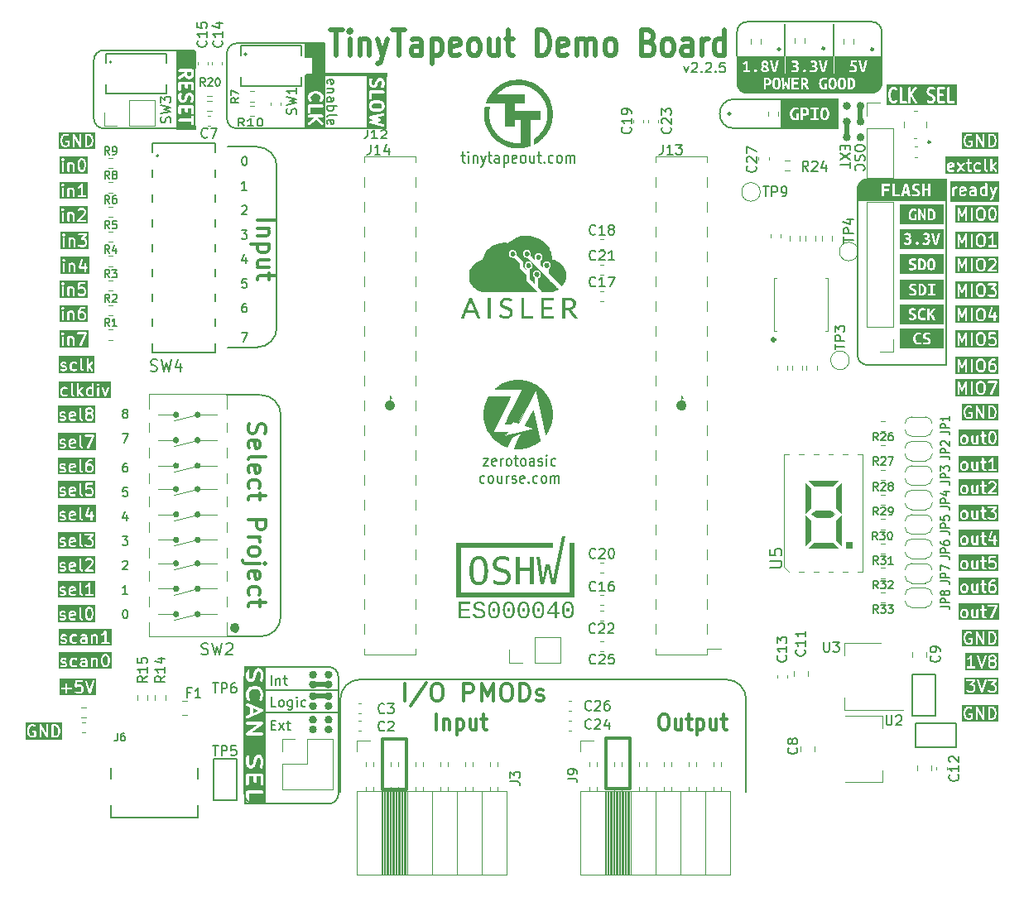
<source format=gbr>
G04 #@! TF.GenerationSoftware,KiCad,Pcbnew,7.0.9-7.0.9~ubuntu22.04.1*
G04 #@! TF.CreationDate,2023-12-06T12:24:42-05:00*
G04 #@! TF.ProjectId,mpw-mb1,6d70772d-6d62-4312-9e6b-696361645f70,2.2.5*
G04 #@! TF.SameCoordinates,PX35e1f20PY8044ea0*
G04 #@! TF.FileFunction,Legend,Top*
G04 #@! TF.FilePolarity,Positive*
%FSLAX46Y46*%
G04 Gerber Fmt 4.6, Leading zero omitted, Abs format (unit mm)*
G04 Created by KiCad (PCBNEW 7.0.9-7.0.9~ubuntu22.04.1) date 2023-12-06 12:24:42*
%MOMM*%
%LPD*%
G01*
G04 APERTURE LIST*
%ADD10C,0.150000*%
%ADD11C,0.300000*%
%ADD12C,0.400000*%
%ADD13C,0.140000*%
%ADD14C,0.010000*%
%ADD15C,0.200000*%
%ADD16C,0.092500*%
%ADD17C,0.050000*%
%ADD18C,0.500000*%
%ADD19C,0.250000*%
%ADD20C,0.170000*%
%ADD21C,0.360000*%
%ADD22C,0.550000*%
%ADD23C,0.120000*%
%ADD24C,0.240000*%
%ADD25C,0.325000*%
%ADD26C,0.007028*%
%ADD27C,0.225000*%
%ADD28C,0.127000*%
G04 APERTURE END LIST*
D10*
X83400000Y69500000D02*
X83400000Y72500000D01*
D11*
X85900000Y70200000D02*
G75*
G03*
X85900000Y70200000I-200000J0D01*
G01*
X29900000Y12600000D02*
G75*
G03*
X29900000Y12600000I-200000J0D01*
G01*
D12*
X31500000Y12600000D02*
G75*
G03*
X31500000Y12600000I-200000J0D01*
G01*
X31500000Y8000000D02*
G75*
G03*
X31500000Y8000000I-200000J0D01*
G01*
D10*
X31300000Y400000D02*
X23700000Y400000D01*
D11*
X31500000Y13600000D02*
G75*
G03*
X31500000Y13600000I-200000J0D01*
G01*
D10*
X21900000Y69500001D02*
X37140000Y69500001D01*
D11*
X84500000Y71800000D02*
G75*
G03*
X84500000Y71800000I-200000J0D01*
G01*
D10*
X20900000Y42220000D02*
X24300000Y42220000D01*
X72800000Y69500000D02*
X83300000Y69500000D01*
D12*
X29900000Y11400000D02*
G75*
G03*
X29900000Y11400000I-200000J0D01*
G01*
D10*
X73085000Y79400000D02*
X73085000Y77000000D01*
D11*
X31500000Y8000000D02*
G75*
G03*
X31500000Y8000000I-200000J0D01*
G01*
D10*
X20900000Y70500001D02*
X20900000Y77200000D01*
D11*
X29900000Y8000000D02*
G75*
G03*
X29900000Y8000000I-200000J0D01*
G01*
X84500000Y68600000D02*
G75*
G03*
X84500000Y68600000I-200000J0D01*
G01*
D10*
X24000000Y67610000D02*
X21000000Y67610000D01*
X21900000Y78200000D02*
X28899999Y78200001D01*
D11*
X85900000Y68600000D02*
G75*
G03*
X85900000Y68600000I-200000J0D01*
G01*
D13*
X87865000Y74120000D02*
X87065000Y74120000D01*
X87065000Y75120000D01*
X87865000Y75120000D01*
X87865000Y74120000D01*
G36*
X87865000Y74120000D02*
G01*
X87065000Y74120000D01*
X87065000Y75120000D01*
X87865000Y75120000D01*
X87865000Y74120000D01*
G37*
D10*
X30900000Y76800000D02*
X28900000Y76800000D01*
X28900000Y78200000D01*
X30900000Y78200000D01*
X30900000Y76800000D01*
G36*
X30900000Y76800000D02*
G01*
X28900000Y76800000D01*
X28900000Y78200000D01*
X30900000Y78200000D01*
X30900000Y76800000D01*
G37*
D12*
X84500000Y71800000D02*
G75*
G03*
X84500000Y71800000I-200000J0D01*
G01*
D10*
X8300000Y77500000D02*
X17600000Y77500000D01*
D12*
X31500000Y9000000D02*
G75*
G03*
X31500000Y9000000I-200000J0D01*
G01*
D14*
X35240000Y75149634D02*
X37210000Y75149634D01*
X37210000Y74850367D01*
X35240000Y74850367D01*
X35240000Y75149634D01*
G36*
X35240000Y75149634D02*
G01*
X37210000Y75149634D01*
X37210000Y74850367D01*
X35240000Y74850367D01*
X35240000Y75149634D01*
G37*
D10*
X82985000Y80200000D02*
X82985000Y77000000D01*
D15*
X74000000Y11110000D02*
G75*
G03*
X72000000Y13110000I-2000000J0D01*
G01*
D12*
X84500000Y68600000D02*
G75*
G03*
X84500000Y68600000I-200000J0D01*
G01*
X85900000Y68600000D02*
G75*
G03*
X85900000Y68600000I-200000J0D01*
G01*
D10*
X24000000Y47110000D02*
G75*
G03*
X26000000Y49110000I0J2000000D01*
G01*
D15*
X74000000Y1610000D02*
X74000000Y11110000D01*
D13*
X73905000Y74110000D02*
X73105000Y74110000D01*
X73105000Y75110000D01*
X73905000Y75110000D01*
X73905000Y74110000D01*
G36*
X73905000Y74110000D02*
G01*
X73105000Y74110000D01*
X73105000Y75110000D01*
X73905000Y75110000D01*
X73905000Y74110000D01*
G37*
D10*
X28900000Y69500000D02*
X28900000Y74900000D01*
X32300000Y13400000D02*
X32300000Y1400000D01*
X74085000Y80400000D02*
G75*
G03*
X73085000Y79400000I0J-1000000D01*
G01*
X77985000Y80400000D02*
X74085000Y80400000D01*
X72800000Y72500000D02*
X83300000Y72500000D01*
X23700000Y14400000D02*
G75*
G03*
X22700000Y13400000I0J-1000000D01*
G01*
D11*
X36800000Y7022144D02*
X39305713Y7022144D01*
X39305713Y1855713D01*
X36800000Y1855713D01*
X36800000Y7022144D01*
D12*
X29900000Y9000000D02*
G75*
G03*
X29900000Y9000000I-200000J0D01*
G01*
D10*
X94500000Y45330000D02*
X94500000Y64330000D01*
D16*
X86600000Y62150000D02*
X85400000Y62150000D01*
X85400000Y63050000D01*
X86600000Y63050000D01*
X86600000Y62150000D01*
G36*
X86600000Y62150000D02*
G01*
X85400000Y62150000D01*
X85400000Y63050000D01*
X86600000Y63050000D01*
X86600000Y62150000D01*
G37*
D10*
X87885000Y79400000D02*
X87885000Y77000000D01*
D11*
X29900000Y11400000D02*
G75*
G03*
X29900000Y11400000I-200000J0D01*
G01*
D12*
X29900000Y10400000D02*
G75*
G03*
X29900000Y10400000I-200000J0D01*
G01*
D10*
X31300000Y400000D02*
G75*
G03*
X32300000Y1400000I0J1000000D01*
G01*
D11*
X29900000Y13600000D02*
G75*
G03*
X29900000Y13600000I-200000J0D01*
G01*
D17*
X17680000Y69450000D02*
X15750000Y69450000D01*
X15750000Y69790000D01*
X17680000Y69790000D01*
X17680000Y69450000D01*
G36*
X17680000Y69450000D02*
G01*
X15750000Y69450000D01*
X15750000Y69790000D01*
X17680000Y69790000D01*
X17680000Y69450000D01*
G37*
D11*
X31500000Y10400000D02*
G75*
G03*
X31500000Y10400000I-200000J0D01*
G01*
X29900000Y9000000D02*
G75*
G03*
X29900000Y9000000I-200000J0D01*
G01*
D10*
X24400000Y17520000D02*
X20900000Y17520000D01*
D11*
X29900000Y10400000D02*
G75*
G03*
X29900000Y10400000I-200000J0D01*
G01*
X31500000Y9000000D02*
G75*
G03*
X31500000Y9000000I-200000J0D01*
G01*
D10*
X82985000Y80400000D02*
X86885000Y80400000D01*
D12*
X29900000Y8000000D02*
G75*
G03*
X29900000Y8000000I-200000J0D01*
G01*
X85900000Y70200000D02*
G75*
G03*
X85900000Y70200000I-200000J0D01*
G01*
D10*
X20900001Y70500001D02*
G75*
G03*
X21900001Y69500001I999999J-1D01*
G01*
X85400000Y63300000D02*
X85400001Y46300001D01*
X23700000Y14400000D02*
X31300000Y14400000D01*
D18*
X29700000Y12600000D02*
X31300000Y12600000D01*
D10*
X86400000Y64300000D02*
G75*
G03*
X85400000Y63300000I0J-1000000D01*
G01*
D18*
X29700000Y11400000D02*
X31300000Y11400000D01*
X85700000Y70200000D02*
X85700000Y71800000D01*
D10*
X85400001Y46300001D02*
G75*
G03*
X86400001Y45300001I999999J-1D01*
G01*
D12*
X84500000Y70200000D02*
G75*
G03*
X84500000Y70200000I-200000J0D01*
G01*
D10*
X8300001Y69500001D02*
X17600000Y69500001D01*
D15*
X72000000Y13110000D02*
X34500000Y13110000D01*
D11*
X29800000Y75000000D02*
X37050000Y75000000D01*
D10*
X77985000Y77000000D02*
X77985000Y80200000D01*
X72800000Y72500000D02*
G75*
G03*
X72800000Y69500000I0J-1500000D01*
G01*
D15*
X32500000Y11110000D02*
X32500000Y1610000D01*
D10*
X86400001Y45300001D02*
X94400000Y45300000D01*
X24400000Y17520000D02*
G75*
G03*
X26400000Y19520000I0J2000000D01*
G01*
D11*
X31500000Y12600000D02*
G75*
G03*
X31500000Y12600000I-200000J0D01*
G01*
D10*
X77985000Y80400000D02*
X82985000Y80400000D01*
X32300000Y12000000D02*
X24800000Y12000000D01*
X7300001Y70500001D02*
G75*
G03*
X8300001Y69500001I999999J-1D01*
G01*
D11*
X84500000Y70200000D02*
G75*
G03*
X84500000Y70200000I-200000J0D01*
G01*
D10*
X32300000Y9700000D02*
X24900000Y9700000D01*
X87885000Y79400000D02*
G75*
G03*
X86885000Y80400000I-1000000J0D01*
G01*
X7300000Y70500001D02*
X7300000Y76499999D01*
D12*
X29900000Y12600000D02*
G75*
G03*
X29900000Y12600000I-200000J0D01*
G01*
D15*
X34500000Y13110000D02*
G75*
G03*
X32500000Y11110000I0J-2000000D01*
G01*
D12*
X29900000Y13600000D02*
G75*
G03*
X29900000Y13600000I-200000J0D01*
G01*
D10*
X22700000Y1400000D02*
G75*
G03*
X23700000Y400000I1000000J0D01*
G01*
X21000000Y47110000D02*
X24000000Y47110000D01*
X26400000Y40220000D02*
G75*
G03*
X24400000Y42220000I-2000000J0D01*
G01*
D12*
X85900000Y71800000D02*
G75*
G03*
X85900000Y71800000I-200000J0D01*
G01*
D17*
X17650000Y75700000D02*
X15750000Y75700000D01*
X15750000Y77400000D01*
X17650000Y77400000D01*
X17650000Y75700000D01*
G36*
X17650000Y75700000D02*
G01*
X15750000Y75700000D01*
X15750000Y77400000D01*
X17650000Y77400000D01*
X17650000Y75700000D01*
G37*
D10*
X21900000Y78200000D02*
G75*
G03*
X20900000Y77200000I0J-1000000D01*
G01*
X22700000Y1400000D02*
X22700000Y13400000D01*
X26000000Y65610000D02*
G75*
G03*
X24000000Y67610000I-2000000J0D01*
G01*
X26400000Y40220000D02*
X26400000Y19520000D01*
X17600000Y69500000D02*
X17600000Y77500000D01*
X32300000Y13400000D02*
G75*
G03*
X31300000Y14400000I-1000000J0D01*
G01*
D12*
X31500000Y11400000D02*
G75*
G03*
X31500000Y11400000I-200000J0D01*
G01*
D10*
X86400000Y64300000D02*
X94400000Y64300000D01*
D12*
X31500000Y10400000D02*
G75*
G03*
X31500000Y10400000I-200000J0D01*
G01*
D11*
X85900000Y71800000D02*
G75*
G03*
X85900000Y71800000I-200000J0D01*
G01*
D10*
X30900000Y75100000D02*
X29700000Y75100000D01*
X29700000Y76700000D01*
X30900000Y76700000D01*
X30900000Y75100000D01*
G36*
X30900000Y75100000D02*
G01*
X29700000Y75100000D01*
X29700000Y76700000D01*
X30900000Y76700000D01*
X30900000Y75100000D01*
G37*
X30900000Y73500000D02*
X29000000Y73500000D01*
X29000000Y75000000D01*
X30900000Y75000000D01*
X30900000Y73500000D01*
G36*
X30900000Y73500000D02*
G01*
X29000000Y73500000D01*
X29000000Y75000000D01*
X30900000Y75000000D01*
X30900000Y73500000D01*
G37*
D11*
X59644287Y7116431D02*
X62150000Y7116431D01*
X62150000Y1950000D01*
X59644287Y1950000D01*
X59644287Y7116431D01*
D10*
X26000000Y65610000D02*
X26000000Y49110000D01*
D12*
X31500000Y13600000D02*
G75*
G03*
X31500000Y13600000I-200000J0D01*
G01*
D10*
X8300001Y77499999D02*
G75*
G03*
X7300001Y76499999I-1J-999999D01*
G01*
D11*
X31500000Y11400000D02*
G75*
G03*
X31500000Y11400000I-200000J0D01*
G01*
D18*
X84300000Y68600000D02*
X84300000Y70200000D01*
D10*
X30900000Y69500000D02*
X29000000Y69500000D01*
X29000000Y69700000D01*
X30900000Y69700000D01*
X30900000Y69500000D01*
G36*
X30900000Y69500000D02*
G01*
X29000000Y69500000D01*
X29000000Y69700000D01*
X30900000Y69700000D01*
X30900000Y69500000D01*
G37*
D15*
X22871429Y51604043D02*
X22700000Y51604043D01*
X22700000Y51604043D02*
X22614286Y51561186D01*
X22614286Y51561186D02*
X22571429Y51518329D01*
X22571429Y51518329D02*
X22485714Y51389758D01*
X22485714Y51389758D02*
X22442857Y51218329D01*
X22442857Y51218329D02*
X22442857Y50875472D01*
X22442857Y50875472D02*
X22485714Y50789758D01*
X22485714Y50789758D02*
X22528571Y50746900D01*
X22528571Y50746900D02*
X22614286Y50704043D01*
X22614286Y50704043D02*
X22785714Y50704043D01*
X22785714Y50704043D02*
X22871429Y50746900D01*
X22871429Y50746900D02*
X22914286Y50789758D01*
X22914286Y50789758D02*
X22957143Y50875472D01*
X22957143Y50875472D02*
X22957143Y51089758D01*
X22957143Y51089758D02*
X22914286Y51175472D01*
X22914286Y51175472D02*
X22871429Y51218329D01*
X22871429Y51218329D02*
X22785714Y51261186D01*
X22785714Y51261186D02*
X22614286Y51261186D01*
X22614286Y51261186D02*
X22528571Y51218329D01*
X22528571Y51218329D02*
X22485714Y51175472D01*
X22485714Y51175472D02*
X22442857Y51089758D01*
D11*
G36*
X30960409Y69686792D02*
G01*
X28988981Y69686792D01*
X28988981Y70764286D01*
X29174695Y70764286D01*
X29194791Y70689286D01*
X29249695Y70634382D01*
X29324695Y70614286D01*
X29819706Y70614286D01*
X29839191Y70594801D01*
X29234695Y70141429D01*
X29186753Y70080352D01*
X29175772Y70003487D01*
X29204695Y69931429D01*
X29265772Y69883487D01*
X29342637Y69872506D01*
X29414695Y69901429D01*
X30053477Y70380515D01*
X30518629Y69915363D01*
X30585872Y69876540D01*
X30663518Y69876540D01*
X30730761Y69915363D01*
X30769584Y69982606D01*
X30769584Y70060252D01*
X30730761Y70127495D01*
X30243970Y70614286D01*
X30624695Y70614286D01*
X30699695Y70634382D01*
X30754599Y70689286D01*
X30774695Y70764286D01*
X30754599Y70839286D01*
X30699695Y70894190D01*
X30624695Y70914286D01*
X29324695Y70914286D01*
X29249695Y70894190D01*
X29194791Y70839286D01*
X29174695Y70764286D01*
X28988981Y70764286D01*
X28988981Y71197619D01*
X29174695Y71197619D01*
X29194791Y71122619D01*
X29249695Y71067715D01*
X29324695Y71047619D01*
X29399695Y71067715D01*
X29454599Y71122619D01*
X29474695Y71197619D01*
X29474695Y71666667D01*
X30624695Y71666667D01*
X30699695Y71686763D01*
X30754599Y71741667D01*
X30774695Y71816667D01*
X30754599Y71891667D01*
X30699695Y71946571D01*
X30624695Y71966667D01*
X29324695Y71966667D01*
X29249695Y71946571D01*
X29194791Y71891667D01*
X29174695Y71816667D01*
X29174695Y71197619D01*
X28988981Y71197619D01*
X28988981Y72621429D01*
X29174695Y72621429D01*
X29180945Y72598101D01*
X29182393Y72573995D01*
X29244298Y72388280D01*
X29263294Y72359508D01*
X29280534Y72329648D01*
X29342438Y72267744D01*
X29409681Y72228921D01*
X29487327Y72228921D01*
X29554570Y72267744D01*
X29593393Y72334987D01*
X29593393Y72412633D01*
X29554570Y72479876D01*
X29517705Y72516741D01*
X29474695Y72645770D01*
X29474695Y72720898D01*
X29517704Y72849925D01*
X29599263Y72931485D01*
X29686574Y72975140D01*
X29900302Y73028571D01*
X30049088Y73028571D01*
X30262818Y72975139D01*
X30350125Y72931485D01*
X30431686Y72849924D01*
X30474695Y72720897D01*
X30474695Y72645769D01*
X30431686Y72516743D01*
X30394820Y72479877D01*
X30355996Y72412634D01*
X30355996Y72334988D01*
X30394818Y72267745D01*
X30462061Y72228921D01*
X30539707Y72228921D01*
X30606950Y72267743D01*
X30668855Y72329647D01*
X30686097Y72359512D01*
X30705092Y72388280D01*
X30766998Y72573995D01*
X30768445Y72598104D01*
X30774695Y72621429D01*
X30774695Y72745238D01*
X30768444Y72768567D01*
X30766997Y72792672D01*
X30705092Y72978386D01*
X30686098Y73007154D01*
X30668856Y73037018D01*
X30545046Y73160828D01*
X30524132Y73172903D01*
X30506063Y73188926D01*
X30382253Y73250831D01*
X30366028Y73254152D01*
X30351551Y73262188D01*
X30103932Y73324092D01*
X30085429Y73323781D01*
X30067552Y73328571D01*
X29881838Y73328571D01*
X29863963Y73323782D01*
X29845458Y73324093D01*
X29597839Y73262188D01*
X29583361Y73254152D01*
X29567137Y73250831D01*
X29443327Y73188926D01*
X29425257Y73172904D01*
X29404343Y73160828D01*
X29280534Y73037018D01*
X29263296Y73007161D01*
X29244298Y72978387D01*
X29182393Y72792672D01*
X29180945Y72768567D01*
X29174695Y72745238D01*
X29174695Y72621429D01*
X28988981Y72621429D01*
X28988981Y73514285D01*
X30960409Y73514285D01*
X30960409Y69686792D01*
G37*
D19*
G36*
X95552486Y71858310D02*
G01*
X88341853Y71858310D01*
X88341853Y72811881D01*
X88548996Y72811881D01*
X88550350Y72807269D01*
X88551185Y72788589D01*
X88603566Y72512400D01*
X88605759Y72508114D01*
X88609502Y72491359D01*
X88661883Y72353264D01*
X88661915Y72353221D01*
X88661920Y72353165D01*
X88679171Y72322048D01*
X88783934Y72183952D01*
X88795251Y72175592D01*
X88803031Y72163862D01*
X88833236Y72145060D01*
X88990379Y72076013D01*
X88998530Y72074961D01*
X89005446Y72070516D01*
X89040663Y72065453D01*
X89145425Y72065453D01*
X89153309Y72067769D01*
X89161430Y72066481D01*
X89195709Y72076013D01*
X89352852Y72145060D01*
X89363618Y72154122D01*
X89376836Y72158955D01*
X89402155Y72183952D01*
X89407087Y72190453D01*
X89701377Y72190453D01*
X89703947Y72181698D01*
X89702649Y72172664D01*
X89713715Y72148432D01*
X89721220Y72122873D01*
X89728116Y72116898D01*
X89731908Y72108595D01*
X89754320Y72094192D01*
X89774450Y72076749D01*
X89783482Y72075451D01*
X89791160Y72070516D01*
X89826377Y72065453D01*
X90350187Y72065453D01*
X90417767Y72085296D01*
X90463891Y72138526D01*
X90471357Y72190453D01*
X90591853Y72190453D01*
X90611696Y72122873D01*
X90664926Y72076749D01*
X90734642Y72066725D01*
X90798711Y72095984D01*
X90836790Y72155236D01*
X90841853Y72190453D01*
X90841853Y72769834D01*
X90859057Y72792512D01*
X91236780Y72128637D01*
X91287446Y72079712D01*
X91356521Y72065946D01*
X91422073Y72091710D01*
X91463290Y72148825D01*
X91467086Y72219156D01*
X91454070Y72252269D01*
X91023418Y73009170D01*
X91188037Y73226167D01*
X92477567Y73226167D01*
X92478963Y73221412D01*
X92477936Y73216559D01*
X92485692Y73181835D01*
X92538073Y73043740D01*
X92538105Y73043697D01*
X92538110Y73043641D01*
X92555361Y73012524D01*
X92607742Y72943476D01*
X92610522Y72941422D01*
X92611922Y72938262D01*
X92638540Y72914654D01*
X92743302Y72845607D01*
X92745346Y72844981D01*
X92772967Y72831257D01*
X92966705Y72767412D01*
X93039722Y72719286D01*
X93068276Y72681648D01*
X93106139Y72581828D01*
X93106139Y72489555D01*
X93068276Y72389735D01*
X93039721Y72352095D01*
X92984127Y72315453D01*
X92785961Y72315453D01*
X92652851Y72373940D01*
X92582998Y72382959D01*
X92519357Y72352780D01*
X92482135Y72292986D01*
X92483150Y72222559D01*
X92522078Y72163862D01*
X92552283Y72145060D01*
X92709426Y72076013D01*
X92717577Y72074961D01*
X92724493Y72070516D01*
X92759710Y72065453D01*
X93021615Y72065453D01*
X93039534Y72070715D01*
X93058213Y72070930D01*
X93087964Y72084935D01*
X93089195Y72085296D01*
X93089513Y72085664D01*
X93090404Y72086083D01*
X93195165Y72155130D01*
X93197397Y72157768D01*
X93200645Y72158955D01*
X93225964Y72183952D01*
X93230896Y72190453D01*
X93577567Y72190453D01*
X93580137Y72181698D01*
X93578839Y72172664D01*
X93589905Y72148432D01*
X93597410Y72122873D01*
X93604306Y72116898D01*
X93608098Y72108595D01*
X93630510Y72094192D01*
X93650640Y72076749D01*
X93659672Y72075451D01*
X93667350Y72070516D01*
X93702567Y72065453D01*
X94226377Y72065453D01*
X94293957Y72085296D01*
X94340081Y72138526D01*
X94347547Y72190453D01*
X94572805Y72190453D01*
X94575375Y72181698D01*
X94574077Y72172664D01*
X94585143Y72148432D01*
X94592648Y72122873D01*
X94599544Y72116898D01*
X94603336Y72108595D01*
X94625748Y72094192D01*
X94645878Y72076749D01*
X94654910Y72075451D01*
X94662588Y72070516D01*
X94697805Y72065453D01*
X95221615Y72065453D01*
X95289195Y72085296D01*
X95335319Y72138526D01*
X95345343Y72208242D01*
X95316084Y72272311D01*
X95256832Y72310390D01*
X95221615Y72315453D01*
X94822805Y72315453D01*
X94822805Y73640453D01*
X94802962Y73708033D01*
X94749732Y73754157D01*
X94680016Y73764181D01*
X94615947Y73734922D01*
X94577868Y73675670D01*
X94572805Y73640453D01*
X94572805Y72190453D01*
X94347547Y72190453D01*
X94350105Y72208242D01*
X94320846Y72272311D01*
X94261594Y72310390D01*
X94226377Y72315453D01*
X93827567Y72315453D01*
X93827567Y72824977D01*
X94069234Y72824977D01*
X94136814Y72844820D01*
X94182938Y72898050D01*
X94192962Y72967766D01*
X94163703Y73031835D01*
X94104451Y73069914D01*
X94069234Y73074977D01*
X93827567Y73074977D01*
X93827567Y73515453D01*
X94226377Y73515453D01*
X94293957Y73535296D01*
X94340081Y73588526D01*
X94350105Y73658242D01*
X94320846Y73722311D01*
X94261594Y73760390D01*
X94226377Y73765453D01*
X93702567Y73765453D01*
X93693811Y73762883D01*
X93684778Y73764181D01*
X93660545Y73753115D01*
X93634987Y73745610D01*
X93629011Y73738714D01*
X93620709Y73734922D01*
X93606305Y73712510D01*
X93588863Y73692380D01*
X93587564Y73683348D01*
X93582630Y73675670D01*
X93577567Y73640453D01*
X93577567Y72190453D01*
X93230896Y72190453D01*
X93278344Y72253000D01*
X93278362Y72253050D01*
X93278409Y72253084D01*
X93295633Y72284216D01*
X93348014Y72422311D01*
X93348395Y72427255D01*
X93351076Y72431426D01*
X93356139Y72466643D01*
X93356139Y72604739D01*
X93354742Y72609495D01*
X93355770Y72614347D01*
X93348014Y72649071D01*
X93295633Y72787166D01*
X93295600Y72787210D01*
X93295596Y72787265D01*
X93278344Y72818382D01*
X93225963Y72887430D01*
X93223184Y72889483D01*
X93221785Y72892643D01*
X93195166Y72916251D01*
X93090404Y72985299D01*
X93088357Y72985926D01*
X93060739Y72999649D01*
X92866998Y73063496D01*
X92793982Y73111620D01*
X92765430Y73149258D01*
X92727567Y73249079D01*
X92727567Y73341351D01*
X92765429Y73441172D01*
X92793982Y73478810D01*
X92849579Y73515453D01*
X93047745Y73515453D01*
X93180855Y73456965D01*
X93250708Y73447946D01*
X93314349Y73478124D01*
X93351571Y73537918D01*
X93350557Y73608345D01*
X93311629Y73667043D01*
X93281424Y73685845D01*
X93124280Y73754893D01*
X93116128Y73755946D01*
X93109213Y73760390D01*
X93073996Y73765453D01*
X92812091Y73765453D01*
X92794172Y73760192D01*
X92775493Y73759976D01*
X92745741Y73745972D01*
X92744511Y73745610D01*
X92744192Y73745243D01*
X92743302Y73744823D01*
X92638540Y73675775D01*
X92636307Y73673139D01*
X92633062Y73671951D01*
X92607743Y73646954D01*
X92555362Y73577907D01*
X92555342Y73577856D01*
X92555297Y73577822D01*
X92538073Y73546690D01*
X92485692Y73408594D01*
X92485310Y73403651D01*
X92482630Y73399479D01*
X92477567Y73364262D01*
X92477567Y73226167D01*
X91188037Y73226167D01*
X91445011Y73564904D01*
X91470047Y73630738D01*
X91455516Y73699656D01*
X91406032Y73749777D01*
X91337305Y73765189D01*
X91271157Y73740998D01*
X91245838Y73716001D01*
X90841853Y73183475D01*
X90841853Y73640453D01*
X90822010Y73708033D01*
X90768780Y73754157D01*
X90699064Y73764181D01*
X90634995Y73734922D01*
X90596916Y73675670D01*
X90591853Y73640453D01*
X90591853Y72190453D01*
X90471357Y72190453D01*
X90473915Y72208242D01*
X90444656Y72272311D01*
X90385404Y72310390D01*
X90350187Y72315453D01*
X89951377Y72315453D01*
X89951377Y73640453D01*
X89931534Y73708033D01*
X89878304Y73754157D01*
X89808588Y73764181D01*
X89744519Y73734922D01*
X89706440Y73675670D01*
X89701377Y73640453D01*
X89701377Y72190453D01*
X89407087Y72190453D01*
X89454535Y72253000D01*
X89479571Y72318833D01*
X89465040Y72387751D01*
X89415556Y72437872D01*
X89346829Y72453284D01*
X89280681Y72429093D01*
X89255362Y72404096D01*
X89222585Y72360891D01*
X89119174Y72315453D01*
X89066914Y72315453D01*
X88963502Y72360891D01*
X88889239Y72458783D01*
X88847143Y72569765D01*
X88798996Y72823632D01*
X88798996Y73007275D01*
X88847143Y73261142D01*
X88889240Y73372126D01*
X88963500Y73470014D01*
X89066915Y73515453D01*
X89119174Y73515453D01*
X89222586Y73470014D01*
X89255363Y73426809D01*
X89312017Y73384962D01*
X89382301Y73380387D01*
X89443902Y73414536D01*
X89477261Y73476569D01*
X89471787Y73546789D01*
X89454535Y73577906D01*
X89402154Y73646954D01*
X89390836Y73655314D01*
X89383058Y73667043D01*
X89352853Y73685845D01*
X89195709Y73754893D01*
X89187557Y73755946D01*
X89180642Y73760390D01*
X89145425Y73765453D01*
X89040663Y73765453D01*
X89032777Y73763138D01*
X89024657Y73764425D01*
X88990379Y73754893D01*
X88833236Y73685845D01*
X88822471Y73676786D01*
X88809252Y73671951D01*
X88783934Y73646954D01*
X88679172Y73508858D01*
X88679153Y73508809D01*
X88679107Y73508774D01*
X88661883Y73477642D01*
X88609502Y73339547D01*
X88609131Y73334743D01*
X88603566Y73318506D01*
X88551185Y73042316D01*
X88551656Y73037530D01*
X88548996Y73019024D01*
X88548996Y72811881D01*
X88341853Y72811881D01*
X88341853Y73972596D01*
X95552486Y73972596D01*
X95552486Y71858310D01*
G37*
D15*
G36*
X6172341Y66217930D02*
G01*
X6206534Y66183737D01*
X6251511Y66093783D01*
X6303006Y65887805D01*
X6303006Y65626711D01*
X6251511Y65420733D01*
X6206534Y65330779D01*
X6172341Y65296586D01*
X6093685Y65257258D01*
X6026613Y65257258D01*
X5947956Y65296586D01*
X5913763Y65330780D01*
X5868786Y65420734D01*
X5817292Y65626710D01*
X5817292Y65887805D01*
X5868786Y66093781D01*
X5913763Y66183736D01*
X5947955Y66217929D01*
X6026613Y66257258D01*
X6093685Y66257258D01*
X6172341Y66217930D01*
G37*
G36*
X6674435Y64885829D02*
G01*
X3789951Y64885829D01*
X3789951Y65157258D01*
X4017292Y65157258D01*
X4036390Y65098479D01*
X4086390Y65062152D01*
X4148194Y65062152D01*
X4198194Y65098479D01*
X4217292Y65157258D01*
X4588721Y65157258D01*
X4607819Y65098479D01*
X4657819Y65062152D01*
X4719623Y65062152D01*
X4769623Y65098479D01*
X4788721Y65157258D01*
X4788721Y65801551D01*
X4805098Y65817929D01*
X4883756Y65857258D01*
X5007971Y65857258D01*
X5071328Y65825580D01*
X5103007Y65762222D01*
X5103007Y65157258D01*
X5122105Y65098479D01*
X5172105Y65062152D01*
X5233909Y65062152D01*
X5283909Y65098479D01*
X5303007Y65157258D01*
X5303007Y65614400D01*
X5617292Y65614400D01*
X5621138Y65602563D01*
X5620278Y65590146D01*
X5677421Y65361575D01*
X5683332Y65352129D01*
X5684992Y65341108D01*
X5742135Y65226821D01*
X5753509Y65215274D01*
X5760867Y65200832D01*
X5818010Y65143690D01*
X5832451Y65136332D01*
X5844000Y65124957D01*
X5958285Y65067815D01*
X5981082Y65064382D01*
X6003006Y65057258D01*
X6117292Y65057258D01*
X6139215Y65064382D01*
X6162013Y65067815D01*
X6276299Y65124957D01*
X6287846Y65136331D01*
X6302289Y65143689D01*
X6359431Y65200832D01*
X6366789Y65215273D01*
X6378164Y65226822D01*
X6435306Y65341108D01*
X6436965Y65352129D01*
X6442877Y65361575D01*
X6500020Y65590147D01*
X6499159Y65602563D01*
X6503006Y65614400D01*
X6503006Y65900115D01*
X6499159Y65911953D01*
X6500020Y65924368D01*
X6442877Y66152940D01*
X6436965Y66162387D01*
X6435306Y66173407D01*
X6378164Y66287693D01*
X6366789Y66299243D01*
X6359431Y66313683D01*
X6302289Y66370826D01*
X6287847Y66378184D01*
X6276300Y66389558D01*
X6162013Y66446701D01*
X6139215Y66450135D01*
X6117292Y66457258D01*
X6003006Y66457258D01*
X5981082Y66450135D01*
X5958285Y66446701D01*
X5843999Y66389558D01*
X5832449Y66378183D01*
X5818010Y66370825D01*
X5760867Y66313683D01*
X5753509Y66299242D01*
X5742135Y66287694D01*
X5684992Y66173407D01*
X5683332Y66162387D01*
X5677421Y66152940D01*
X5620278Y65924369D01*
X5621138Y65911953D01*
X5617292Y65900115D01*
X5617292Y65614400D01*
X5303007Y65614400D01*
X5303007Y65785829D01*
X5295883Y65807753D01*
X5292450Y65830550D01*
X5235307Y65944836D01*
X5234748Y65945403D01*
X5234618Y65946189D01*
X5213100Y65967383D01*
X5191938Y65988869D01*
X5191153Y65989000D01*
X5190586Y65989558D01*
X5076299Y66046701D01*
X5053501Y66050135D01*
X5031578Y66057258D01*
X4860149Y66057258D01*
X4838225Y66050135D01*
X4815428Y66046701D01*
X4763295Y66020635D01*
X4719623Y66052364D01*
X4657819Y66052364D01*
X4607819Y66016037D01*
X4588721Y65957258D01*
X4588721Y65157258D01*
X4217292Y65157258D01*
X4217292Y65957258D01*
X4198194Y66016037D01*
X4148194Y66052364D01*
X4086390Y66052364D01*
X4036390Y66016037D01*
X4017292Y65957258D01*
X4017292Y65157258D01*
X3789951Y65157258D01*
X3789951Y66284472D01*
X3961380Y66284472D01*
X3968570Y66270361D01*
X3971048Y66254716D01*
X3982247Y66243517D01*
X3989438Y66229404D01*
X4046581Y66172262D01*
X4060692Y66165072D01*
X4071893Y66153871D01*
X4079862Y66152609D01*
X4086390Y66147866D01*
X4094459Y66147866D01*
X4101648Y66144203D01*
X4117291Y66146681D01*
X4132935Y66144203D01*
X4140124Y66147866D01*
X4148194Y66147866D01*
X4154722Y66152609D01*
X4162691Y66153871D01*
X4173890Y66165071D01*
X4188003Y66172261D01*
X4245145Y66229404D01*
X4252335Y66243516D01*
X4263536Y66254716D01*
X4266013Y66270360D01*
X4273204Y66284471D01*
X4270726Y66300115D01*
X4273204Y66315759D01*
X4266013Y66329871D01*
X4263536Y66345514D01*
X4252335Y66356715D01*
X4245145Y66370826D01*
X4188003Y66427969D01*
X4173890Y66435160D01*
X4162691Y66446359D01*
X4154722Y66447622D01*
X4148194Y66452364D01*
X4140124Y66452364D01*
X4132935Y66456027D01*
X4117291Y66453550D01*
X4101648Y66456027D01*
X4094459Y66452364D01*
X4086390Y66452364D01*
X4079862Y66447622D01*
X4071893Y66446359D01*
X4060692Y66435159D01*
X4046581Y66427968D01*
X3989438Y66370826D01*
X3982247Y66356714D01*
X3971048Y66345514D01*
X3968570Y66329870D01*
X3961380Y66315758D01*
X3963857Y66300115D01*
X3961380Y66284472D01*
X3789951Y66284472D01*
X3789951Y66628687D01*
X6674435Y66628687D01*
X6674435Y64885829D01*
G37*
G36*
X98166327Y58517930D02*
G01*
X98249554Y58434703D01*
X98296993Y58244948D01*
X98296993Y57869568D01*
X98249554Y57679812D01*
X98166327Y57596586D01*
X98087672Y57557258D01*
X97906314Y57557258D01*
X97827658Y57596586D01*
X97744431Y57679813D01*
X97696993Y57869568D01*
X97696993Y58244948D01*
X97744431Y58434703D01*
X97827658Y58517930D01*
X97906314Y58557258D01*
X98087671Y58557258D01*
X98166327Y58517930D01*
G37*
G36*
X99806385Y57185829D02*
G01*
X95439849Y57185829D01*
X95439849Y57457258D01*
X95611278Y57457258D01*
X95630376Y57398479D01*
X95680376Y57362152D01*
X95742180Y57362152D01*
X95792180Y57398479D01*
X95811278Y57457258D01*
X95811278Y58206502D01*
X96020660Y57757826D01*
X96033754Y57743793D01*
X96043056Y57727000D01*
X96054332Y57721738D01*
X96062823Y57712638D01*
X96081670Y57708981D01*
X96099062Y57700864D01*
X96111275Y57703235D01*
X96123494Y57700863D01*
X96140890Y57708982D01*
X96159733Y57712638D01*
X96168221Y57721736D01*
X96179500Y57726999D01*
X96188803Y57743794D01*
X96201896Y57757826D01*
X96411278Y58206503D01*
X96411278Y57457258D01*
X96430376Y57398479D01*
X96480376Y57362152D01*
X96542180Y57362152D01*
X96592180Y57398479D01*
X96611278Y57457258D01*
X96982707Y57457258D01*
X97001805Y57398479D01*
X97051805Y57362152D01*
X97113609Y57362152D01*
X97163609Y57398479D01*
X97182707Y57457258D01*
X97182707Y57857258D01*
X97496993Y57857258D01*
X97500839Y57845421D01*
X97499979Y57833004D01*
X97557122Y57604432D01*
X97571294Y57581784D01*
X97583425Y57557975D01*
X97697711Y57443689D01*
X97712154Y57436330D01*
X97723701Y57424957D01*
X97837986Y57367815D01*
X97860783Y57364382D01*
X97882707Y57357258D01*
X98111279Y57357258D01*
X98133202Y57364382D01*
X98156000Y57367815D01*
X98270285Y57424957D01*
X98281832Y57436331D01*
X98296275Y57443689D01*
X98410561Y57557975D01*
X98422694Y57581787D01*
X98436864Y57604432D01*
X98494007Y57833005D01*
X98493146Y57845421D01*
X98496993Y57857258D01*
X98496993Y58257258D01*
X98493146Y58269096D01*
X98494007Y58281511D01*
X98489508Y58299507D01*
X98755251Y58299507D01*
X98782890Y58244228D01*
X98837743Y58215752D01*
X98898857Y58224957D01*
X99013144Y58282100D01*
X99024693Y58293476D01*
X99039133Y58300833D01*
X99096993Y58358694D01*
X99096993Y57557258D01*
X98854136Y57557258D01*
X98795357Y57538160D01*
X98759030Y57488160D01*
X98759030Y57426356D01*
X98795357Y57376356D01*
X98854136Y57357258D01*
X99539850Y57357258D01*
X99598629Y57376356D01*
X99634956Y57426356D01*
X99634956Y57488160D01*
X99598629Y57538160D01*
X99539850Y57557258D01*
X99296993Y57557258D01*
X99296993Y58657258D01*
X99296342Y58659261D01*
X99296912Y58661289D01*
X99286850Y58688474D01*
X99277895Y58716037D01*
X99276190Y58717276D01*
X99275460Y58719250D01*
X99251349Y58735324D01*
X99227895Y58752364D01*
X99225788Y58752364D01*
X99224036Y58753532D01*
X99195081Y58752364D01*
X99166091Y58752364D01*
X99164386Y58751126D01*
X99162283Y58751041D01*
X99139548Y58733080D01*
X99116091Y58716037D01*
X99115439Y58714034D01*
X99113788Y58712728D01*
X99004993Y58549537D01*
X98909186Y58453729D01*
X98809415Y58403843D01*
X98765382Y58360474D01*
X98755251Y58299507D01*
X98489508Y58299507D01*
X98436864Y58510083D01*
X98422694Y58532729D01*
X98410561Y58556540D01*
X98296275Y58670826D01*
X98281832Y58678185D01*
X98270286Y58689557D01*
X98156001Y58746701D01*
X98133202Y58750135D01*
X98111279Y58757258D01*
X97882707Y58757258D01*
X97860783Y58750135D01*
X97837986Y58746701D01*
X97723700Y58689558D01*
X97712152Y58678185D01*
X97697711Y58670826D01*
X97583425Y58556540D01*
X97571294Y58532732D01*
X97557122Y58510083D01*
X97499979Y58281512D01*
X97500839Y58269096D01*
X97496993Y58257258D01*
X97496993Y57857258D01*
X97182707Y57857258D01*
X97182707Y58657258D01*
X97163609Y58716037D01*
X97113609Y58752364D01*
X97051805Y58752364D01*
X97001805Y58716037D01*
X96982707Y58657258D01*
X96982707Y57457258D01*
X96611278Y57457258D01*
X96611278Y58657258D01*
X96608249Y58666581D01*
X96609447Y58676311D01*
X96598902Y58695348D01*
X96592180Y58716037D01*
X96584250Y58721799D01*
X96579500Y58730374D01*
X96559781Y58739577D01*
X96542180Y58752364D01*
X96532378Y58752364D01*
X96523494Y58756510D01*
X96502132Y58752364D01*
X96480376Y58752364D01*
X96472446Y58746603D01*
X96462823Y58744735D01*
X96447979Y58728827D01*
X96430376Y58716037D01*
X96427346Y58706714D01*
X96420660Y58699547D01*
X96111277Y58036586D01*
X95801896Y58699547D01*
X95795209Y58706714D01*
X95792180Y58716037D01*
X95774576Y58728827D01*
X95759733Y58744735D01*
X95750110Y58746603D01*
X95742180Y58752364D01*
X95720421Y58752364D01*
X95699062Y58756509D01*
X95690180Y58752364D01*
X95680376Y58752364D01*
X95662771Y58739574D01*
X95643056Y58730373D01*
X95638306Y58721799D01*
X95630376Y58716037D01*
X95623652Y58695345D01*
X95613109Y58676310D01*
X95614306Y58666580D01*
X95611278Y58657258D01*
X95611278Y57457258D01*
X95439849Y57457258D01*
X95439849Y58928687D01*
X99806385Y58928687D01*
X99806385Y57185829D01*
G37*
G36*
X99257260Y10112713D02*
G01*
X99343377Y10026595D01*
X99388355Y9936638D01*
X99439850Y9730662D01*
X99439850Y9583854D01*
X99388355Y9377878D01*
X99343377Y9287921D01*
X99257261Y9201804D01*
X99123624Y9157258D01*
X98954136Y9157258D01*
X98954136Y10157258D01*
X99123623Y10157258D01*
X99257260Y10112713D01*
G37*
G36*
X99811279Y8785829D02*
G01*
X96068421Y8785829D01*
X96068421Y9571543D01*
X96239850Y9571543D01*
X96243696Y9559706D01*
X96242836Y9547289D01*
X96299979Y9318718D01*
X96305890Y9309272D01*
X96307550Y9298251D01*
X96364693Y9183964D01*
X96376067Y9172416D01*
X96383425Y9157976D01*
X96497710Y9043690D01*
X96518251Y9033224D01*
X96536799Y9019532D01*
X96708228Y8962389D01*
X96724436Y8962266D01*
X96739850Y8957258D01*
X96854136Y8957258D01*
X96869551Y8962267D01*
X96885758Y8962390D01*
X97057187Y9019532D01*
X97075733Y9033223D01*
X97096275Y9043689D01*
X97109844Y9057258D01*
X97496993Y9057258D01*
X97516091Y8998479D01*
X97566091Y8962152D01*
X97627895Y8962152D01*
X97677895Y8998479D01*
X97696993Y9057258D01*
X97696993Y9880702D01*
X98195883Y9007644D01*
X98200060Y9003849D01*
X98201805Y8998479D01*
X98222603Y8983368D01*
X98241627Y8966085D01*
X98247238Y8965470D01*
X98251805Y8962152D01*
X98277508Y8962152D01*
X98303062Y8959351D01*
X98307964Y8962152D01*
X98313609Y8962152D01*
X98334408Y8977264D01*
X98356723Y8990015D01*
X98359041Y8995161D01*
X98363609Y8998479D01*
X98371552Y9022926D01*
X98382112Y9046362D01*
X98380962Y9051890D01*
X98382707Y9057258D01*
X98754136Y9057258D01*
X98759030Y9042196D01*
X98759030Y9026356D01*
X98768339Y9013543D01*
X98773234Y8998479D01*
X98786047Y8989170D01*
X98795357Y8976356D01*
X98810420Y8971462D01*
X98823234Y8962152D01*
X98839073Y8962152D01*
X98854136Y8957258D01*
X99139850Y8957258D01*
X99155265Y8962267D01*
X99171472Y8962390D01*
X99342902Y9019532D01*
X99361450Y9033225D01*
X99381990Y9043690D01*
X99496275Y9157976D01*
X99503632Y9172417D01*
X99515007Y9183965D01*
X99572150Y9298251D01*
X99573809Y9309272D01*
X99579721Y9318718D01*
X99636864Y9547290D01*
X99636003Y9559706D01*
X99639850Y9571543D01*
X99639850Y9742972D01*
X99636003Y9754810D01*
X99636864Y9767225D01*
X99579721Y9995797D01*
X99573809Y10005244D01*
X99572150Y10016264D01*
X99515007Y10130550D01*
X99503632Y10142099D01*
X99496275Y10156539D01*
X99381990Y10270825D01*
X99361450Y10281291D01*
X99342902Y10294983D01*
X99171473Y10352126D01*
X99155265Y10352250D01*
X99139850Y10357258D01*
X98854136Y10357258D01*
X98839073Y10352364D01*
X98823234Y10352364D01*
X98810420Y10343055D01*
X98795357Y10338160D01*
X98786047Y10325347D01*
X98773234Y10316037D01*
X98768339Y10300974D01*
X98759030Y10288160D01*
X98759030Y10272321D01*
X98754136Y10257258D01*
X98754136Y9057258D01*
X98382707Y9057258D01*
X98382707Y10257258D01*
X98363609Y10316037D01*
X98313609Y10352364D01*
X98251805Y10352364D01*
X98201805Y10316037D01*
X98182707Y10257258D01*
X98182707Y9433815D01*
X97683817Y10306872D01*
X97679639Y10310668D01*
X97677895Y10316037D01*
X97657096Y10331149D01*
X97638073Y10348431D01*
X97632461Y10349047D01*
X97627895Y10352364D01*
X97602192Y10352364D01*
X97576638Y10355165D01*
X97571736Y10352364D01*
X97566091Y10352364D01*
X97545291Y10337253D01*
X97522977Y10324501D01*
X97520658Y10319356D01*
X97516091Y10316037D01*
X97508147Y10291591D01*
X97497588Y10268154D01*
X97498737Y10262627D01*
X97496993Y10257258D01*
X97496993Y9057258D01*
X97109844Y9057258D01*
X97153417Y9100832D01*
X97157079Y9108021D01*
X97163609Y9112764D01*
X97170845Y9135037D01*
X97181476Y9155899D01*
X97180213Y9163870D01*
X97182707Y9171543D01*
X97182707Y9571543D01*
X97177813Y9586606D01*
X97177813Y9602445D01*
X97168503Y9615259D01*
X97163609Y9630322D01*
X97150795Y9639632D01*
X97141486Y9652445D01*
X97126422Y9657340D01*
X97113609Y9666649D01*
X97097770Y9666649D01*
X97082707Y9671543D01*
X96854136Y9671543D01*
X96795357Y9652445D01*
X96759030Y9602445D01*
X96759030Y9540641D01*
X96795357Y9490641D01*
X96854136Y9471543D01*
X96982707Y9471543D01*
X96982707Y9212965D01*
X96971545Y9201804D01*
X96837910Y9157258D01*
X96756077Y9157258D01*
X96622439Y9201803D01*
X96536322Y9287921D01*
X96491344Y9377877D01*
X96439850Y9583853D01*
X96439850Y9730662D01*
X96491344Y9936638D01*
X96536322Y10026595D01*
X96622439Y10112713D01*
X96756077Y10157258D01*
X96887671Y10157258D01*
X96980843Y10110672D01*
X97041957Y10101467D01*
X97096810Y10129942D01*
X97124449Y10185221D01*
X97114318Y10246189D01*
X97070286Y10289557D01*
X96956001Y10346701D01*
X96933202Y10350135D01*
X96911279Y10357258D01*
X96739850Y10357258D01*
X96724434Y10352250D01*
X96708227Y10352126D01*
X96536798Y10294983D01*
X96518249Y10281291D01*
X96497710Y10270825D01*
X96383425Y10156539D01*
X96376067Y10142100D01*
X96364693Y10130551D01*
X96307550Y10016264D01*
X96305890Y10005244D01*
X96299979Y9995797D01*
X96242836Y9767226D01*
X96243696Y9754810D01*
X96239850Y9742972D01*
X96239850Y9571543D01*
X96068421Y9571543D01*
X96068421Y10528687D01*
X99811279Y10528687D01*
X99811279Y8785829D01*
G37*
G36*
X98166327Y45717930D02*
G01*
X98249554Y45634703D01*
X98296993Y45444948D01*
X98296993Y45069568D01*
X98249554Y44879812D01*
X98166327Y44796586D01*
X98087672Y44757258D01*
X97906314Y44757258D01*
X97827658Y44796586D01*
X97744431Y44879813D01*
X97696993Y45069568D01*
X97696993Y45444948D01*
X97744431Y45634703D01*
X97827658Y45717930D01*
X97906314Y45757258D01*
X98087671Y45757258D01*
X98166327Y45717930D01*
G37*
G36*
X99366329Y45260787D02*
G01*
X99400520Y45226595D01*
X99439850Y45147936D01*
X99439850Y44909437D01*
X99400520Y44830778D01*
X99366329Y44796587D01*
X99287672Y44757258D01*
X99106314Y44757258D01*
X99027657Y44796586D01*
X98993464Y44830780D01*
X98954136Y44909436D01*
X98954136Y45147936D01*
X98993464Y45226593D01*
X99027656Y45260786D01*
X99106314Y45300115D01*
X99287672Y45300115D01*
X99366329Y45260787D01*
G37*
G36*
X99811279Y44385829D02*
G01*
X95439849Y44385829D01*
X95439849Y44657258D01*
X95611278Y44657258D01*
X95630376Y44598479D01*
X95680376Y44562152D01*
X95742180Y44562152D01*
X95792180Y44598479D01*
X95811278Y44657258D01*
X95811278Y45406502D01*
X96020660Y44957826D01*
X96033754Y44943793D01*
X96043056Y44927000D01*
X96054332Y44921738D01*
X96062823Y44912638D01*
X96081670Y44908981D01*
X96099062Y44900864D01*
X96111275Y44903235D01*
X96123494Y44900863D01*
X96140890Y44908982D01*
X96159733Y44912638D01*
X96168221Y44921736D01*
X96179500Y44926999D01*
X96188803Y44943794D01*
X96201896Y44957826D01*
X96411278Y45406503D01*
X96411278Y44657258D01*
X96430376Y44598479D01*
X96480376Y44562152D01*
X96542180Y44562152D01*
X96592180Y44598479D01*
X96611278Y44657258D01*
X96982707Y44657258D01*
X97001805Y44598479D01*
X97051805Y44562152D01*
X97113609Y44562152D01*
X97163609Y44598479D01*
X97182707Y44657258D01*
X97182707Y45057258D01*
X97496993Y45057258D01*
X97500839Y45045421D01*
X97499979Y45033004D01*
X97557122Y44804432D01*
X97571294Y44781784D01*
X97583425Y44757975D01*
X97697711Y44643689D01*
X97712154Y44636330D01*
X97723701Y44624957D01*
X97837986Y44567815D01*
X97860783Y44564382D01*
X97882707Y44557258D01*
X98111279Y44557258D01*
X98133202Y44564382D01*
X98156000Y44567815D01*
X98270285Y44624957D01*
X98281832Y44636331D01*
X98296275Y44643689D01*
X98410561Y44757975D01*
X98422694Y44781787D01*
X98436864Y44804432D01*
X98457213Y44885829D01*
X98754136Y44885829D01*
X98761259Y44863906D01*
X98764693Y44841108D01*
X98821836Y44726821D01*
X98833210Y44715274D01*
X98840568Y44700832D01*
X98897711Y44643690D01*
X98912152Y44636332D01*
X98923701Y44624957D01*
X99037986Y44567815D01*
X99060783Y44564382D01*
X99082707Y44557258D01*
X99311279Y44557258D01*
X99333202Y44564382D01*
X99356000Y44567815D01*
X99470286Y44624957D01*
X99481835Y44636332D01*
X99496276Y44643690D01*
X99553419Y44700833D01*
X99560777Y44715276D01*
X99572150Y44726822D01*
X99629293Y44841108D01*
X99632726Y44863906D01*
X99639850Y44885829D01*
X99639850Y45171543D01*
X99632726Y45193467D01*
X99629293Y45216264D01*
X99572150Y45330550D01*
X99560777Y45342097D01*
X99553419Y45356539D01*
X99496276Y45413682D01*
X99481836Y45421040D01*
X99470287Y45432415D01*
X99356000Y45489558D01*
X99333202Y45492992D01*
X99311279Y45500115D01*
X99082707Y45500115D01*
X99060783Y45492992D01*
X99037986Y45489558D01*
X98987556Y45464344D01*
X99004091Y45530485D01*
X99103278Y45679264D01*
X99141943Y45717930D01*
X99220601Y45757258D01*
X99425565Y45757258D01*
X99484344Y45776356D01*
X99520671Y45826356D01*
X99520671Y45888160D01*
X99484344Y45938160D01*
X99425565Y45957258D01*
X99196993Y45957258D01*
X99175069Y45950135D01*
X99152272Y45946701D01*
X99037986Y45889558D01*
X99026437Y45878184D01*
X99011996Y45870825D01*
X98954854Y45813682D01*
X98950274Y45804696D01*
X98942360Y45798442D01*
X98828074Y45627013D01*
X98823411Y45610414D01*
X98814265Y45595797D01*
X98757122Y45367226D01*
X98757982Y45354810D01*
X98754136Y45342972D01*
X98754136Y44885829D01*
X98457213Y44885829D01*
X98494007Y45033005D01*
X98493146Y45045421D01*
X98496993Y45057258D01*
X98496993Y45457258D01*
X98493146Y45469096D01*
X98494007Y45481511D01*
X98436864Y45710083D01*
X98422694Y45732729D01*
X98410561Y45756540D01*
X98296275Y45870826D01*
X98281832Y45878185D01*
X98270286Y45889557D01*
X98156001Y45946701D01*
X98133202Y45950135D01*
X98111279Y45957258D01*
X97882707Y45957258D01*
X97860783Y45950135D01*
X97837986Y45946701D01*
X97723700Y45889558D01*
X97712152Y45878185D01*
X97697711Y45870826D01*
X97583425Y45756540D01*
X97571294Y45732732D01*
X97557122Y45710083D01*
X97499979Y45481512D01*
X97500839Y45469096D01*
X97496993Y45457258D01*
X97496993Y45057258D01*
X97182707Y45057258D01*
X97182707Y45857258D01*
X97163609Y45916037D01*
X97113609Y45952364D01*
X97051805Y45952364D01*
X97001805Y45916037D01*
X96982707Y45857258D01*
X96982707Y44657258D01*
X96611278Y44657258D01*
X96611278Y45857258D01*
X96608249Y45866581D01*
X96609447Y45876311D01*
X96598902Y45895348D01*
X96592180Y45916037D01*
X96584250Y45921799D01*
X96579500Y45930374D01*
X96559781Y45939577D01*
X96542180Y45952364D01*
X96532378Y45952364D01*
X96523494Y45956510D01*
X96502132Y45952364D01*
X96480376Y45952364D01*
X96472446Y45946603D01*
X96462823Y45944735D01*
X96447979Y45928827D01*
X96430376Y45916037D01*
X96427346Y45906714D01*
X96420660Y45899547D01*
X96111277Y45236586D01*
X95801896Y45899547D01*
X95795209Y45906714D01*
X95792180Y45916037D01*
X95774576Y45928827D01*
X95759733Y45944735D01*
X95750110Y45946603D01*
X95742180Y45952364D01*
X95720421Y45952364D01*
X95699062Y45956509D01*
X95690180Y45952364D01*
X95680376Y45952364D01*
X95662771Y45939574D01*
X95643056Y45930373D01*
X95638306Y45921799D01*
X95630376Y45916037D01*
X95623652Y45895345D01*
X95613109Y45876310D01*
X95614306Y45866580D01*
X95611278Y45857258D01*
X95611278Y44657258D01*
X95439849Y44657258D01*
X95439849Y46128687D01*
X99811279Y46128687D01*
X99811279Y44385829D01*
G37*
G36*
X99257260Y17812713D02*
G01*
X99343377Y17726595D01*
X99388355Y17636638D01*
X99439850Y17430662D01*
X99439850Y17283854D01*
X99388355Y17077878D01*
X99343377Y16987921D01*
X99257261Y16901804D01*
X99123624Y16857258D01*
X98954136Y16857258D01*
X98954136Y17857258D01*
X99123623Y17857258D01*
X99257260Y17812713D01*
G37*
G36*
X99811279Y16485829D02*
G01*
X96068421Y16485829D01*
X96068421Y17271543D01*
X96239850Y17271543D01*
X96243696Y17259706D01*
X96242836Y17247289D01*
X96299979Y17018718D01*
X96305890Y17009272D01*
X96307550Y16998251D01*
X96364693Y16883964D01*
X96376067Y16872416D01*
X96383425Y16857976D01*
X96497710Y16743690D01*
X96518251Y16733224D01*
X96536799Y16719532D01*
X96708228Y16662389D01*
X96724436Y16662266D01*
X96739850Y16657258D01*
X96854136Y16657258D01*
X96869551Y16662267D01*
X96885758Y16662390D01*
X97057187Y16719532D01*
X97075733Y16733223D01*
X97096275Y16743689D01*
X97109844Y16757258D01*
X97496993Y16757258D01*
X97516091Y16698479D01*
X97566091Y16662152D01*
X97627895Y16662152D01*
X97677895Y16698479D01*
X97696993Y16757258D01*
X97696993Y17580702D01*
X98195883Y16707644D01*
X98200060Y16703849D01*
X98201805Y16698479D01*
X98222603Y16683368D01*
X98241627Y16666085D01*
X98247238Y16665470D01*
X98251805Y16662152D01*
X98277508Y16662152D01*
X98303062Y16659351D01*
X98307964Y16662152D01*
X98313609Y16662152D01*
X98334408Y16677264D01*
X98356723Y16690015D01*
X98359041Y16695161D01*
X98363609Y16698479D01*
X98371552Y16722926D01*
X98382112Y16746362D01*
X98380962Y16751890D01*
X98382707Y16757258D01*
X98754136Y16757258D01*
X98759030Y16742196D01*
X98759030Y16726356D01*
X98768339Y16713543D01*
X98773234Y16698479D01*
X98786047Y16689170D01*
X98795357Y16676356D01*
X98810420Y16671462D01*
X98823234Y16662152D01*
X98839073Y16662152D01*
X98854136Y16657258D01*
X99139850Y16657258D01*
X99155265Y16662267D01*
X99171472Y16662390D01*
X99342902Y16719532D01*
X99361450Y16733225D01*
X99381990Y16743690D01*
X99496275Y16857976D01*
X99503632Y16872417D01*
X99515007Y16883965D01*
X99572150Y16998251D01*
X99573809Y17009272D01*
X99579721Y17018718D01*
X99636864Y17247290D01*
X99636003Y17259706D01*
X99639850Y17271543D01*
X99639850Y17442972D01*
X99636003Y17454810D01*
X99636864Y17467225D01*
X99579721Y17695797D01*
X99573809Y17705244D01*
X99572150Y17716264D01*
X99515007Y17830550D01*
X99503632Y17842099D01*
X99496275Y17856539D01*
X99381990Y17970825D01*
X99361450Y17981291D01*
X99342902Y17994983D01*
X99171473Y18052126D01*
X99155265Y18052250D01*
X99139850Y18057258D01*
X98854136Y18057258D01*
X98839073Y18052364D01*
X98823234Y18052364D01*
X98810420Y18043055D01*
X98795357Y18038160D01*
X98786047Y18025347D01*
X98773234Y18016037D01*
X98768339Y18000974D01*
X98759030Y17988160D01*
X98759030Y17972321D01*
X98754136Y17957258D01*
X98754136Y16757258D01*
X98382707Y16757258D01*
X98382707Y17957258D01*
X98363609Y18016037D01*
X98313609Y18052364D01*
X98251805Y18052364D01*
X98201805Y18016037D01*
X98182707Y17957258D01*
X98182707Y17133815D01*
X97683817Y18006872D01*
X97679639Y18010668D01*
X97677895Y18016037D01*
X97657096Y18031149D01*
X97638073Y18048431D01*
X97632461Y18049047D01*
X97627895Y18052364D01*
X97602192Y18052364D01*
X97576638Y18055165D01*
X97571736Y18052364D01*
X97566091Y18052364D01*
X97545291Y18037253D01*
X97522977Y18024501D01*
X97520658Y18019356D01*
X97516091Y18016037D01*
X97508147Y17991591D01*
X97497588Y17968154D01*
X97498737Y17962627D01*
X97496993Y17957258D01*
X97496993Y16757258D01*
X97109844Y16757258D01*
X97153417Y16800832D01*
X97157079Y16808021D01*
X97163609Y16812764D01*
X97170845Y16835037D01*
X97181476Y16855899D01*
X97180213Y16863870D01*
X97182707Y16871543D01*
X97182707Y17271543D01*
X97177813Y17286606D01*
X97177813Y17302445D01*
X97168503Y17315259D01*
X97163609Y17330322D01*
X97150795Y17339632D01*
X97141486Y17352445D01*
X97126422Y17357340D01*
X97113609Y17366649D01*
X97097770Y17366649D01*
X97082707Y17371543D01*
X96854136Y17371543D01*
X96795357Y17352445D01*
X96759030Y17302445D01*
X96759030Y17240641D01*
X96795357Y17190641D01*
X96854136Y17171543D01*
X96982707Y17171543D01*
X96982707Y16912965D01*
X96971545Y16901804D01*
X96837910Y16857258D01*
X96756077Y16857258D01*
X96622439Y16901803D01*
X96536322Y16987921D01*
X96491344Y17077877D01*
X96439850Y17283853D01*
X96439850Y17430662D01*
X96491344Y17636638D01*
X96536322Y17726595D01*
X96622439Y17812713D01*
X96756077Y17857258D01*
X96887671Y17857258D01*
X96980843Y17810672D01*
X97041957Y17801467D01*
X97096810Y17829942D01*
X97124449Y17885221D01*
X97114318Y17946189D01*
X97070286Y17989557D01*
X96956001Y18046701D01*
X96933202Y18050135D01*
X96911279Y18057258D01*
X96739850Y18057258D01*
X96724434Y18052250D01*
X96708227Y18052126D01*
X96536798Y17994983D01*
X96518249Y17981291D01*
X96497710Y17970825D01*
X96383425Y17856539D01*
X96376067Y17842100D01*
X96364693Y17830551D01*
X96307550Y17716264D01*
X96305890Y17705244D01*
X96299979Y17695797D01*
X96242836Y17467226D01*
X96243696Y17454810D01*
X96239850Y17442972D01*
X96239850Y17271543D01*
X96068421Y17271543D01*
X96068421Y18228687D01*
X99811279Y18228687D01*
X99811279Y16485829D01*
G37*
G36*
X6729093Y47086240D02*
G01*
X3789951Y47086240D01*
X3789951Y47357258D01*
X4017292Y47357258D01*
X4036390Y47298479D01*
X4086390Y47262152D01*
X4148194Y47262152D01*
X4198194Y47298479D01*
X4217292Y47357258D01*
X4588721Y47357258D01*
X4607819Y47298479D01*
X4657819Y47262152D01*
X4719623Y47262152D01*
X4769623Y47298479D01*
X4788721Y47357258D01*
X4788721Y48001551D01*
X4805098Y48017929D01*
X4883756Y48057258D01*
X5007971Y48057258D01*
X5071328Y48025580D01*
X5103007Y47962222D01*
X5103007Y47357258D01*
X5122105Y47298479D01*
X5172105Y47262152D01*
X5233909Y47262152D01*
X5283909Y47298479D01*
X5303007Y47357258D01*
X5303007Y47985829D01*
X5295883Y48007753D01*
X5292450Y48030550D01*
X5235307Y48144836D01*
X5234748Y48145403D01*
X5234618Y48146189D01*
X5213100Y48167383D01*
X5191938Y48188869D01*
X5191153Y48189000D01*
X5190586Y48189558D01*
X5076299Y48246701D01*
X5053501Y48250135D01*
X5031578Y48257258D01*
X4860149Y48257258D01*
X4838225Y48250135D01*
X4815428Y48246701D01*
X4763295Y48220635D01*
X4719623Y48252364D01*
X4657819Y48252364D01*
X4607819Y48216037D01*
X4588721Y48157258D01*
X4588721Y47357258D01*
X4217292Y47357258D01*
X4217292Y48157258D01*
X4198194Y48216037D01*
X4148194Y48252364D01*
X4086390Y48252364D01*
X4036390Y48216037D01*
X4017292Y48157258D01*
X4017292Y47357258D01*
X3789951Y47357258D01*
X3789951Y48484472D01*
X3961380Y48484472D01*
X3968570Y48470361D01*
X3971048Y48454716D01*
X3982247Y48443517D01*
X3989438Y48429404D01*
X4046581Y48372262D01*
X4060692Y48365072D01*
X4071893Y48353871D01*
X4079862Y48352609D01*
X4086390Y48347866D01*
X4094459Y48347866D01*
X4101648Y48344203D01*
X4117291Y48346681D01*
X4132935Y48344203D01*
X4140124Y48347866D01*
X4148194Y48347866D01*
X4154722Y48352609D01*
X4162691Y48353871D01*
X4173890Y48365071D01*
X4188003Y48372261D01*
X4245145Y48429404D01*
X4252335Y48443516D01*
X4263536Y48454716D01*
X4266013Y48470360D01*
X4273204Y48484471D01*
X4270726Y48500115D01*
X4273204Y48515759D01*
X4267804Y48526356D01*
X5565043Y48526356D01*
X5601370Y48476356D01*
X5660149Y48457258D01*
X6308495Y48457258D01*
X5853949Y47396650D01*
X5848348Y47335100D01*
X5879995Y47282015D01*
X5936802Y47257669D01*
X5997069Y47271363D01*
X6037777Y47317866D01*
X6552063Y48517866D01*
X6552489Y48522550D01*
X6555255Y48526356D01*
X6555255Y48552943D01*
X6557664Y48579415D01*
X6555255Y48583456D01*
X6555255Y48588160D01*
X6539626Y48609671D01*
X6526016Y48632501D01*
X6521693Y48634354D01*
X6518928Y48638160D01*
X6493643Y48646376D01*
X6469210Y48656847D01*
X6464622Y48655805D01*
X6460149Y48657258D01*
X5660149Y48657258D01*
X5601370Y48638160D01*
X5565043Y48588160D01*
X5565043Y48526356D01*
X4267804Y48526356D01*
X4266013Y48529871D01*
X4263536Y48545514D01*
X4252335Y48556715D01*
X4245145Y48570826D01*
X4188003Y48627969D01*
X4173890Y48635160D01*
X4162691Y48646359D01*
X4154722Y48647622D01*
X4148194Y48652364D01*
X4140124Y48652364D01*
X4132935Y48656027D01*
X4117291Y48653550D01*
X4101648Y48656027D01*
X4094459Y48652364D01*
X4086390Y48652364D01*
X4079862Y48647622D01*
X4071893Y48646359D01*
X4060692Y48635159D01*
X4046581Y48627968D01*
X3989438Y48570826D01*
X3982247Y48556714D01*
X3971048Y48545514D01*
X3968570Y48529870D01*
X3961380Y48515758D01*
X3963857Y48500115D01*
X3961380Y48484472D01*
X3789951Y48484472D01*
X3789951Y48828687D01*
X6729093Y48828687D01*
X6729093Y47086240D01*
G37*
G36*
X5271328Y30125580D02*
G01*
X5303007Y30062222D01*
X5303007Y30053524D01*
X4931578Y29979239D01*
X4931578Y30062222D01*
X4963256Y30125580D01*
X5026615Y30157258D01*
X5207971Y30157258D01*
X5271328Y30125580D01*
G37*
G36*
X7498112Y29185829D02*
G01*
X3588720Y29185829D01*
X3588720Y30028686D01*
X3760149Y30028686D01*
X3767272Y30006763D01*
X3770706Y29983965D01*
X3827849Y29869678D01*
X3828407Y29869112D01*
X3828538Y29868325D01*
X3850040Y29847147D01*
X3871218Y29825646D01*
X3872004Y29825516D01*
X3872571Y29824957D01*
X3986857Y29767815D01*
X4009654Y29764382D01*
X4031578Y29757258D01*
X4179399Y29757258D01*
X4242756Y29725580D01*
X4274435Y29662222D01*
X4274435Y29652294D01*
X4242756Y29588936D01*
X4179399Y29557258D01*
X3998042Y29557258D01*
X3904870Y29603843D01*
X3843755Y29613048D01*
X3788903Y29584572D01*
X3761264Y29529292D01*
X3771395Y29468325D01*
X3815428Y29424957D01*
X3929714Y29367815D01*
X3952511Y29364382D01*
X3974435Y29357258D01*
X4203006Y29357258D01*
X4224929Y29364382D01*
X4247727Y29367815D01*
X4362013Y29424957D01*
X4362579Y29425516D01*
X4363366Y29425646D01*
X4384527Y29447132D01*
X4406046Y29468325D01*
X4406176Y29469113D01*
X4406735Y29469679D01*
X4463878Y29583965D01*
X4467311Y29606763D01*
X4474435Y29628686D01*
X4731578Y29628686D01*
X4738701Y29606763D01*
X4742135Y29583965D01*
X4799278Y29469678D01*
X4799836Y29469112D01*
X4799967Y29468325D01*
X4821469Y29447147D01*
X4842647Y29425646D01*
X4843433Y29425516D01*
X4844000Y29424957D01*
X4958286Y29367815D01*
X4981083Y29364382D01*
X5003007Y29357258D01*
X5231578Y29357258D01*
X5253501Y29364382D01*
X5276299Y29367815D01*
X5390585Y29424957D01*
X5434618Y29468325D01*
X5444749Y29529292D01*
X5417110Y29584572D01*
X5362258Y29613048D01*
X5301143Y29603843D01*
X5207971Y29557258D01*
X5026614Y29557258D01*
X4963256Y29588937D01*
X4943381Y29628686D01*
X5817292Y29628686D01*
X5824415Y29606763D01*
X5827849Y29583965D01*
X5884992Y29469678D01*
X5885550Y29469111D01*
X5885681Y29468326D01*
X5907167Y29447164D01*
X5928361Y29425646D01*
X5929147Y29425516D01*
X5929714Y29424957D01*
X6043999Y29367815D01*
X6105113Y29358610D01*
X6159966Y29387086D01*
X6187605Y29442365D01*
X6177474Y29503333D01*
X6133441Y29546701D01*
X6048970Y29588936D01*
X6017292Y29652293D01*
X6017292Y29827079D01*
X6393382Y29827079D01*
X6393614Y29826755D01*
X6393614Y29826356D01*
X6411588Y29801617D01*
X6429329Y29776805D01*
X6429706Y29776680D01*
X6429941Y29776356D01*
X6458973Y29766923D01*
X6487961Y29757260D01*
X6488342Y29757381D01*
X6488720Y29757258D01*
X6960149Y29757258D01*
X6960149Y29457258D01*
X6979247Y29398479D01*
X7029247Y29362152D01*
X7091051Y29362152D01*
X7141051Y29398479D01*
X7160149Y29457258D01*
X7160149Y29757258D01*
X7231577Y29757258D01*
X7290356Y29776356D01*
X7326683Y29826356D01*
X7326683Y29888160D01*
X7290356Y29938160D01*
X7231577Y29957258D01*
X7160149Y29957258D01*
X7160149Y30257258D01*
X7141051Y30316037D01*
X7091051Y30352364D01*
X7029247Y30352364D01*
X6979247Y30316037D01*
X6960149Y30257258D01*
X6960149Y29957258D01*
X6627462Y29957258D01*
X6869302Y30682777D01*
X6869772Y30744579D01*
X6833825Y30794853D01*
X6775193Y30814398D01*
X6716271Y30795746D01*
X6679566Y30746023D01*
X6393852Y29888881D01*
X6393848Y29888484D01*
X6393614Y29888160D01*
X6393614Y29857586D01*
X6393382Y29827079D01*
X6017292Y29827079D01*
X6017292Y30657258D01*
X5998194Y30716037D01*
X5948194Y30752364D01*
X5886390Y30752364D01*
X5836390Y30716037D01*
X5817292Y30657258D01*
X5817292Y29628686D01*
X4943381Y29628686D01*
X4931578Y29652293D01*
X4931578Y29775278D01*
X5422618Y29873485D01*
X5427876Y29876437D01*
X5433909Y29876437D01*
X5454414Y29891335D01*
X5476510Y29903739D01*
X5479029Y29909219D01*
X5483909Y29912764D01*
X5491740Y29936869D01*
X5502326Y29959893D01*
X5501143Y29965807D01*
X5503007Y29971543D01*
X5503007Y30085829D01*
X5495883Y30107753D01*
X5492450Y30130550D01*
X5435307Y30244836D01*
X5434748Y30245403D01*
X5434618Y30246189D01*
X5413100Y30267383D01*
X5391938Y30288869D01*
X5391153Y30289000D01*
X5390586Y30289558D01*
X5276299Y30346701D01*
X5253501Y30350135D01*
X5231578Y30357258D01*
X5003007Y30357258D01*
X4981083Y30350135D01*
X4958286Y30346701D01*
X4844000Y30289558D01*
X4843433Y30289000D01*
X4842647Y30288869D01*
X4821453Y30267352D01*
X4799967Y30246189D01*
X4799836Y30245405D01*
X4799278Y30244837D01*
X4742135Y30130550D01*
X4738701Y30107753D01*
X4731578Y30085829D01*
X4731578Y29628686D01*
X4474435Y29628686D01*
X4474435Y29685829D01*
X4467311Y29707753D01*
X4463878Y29730550D01*
X4406735Y29844836D01*
X4406176Y29845403D01*
X4406046Y29846189D01*
X4384528Y29867383D01*
X4363366Y29888869D01*
X4362581Y29889000D01*
X4362014Y29889558D01*
X4247727Y29946701D01*
X4224929Y29950135D01*
X4203006Y29957258D01*
X4055185Y29957258D01*
X3991827Y29988937D01*
X3960149Y30052293D01*
X3960149Y30062222D01*
X3991827Y30125580D01*
X4055186Y30157258D01*
X4179399Y30157258D01*
X4272571Y30110672D01*
X4333685Y30101467D01*
X4388538Y30129943D01*
X4416178Y30185222D01*
X4406046Y30246189D01*
X4362014Y30289558D01*
X4247727Y30346701D01*
X4224929Y30350135D01*
X4203006Y30357258D01*
X4031578Y30357258D01*
X4009654Y30350135D01*
X3986857Y30346701D01*
X3872571Y30289558D01*
X3872004Y30289000D01*
X3871218Y30288869D01*
X3850024Y30267352D01*
X3828538Y30246189D01*
X3828407Y30245405D01*
X3827849Y30244837D01*
X3770706Y30130550D01*
X3767272Y30107753D01*
X3760149Y30085829D01*
X3760149Y30028686D01*
X3588720Y30028686D01*
X3588720Y30985827D01*
X7498112Y30985827D01*
X7498112Y29185829D01*
G37*
G36*
X96452043Y35217930D02*
G01*
X96486236Y35183737D01*
X96525565Y35105080D01*
X96525565Y34809436D01*
X96486236Y34730779D01*
X96452043Y34696586D01*
X96373387Y34657258D01*
X96249172Y34657258D01*
X96170515Y34696586D01*
X96136322Y34730780D01*
X96096994Y34809436D01*
X96096994Y35105079D01*
X96136322Y35183736D01*
X96170514Y35217929D01*
X96249172Y35257258D01*
X96373387Y35257258D01*
X96452043Y35217930D01*
G37*
G36*
X99806385Y34285829D02*
G01*
X95725565Y34285829D01*
X95725565Y34785829D01*
X95896994Y34785829D01*
X95904117Y34763906D01*
X95907551Y34741108D01*
X95964694Y34626821D01*
X95976068Y34615274D01*
X95983426Y34600832D01*
X96040569Y34543690D01*
X96055010Y34536332D01*
X96066559Y34524957D01*
X96180844Y34467815D01*
X96203641Y34464382D01*
X96225565Y34457258D01*
X96396994Y34457258D01*
X96418917Y34464382D01*
X96441715Y34467815D01*
X96556001Y34524957D01*
X96567548Y34536331D01*
X96581991Y34543689D01*
X96639133Y34600832D01*
X96646491Y34615273D01*
X96657866Y34626822D01*
X96708797Y34728686D01*
X97039851Y34728686D01*
X97046974Y34706763D01*
X97050408Y34683965D01*
X97107551Y34569678D01*
X97108109Y34569111D01*
X97108240Y34568326D01*
X97129726Y34547164D01*
X97150920Y34525646D01*
X97151706Y34525516D01*
X97152273Y34524957D01*
X97266558Y34467815D01*
X97289355Y34464382D01*
X97311279Y34457258D01*
X97482708Y34457258D01*
X97504631Y34464382D01*
X97527429Y34467815D01*
X97579562Y34493882D01*
X97623235Y34462152D01*
X97685039Y34462152D01*
X97735039Y34498479D01*
X97754137Y34557258D01*
X97754137Y35326356D01*
X97959030Y35326356D01*
X97995357Y35276356D01*
X98054136Y35257258D01*
X98125565Y35257258D01*
X98125565Y34728686D01*
X98132688Y34706763D01*
X98136122Y34683965D01*
X98193265Y34569678D01*
X98193823Y34569111D01*
X98193954Y34568326D01*
X98215440Y34547164D01*
X98236634Y34525646D01*
X98237420Y34525516D01*
X98237987Y34524957D01*
X98352272Y34467815D01*
X98375069Y34464382D01*
X98396993Y34457258D01*
X98511279Y34457258D01*
X98570058Y34476356D01*
X98606385Y34526356D01*
X98606385Y34588160D01*
X98570058Y34638160D01*
X98511279Y34657258D01*
X98420600Y34657258D01*
X98357243Y34688936D01*
X98325565Y34752293D01*
X98325565Y35257258D01*
X98511279Y35257258D01*
X98570058Y35276356D01*
X98606385Y35326356D01*
X98606385Y35388160D01*
X98598141Y35399507D01*
X98755251Y35399507D01*
X98782890Y35344228D01*
X98837743Y35315752D01*
X98898857Y35324957D01*
X99013144Y35382100D01*
X99024693Y35393476D01*
X99039133Y35400833D01*
X99096993Y35458694D01*
X99096993Y34657258D01*
X98854136Y34657258D01*
X98795357Y34638160D01*
X98759030Y34588160D01*
X98759030Y34526356D01*
X98795357Y34476356D01*
X98854136Y34457258D01*
X99539850Y34457258D01*
X99598629Y34476356D01*
X99634956Y34526356D01*
X99634956Y34588160D01*
X99598629Y34638160D01*
X99539850Y34657258D01*
X99296993Y34657258D01*
X99296993Y35757258D01*
X99296342Y35759261D01*
X99296912Y35761289D01*
X99286850Y35788474D01*
X99277895Y35816037D01*
X99276190Y35817276D01*
X99275460Y35819250D01*
X99251349Y35835324D01*
X99227895Y35852364D01*
X99225788Y35852364D01*
X99224036Y35853532D01*
X99195081Y35852364D01*
X99166091Y35852364D01*
X99164386Y35851126D01*
X99162283Y35851041D01*
X99139548Y35833080D01*
X99116091Y35816037D01*
X99115439Y35814034D01*
X99113788Y35812728D01*
X99004993Y35649537D01*
X98909186Y35553729D01*
X98809415Y35503843D01*
X98765382Y35460474D01*
X98755251Y35399507D01*
X98598141Y35399507D01*
X98570058Y35438160D01*
X98511279Y35457258D01*
X98325565Y35457258D01*
X98325565Y35757258D01*
X98306467Y35816037D01*
X98256467Y35852364D01*
X98194663Y35852364D01*
X98144663Y35816037D01*
X98125565Y35757258D01*
X98125565Y35457258D01*
X98054136Y35457258D01*
X97995357Y35438160D01*
X97959030Y35388160D01*
X97959030Y35326356D01*
X97754137Y35326356D01*
X97754137Y35357258D01*
X97735039Y35416037D01*
X97685039Y35452364D01*
X97623235Y35452364D01*
X97573235Y35416037D01*
X97554137Y35357258D01*
X97554137Y34712965D01*
X97537757Y34696586D01*
X97459101Y34657258D01*
X97334886Y34657258D01*
X97271529Y34688936D01*
X97239851Y34752293D01*
X97239851Y35357258D01*
X97220753Y35416037D01*
X97170753Y35452364D01*
X97108949Y35452364D01*
X97058949Y35416037D01*
X97039851Y35357258D01*
X97039851Y34728686D01*
X96708797Y34728686D01*
X96715008Y34741108D01*
X96718441Y34763906D01*
X96725565Y34785829D01*
X96725565Y35128686D01*
X96718441Y35150610D01*
X96715008Y35173407D01*
X96657866Y35287693D01*
X96646491Y35299243D01*
X96639133Y35313683D01*
X96581991Y35370826D01*
X96567549Y35378184D01*
X96556002Y35389558D01*
X96441715Y35446701D01*
X96418917Y35450135D01*
X96396994Y35457258D01*
X96225565Y35457258D01*
X96203641Y35450135D01*
X96180844Y35446701D01*
X96066558Y35389558D01*
X96055008Y35378183D01*
X96040569Y35370825D01*
X95983426Y35313683D01*
X95976068Y35299242D01*
X95964694Y35287694D01*
X95907551Y35173407D01*
X95904117Y35150610D01*
X95896994Y35128686D01*
X95896994Y34785829D01*
X95725565Y34785829D01*
X95725565Y36024961D01*
X99806385Y36024961D01*
X99806385Y34285829D01*
G37*
G36*
X5271328Y37525580D02*
G01*
X5303007Y37462222D01*
X5303007Y37453524D01*
X4931578Y37379239D01*
X4931578Y37462222D01*
X4963256Y37525580D01*
X5026615Y37557258D01*
X5207971Y37557258D01*
X5271328Y37525580D01*
G37*
G36*
X7500521Y36585829D02*
G01*
X3588720Y36585829D01*
X3588720Y37428686D01*
X3760149Y37428686D01*
X3767272Y37406763D01*
X3770706Y37383965D01*
X3827849Y37269678D01*
X3828407Y37269112D01*
X3828538Y37268325D01*
X3850040Y37247147D01*
X3871218Y37225646D01*
X3872004Y37225516D01*
X3872571Y37224957D01*
X3986857Y37167815D01*
X4009654Y37164382D01*
X4031578Y37157258D01*
X4179399Y37157258D01*
X4242756Y37125580D01*
X4274435Y37062222D01*
X4274435Y37052294D01*
X4242756Y36988936D01*
X4179399Y36957258D01*
X3998042Y36957258D01*
X3904870Y37003843D01*
X3843755Y37013048D01*
X3788903Y36984572D01*
X3761264Y36929292D01*
X3771395Y36868325D01*
X3815428Y36824957D01*
X3929714Y36767815D01*
X3952511Y36764382D01*
X3974435Y36757258D01*
X4203006Y36757258D01*
X4224929Y36764382D01*
X4247727Y36767815D01*
X4362013Y36824957D01*
X4362579Y36825516D01*
X4363366Y36825646D01*
X4384527Y36847132D01*
X4406046Y36868325D01*
X4406176Y36869113D01*
X4406735Y36869679D01*
X4463878Y36983965D01*
X4467311Y37006763D01*
X4474435Y37028686D01*
X4731578Y37028686D01*
X4738701Y37006763D01*
X4742135Y36983965D01*
X4799278Y36869678D01*
X4799836Y36869112D01*
X4799967Y36868325D01*
X4821469Y36847147D01*
X4842647Y36825646D01*
X4843433Y36825516D01*
X4844000Y36824957D01*
X4958286Y36767815D01*
X4981083Y36764382D01*
X5003007Y36757258D01*
X5231578Y36757258D01*
X5253501Y36764382D01*
X5276299Y36767815D01*
X5390585Y36824957D01*
X5434618Y36868325D01*
X5444749Y36929292D01*
X5417110Y36984572D01*
X5362258Y37013048D01*
X5301143Y37003843D01*
X5207971Y36957258D01*
X5026614Y36957258D01*
X4963256Y36988937D01*
X4943381Y37028686D01*
X5817292Y37028686D01*
X5824415Y37006763D01*
X5827849Y36983965D01*
X5884992Y36869678D01*
X5885550Y36869111D01*
X5885681Y36868326D01*
X5907167Y36847164D01*
X5928361Y36825646D01*
X5929147Y36825516D01*
X5929714Y36824957D01*
X6043999Y36767815D01*
X6105113Y36758610D01*
X6159966Y36787086D01*
X6187605Y36842365D01*
X6177474Y36903333D01*
X6133441Y36946701D01*
X6048970Y36988936D01*
X6017292Y37052293D01*
X6017292Y38026356D01*
X6336471Y38026356D01*
X6372798Y37976356D01*
X6431577Y37957258D01*
X7079923Y37957258D01*
X6625377Y36896650D01*
X6619776Y36835100D01*
X6651423Y36782015D01*
X6708230Y36757669D01*
X6768497Y36771363D01*
X6809205Y36817866D01*
X7323491Y38017866D01*
X7323917Y38022550D01*
X7326683Y38026356D01*
X7326683Y38052943D01*
X7329092Y38079415D01*
X7326683Y38083456D01*
X7326683Y38088160D01*
X7311054Y38109671D01*
X7297444Y38132501D01*
X7293121Y38134354D01*
X7290356Y38138160D01*
X7265071Y38146376D01*
X7240638Y38156847D01*
X7236050Y38155805D01*
X7231577Y38157258D01*
X6431577Y38157258D01*
X6372798Y38138160D01*
X6336471Y38088160D01*
X6336471Y38026356D01*
X6017292Y38026356D01*
X6017292Y38057258D01*
X5998194Y38116037D01*
X5948194Y38152364D01*
X5886390Y38152364D01*
X5836390Y38116037D01*
X5817292Y38057258D01*
X5817292Y37028686D01*
X4943381Y37028686D01*
X4931578Y37052293D01*
X4931578Y37175278D01*
X5422618Y37273485D01*
X5427876Y37276437D01*
X5433909Y37276437D01*
X5454414Y37291335D01*
X5476510Y37303739D01*
X5479029Y37309219D01*
X5483909Y37312764D01*
X5491740Y37336869D01*
X5502326Y37359893D01*
X5501143Y37365807D01*
X5503007Y37371543D01*
X5503007Y37485829D01*
X5495883Y37507753D01*
X5492450Y37530550D01*
X5435307Y37644836D01*
X5434748Y37645403D01*
X5434618Y37646189D01*
X5413100Y37667383D01*
X5391938Y37688869D01*
X5391153Y37689000D01*
X5390586Y37689558D01*
X5276299Y37746701D01*
X5253501Y37750135D01*
X5231578Y37757258D01*
X5003007Y37757258D01*
X4981083Y37750135D01*
X4958286Y37746701D01*
X4844000Y37689558D01*
X4843433Y37689000D01*
X4842647Y37688869D01*
X4821453Y37667352D01*
X4799967Y37646189D01*
X4799836Y37645405D01*
X4799278Y37644837D01*
X4742135Y37530550D01*
X4738701Y37507753D01*
X4731578Y37485829D01*
X4731578Y37028686D01*
X4474435Y37028686D01*
X4474435Y37085829D01*
X4467311Y37107753D01*
X4463878Y37130550D01*
X4406735Y37244836D01*
X4406176Y37245403D01*
X4406046Y37246189D01*
X4384528Y37267383D01*
X4363366Y37288869D01*
X4362581Y37289000D01*
X4362014Y37289558D01*
X4247727Y37346701D01*
X4224929Y37350135D01*
X4203006Y37357258D01*
X4055185Y37357258D01*
X3991827Y37388937D01*
X3960149Y37452293D01*
X3960149Y37462222D01*
X3991827Y37525580D01*
X4055186Y37557258D01*
X4179399Y37557258D01*
X4272571Y37510672D01*
X4333685Y37501467D01*
X4388538Y37529943D01*
X4416178Y37585222D01*
X4406046Y37646189D01*
X4362014Y37689558D01*
X4247727Y37746701D01*
X4224929Y37750135D01*
X4203006Y37757258D01*
X4031578Y37757258D01*
X4009654Y37750135D01*
X3986857Y37746701D01*
X3872571Y37689558D01*
X3872004Y37689000D01*
X3871218Y37688869D01*
X3850024Y37667352D01*
X3828538Y37646189D01*
X3828407Y37645405D01*
X3827849Y37644837D01*
X3770706Y37530550D01*
X3767272Y37507753D01*
X3760149Y37485829D01*
X3760149Y37428686D01*
X3588720Y37428686D01*
X3588720Y38328687D01*
X7500521Y38328687D01*
X7500521Y36585829D01*
G37*
G36*
X6669541Y62285829D02*
G01*
X3789951Y62285829D01*
X3789951Y62557258D01*
X4017292Y62557258D01*
X4036390Y62498479D01*
X4086390Y62462152D01*
X4148194Y62462152D01*
X4198194Y62498479D01*
X4217292Y62557258D01*
X4588721Y62557258D01*
X4607819Y62498479D01*
X4657819Y62462152D01*
X4719623Y62462152D01*
X4769623Y62498479D01*
X4788721Y62557258D01*
X4788721Y63201551D01*
X4805098Y63217929D01*
X4883756Y63257258D01*
X5007971Y63257258D01*
X5071328Y63225580D01*
X5103007Y63162222D01*
X5103007Y62557258D01*
X5122105Y62498479D01*
X5172105Y62462152D01*
X5233909Y62462152D01*
X5283909Y62498479D01*
X5303007Y62557258D01*
X5303007Y63185829D01*
X5295883Y63207753D01*
X5292450Y63230550D01*
X5235307Y63344836D01*
X5234748Y63345403D01*
X5234618Y63346189D01*
X5213100Y63367383D01*
X5191938Y63388869D01*
X5191153Y63389000D01*
X5190586Y63389558D01*
X5170688Y63399507D01*
X5618407Y63399507D01*
X5646046Y63344228D01*
X5700899Y63315752D01*
X5762013Y63324957D01*
X5876300Y63382100D01*
X5887849Y63393476D01*
X5902289Y63400833D01*
X5960149Y63458694D01*
X5960149Y62657258D01*
X5717292Y62657258D01*
X5658513Y62638160D01*
X5622186Y62588160D01*
X5622186Y62526356D01*
X5658513Y62476356D01*
X5717292Y62457258D01*
X6403006Y62457258D01*
X6461785Y62476356D01*
X6498112Y62526356D01*
X6498112Y62588160D01*
X6461785Y62638160D01*
X6403006Y62657258D01*
X6160149Y62657258D01*
X6160149Y63757258D01*
X6159498Y63759261D01*
X6160068Y63761289D01*
X6150006Y63788474D01*
X6141051Y63816037D01*
X6139346Y63817276D01*
X6138616Y63819250D01*
X6114505Y63835324D01*
X6091051Y63852364D01*
X6088944Y63852364D01*
X6087192Y63853532D01*
X6058237Y63852364D01*
X6029247Y63852364D01*
X6027542Y63851126D01*
X6025439Y63851041D01*
X6002704Y63833080D01*
X5979247Y63816037D01*
X5978595Y63814034D01*
X5976944Y63812728D01*
X5868149Y63649537D01*
X5772342Y63553729D01*
X5672571Y63503843D01*
X5628538Y63460474D01*
X5618407Y63399507D01*
X5170688Y63399507D01*
X5076299Y63446701D01*
X5053501Y63450135D01*
X5031578Y63457258D01*
X4860149Y63457258D01*
X4838225Y63450135D01*
X4815428Y63446701D01*
X4763295Y63420635D01*
X4719623Y63452364D01*
X4657819Y63452364D01*
X4607819Y63416037D01*
X4588721Y63357258D01*
X4588721Y62557258D01*
X4217292Y62557258D01*
X4217292Y63357258D01*
X4198194Y63416037D01*
X4148194Y63452364D01*
X4086390Y63452364D01*
X4036390Y63416037D01*
X4017292Y63357258D01*
X4017292Y62557258D01*
X3789951Y62557258D01*
X3789951Y63684472D01*
X3961380Y63684472D01*
X3968570Y63670361D01*
X3971048Y63654716D01*
X3982247Y63643517D01*
X3989438Y63629404D01*
X4046581Y63572262D01*
X4060692Y63565072D01*
X4071893Y63553871D01*
X4079862Y63552609D01*
X4086390Y63547866D01*
X4094459Y63547866D01*
X4101648Y63544203D01*
X4117291Y63546681D01*
X4132935Y63544203D01*
X4140124Y63547866D01*
X4148194Y63547866D01*
X4154722Y63552609D01*
X4162691Y63553871D01*
X4173890Y63565071D01*
X4188003Y63572261D01*
X4245145Y63629404D01*
X4252335Y63643516D01*
X4263536Y63654716D01*
X4266013Y63670360D01*
X4273204Y63684471D01*
X4270726Y63700115D01*
X4273204Y63715759D01*
X4266013Y63729871D01*
X4263536Y63745514D01*
X4252335Y63756715D01*
X4245145Y63770826D01*
X4188003Y63827969D01*
X4173890Y63835160D01*
X4162691Y63846359D01*
X4154722Y63847622D01*
X4148194Y63852364D01*
X4140124Y63852364D01*
X4132935Y63856027D01*
X4117291Y63853550D01*
X4101648Y63856027D01*
X4094459Y63852364D01*
X4086390Y63852364D01*
X4079862Y63847622D01*
X4071893Y63846359D01*
X4060692Y63835159D01*
X4046581Y63827968D01*
X3989438Y63770826D01*
X3982247Y63756714D01*
X3971048Y63745514D01*
X3968570Y63729870D01*
X3961380Y63715758D01*
X3963857Y63700115D01*
X3961380Y63684472D01*
X3789951Y63684472D01*
X3789951Y64027456D01*
X6669541Y64027456D01*
X6669541Y62285829D01*
G37*
X10200000Y27754043D02*
X10757143Y27754043D01*
X10757143Y27754043D02*
X10457143Y27411186D01*
X10457143Y27411186D02*
X10585714Y27411186D01*
X10585714Y27411186D02*
X10671429Y27368329D01*
X10671429Y27368329D02*
X10714286Y27325472D01*
X10714286Y27325472D02*
X10757143Y27239758D01*
X10757143Y27239758D02*
X10757143Y27025472D01*
X10757143Y27025472D02*
X10714286Y26939758D01*
X10714286Y26939758D02*
X10671429Y26896900D01*
X10671429Y26896900D02*
X10585714Y26854043D01*
X10585714Y26854043D02*
X10328571Y26854043D01*
X10328571Y26854043D02*
X10242857Y26896900D01*
X10242857Y26896900D02*
X10200000Y26939758D01*
G36*
X3477559Y8312713D02*
G01*
X3563676Y8226595D01*
X3608654Y8136638D01*
X3660149Y7930662D01*
X3660149Y7783854D01*
X3608654Y7577878D01*
X3563676Y7487921D01*
X3477560Y7401804D01*
X3343923Y7357258D01*
X3174435Y7357258D01*
X3174435Y8357258D01*
X3343922Y8357258D01*
X3477559Y8312713D01*
G37*
G36*
X4031578Y6985829D02*
G01*
X288720Y6985829D01*
X288720Y7771543D01*
X460149Y7771543D01*
X463995Y7759706D01*
X463135Y7747289D01*
X520278Y7518718D01*
X526189Y7509272D01*
X527849Y7498251D01*
X584992Y7383964D01*
X596366Y7372416D01*
X603724Y7357976D01*
X718009Y7243690D01*
X738550Y7233224D01*
X757098Y7219532D01*
X928527Y7162389D01*
X944735Y7162266D01*
X960149Y7157258D01*
X1074435Y7157258D01*
X1089850Y7162267D01*
X1106057Y7162390D01*
X1277486Y7219532D01*
X1296032Y7233223D01*
X1316574Y7243689D01*
X1330143Y7257258D01*
X1717292Y7257258D01*
X1736390Y7198479D01*
X1786390Y7162152D01*
X1848194Y7162152D01*
X1898194Y7198479D01*
X1917292Y7257258D01*
X1917292Y8080702D01*
X2416182Y7207644D01*
X2420359Y7203849D01*
X2422104Y7198479D01*
X2442902Y7183368D01*
X2461926Y7166085D01*
X2467537Y7165470D01*
X2472104Y7162152D01*
X2497807Y7162152D01*
X2523361Y7159351D01*
X2528263Y7162152D01*
X2533908Y7162152D01*
X2554707Y7177264D01*
X2577022Y7190015D01*
X2579340Y7195161D01*
X2583908Y7198479D01*
X2591851Y7222926D01*
X2602411Y7246362D01*
X2601261Y7251890D01*
X2603006Y7257258D01*
X2974435Y7257258D01*
X2979329Y7242196D01*
X2979329Y7226356D01*
X2988638Y7213543D01*
X2993533Y7198479D01*
X3006346Y7189170D01*
X3015656Y7176356D01*
X3030719Y7171462D01*
X3043533Y7162152D01*
X3059372Y7162152D01*
X3074435Y7157258D01*
X3360149Y7157258D01*
X3375564Y7162267D01*
X3391771Y7162390D01*
X3563201Y7219532D01*
X3581749Y7233225D01*
X3602289Y7243690D01*
X3716574Y7357976D01*
X3723931Y7372417D01*
X3735306Y7383965D01*
X3792449Y7498251D01*
X3794108Y7509272D01*
X3800020Y7518718D01*
X3857163Y7747290D01*
X3856302Y7759706D01*
X3860149Y7771543D01*
X3860149Y7942972D01*
X3856302Y7954810D01*
X3857163Y7967225D01*
X3800020Y8195797D01*
X3794108Y8205244D01*
X3792449Y8216264D01*
X3735306Y8330550D01*
X3723931Y8342099D01*
X3716574Y8356539D01*
X3602289Y8470825D01*
X3581749Y8481291D01*
X3563201Y8494983D01*
X3391772Y8552126D01*
X3375564Y8552250D01*
X3360149Y8557258D01*
X3074435Y8557258D01*
X3059372Y8552364D01*
X3043533Y8552364D01*
X3030719Y8543055D01*
X3015656Y8538160D01*
X3006346Y8525347D01*
X2993533Y8516037D01*
X2988638Y8500974D01*
X2979329Y8488160D01*
X2979329Y8472321D01*
X2974435Y8457258D01*
X2974435Y7257258D01*
X2603006Y7257258D01*
X2603006Y8457258D01*
X2583908Y8516037D01*
X2533908Y8552364D01*
X2472104Y8552364D01*
X2422104Y8516037D01*
X2403006Y8457258D01*
X2403006Y7633815D01*
X1904116Y8506872D01*
X1899938Y8510668D01*
X1898194Y8516037D01*
X1877395Y8531149D01*
X1858372Y8548431D01*
X1852760Y8549047D01*
X1848194Y8552364D01*
X1822491Y8552364D01*
X1796937Y8555165D01*
X1792035Y8552364D01*
X1786390Y8552364D01*
X1765590Y8537253D01*
X1743276Y8524501D01*
X1740957Y8519356D01*
X1736390Y8516037D01*
X1728446Y8491591D01*
X1717887Y8468154D01*
X1719036Y8462627D01*
X1717292Y8457258D01*
X1717292Y7257258D01*
X1330143Y7257258D01*
X1373716Y7300832D01*
X1377378Y7308021D01*
X1383908Y7312764D01*
X1391144Y7335037D01*
X1401775Y7355899D01*
X1400512Y7363870D01*
X1403006Y7371543D01*
X1403006Y7771543D01*
X1398112Y7786606D01*
X1398112Y7802445D01*
X1388802Y7815259D01*
X1383908Y7830322D01*
X1371094Y7839632D01*
X1361785Y7852445D01*
X1346721Y7857340D01*
X1333908Y7866649D01*
X1318069Y7866649D01*
X1303006Y7871543D01*
X1074435Y7871543D01*
X1015656Y7852445D01*
X979329Y7802445D01*
X979329Y7740641D01*
X1015656Y7690641D01*
X1074435Y7671543D01*
X1203006Y7671543D01*
X1203006Y7412965D01*
X1191844Y7401804D01*
X1058209Y7357258D01*
X976376Y7357258D01*
X842738Y7401803D01*
X756621Y7487921D01*
X711643Y7577877D01*
X660149Y7783853D01*
X660149Y7930662D01*
X711643Y8136638D01*
X756621Y8226595D01*
X842738Y8312713D01*
X976376Y8357258D01*
X1107970Y8357258D01*
X1201142Y8310672D01*
X1262256Y8301467D01*
X1317109Y8329942D01*
X1344748Y8385221D01*
X1334617Y8446189D01*
X1290585Y8489557D01*
X1176300Y8546701D01*
X1153501Y8550135D01*
X1131578Y8557258D01*
X960149Y8557258D01*
X944733Y8552250D01*
X928526Y8552126D01*
X757097Y8494983D01*
X738548Y8481291D01*
X718009Y8470825D01*
X603724Y8356539D01*
X596366Y8342100D01*
X584992Y8330551D01*
X527849Y8216264D01*
X526189Y8205244D01*
X520278Y8195797D01*
X463135Y7967226D01*
X463995Y7954810D01*
X460149Y7942972D01*
X460149Y7771543D01*
X288720Y7771543D01*
X288720Y8728687D01*
X4031578Y8728687D01*
X4031578Y6985829D01*
G37*
G36*
X98166327Y50917930D02*
G01*
X98249554Y50834703D01*
X98296993Y50644948D01*
X98296993Y50269568D01*
X98249554Y50079812D01*
X98166327Y49996586D01*
X98087672Y49957258D01*
X97906314Y49957258D01*
X97827658Y49996586D01*
X97744431Y50079813D01*
X97696993Y50269568D01*
X97696993Y50644948D01*
X97744431Y50834703D01*
X97827658Y50917930D01*
X97906314Y50957258D01*
X98087671Y50957258D01*
X98166327Y50917930D01*
G37*
G36*
X99863528Y49585829D02*
G01*
X95439849Y49585829D01*
X95439849Y49857258D01*
X95611278Y49857258D01*
X95630376Y49798479D01*
X95680376Y49762152D01*
X95742180Y49762152D01*
X95792180Y49798479D01*
X95811278Y49857258D01*
X95811278Y50606502D01*
X96020660Y50157826D01*
X96033754Y50143793D01*
X96043056Y50127000D01*
X96054332Y50121738D01*
X96062823Y50112638D01*
X96081670Y50108981D01*
X96099062Y50100864D01*
X96111275Y50103235D01*
X96123494Y50100863D01*
X96140890Y50108982D01*
X96159733Y50112638D01*
X96168221Y50121736D01*
X96179500Y50126999D01*
X96188803Y50143794D01*
X96201896Y50157826D01*
X96411278Y50606503D01*
X96411278Y49857258D01*
X96430376Y49798479D01*
X96480376Y49762152D01*
X96542180Y49762152D01*
X96592180Y49798479D01*
X96611278Y49857258D01*
X96982707Y49857258D01*
X97001805Y49798479D01*
X97051805Y49762152D01*
X97113609Y49762152D01*
X97163609Y49798479D01*
X97182707Y49857258D01*
X97182707Y50257258D01*
X97496993Y50257258D01*
X97500839Y50245421D01*
X97499979Y50233004D01*
X97557122Y50004432D01*
X97571294Y49981784D01*
X97583425Y49957975D01*
X97697711Y49843689D01*
X97712154Y49836330D01*
X97723701Y49824957D01*
X97837986Y49767815D01*
X97860783Y49764382D01*
X97882707Y49757258D01*
X98111279Y49757258D01*
X98133202Y49764382D01*
X98156000Y49767815D01*
X98270285Y49824957D01*
X98281832Y49836331D01*
X98296275Y49843689D01*
X98410561Y49957975D01*
X98422694Y49981787D01*
X98436864Y50004432D01*
X98492526Y50227079D01*
X98758798Y50227079D01*
X98759030Y50226755D01*
X98759030Y50226356D01*
X98777004Y50201617D01*
X98794745Y50176805D01*
X98795122Y50176680D01*
X98795357Y50176356D01*
X98824389Y50166923D01*
X98853377Y50157260D01*
X98853758Y50157381D01*
X98854136Y50157258D01*
X99325565Y50157258D01*
X99325565Y49857258D01*
X99344663Y49798479D01*
X99394663Y49762152D01*
X99456467Y49762152D01*
X99506467Y49798479D01*
X99525565Y49857258D01*
X99525565Y50157258D01*
X99596993Y50157258D01*
X99655772Y50176356D01*
X99692099Y50226356D01*
X99692099Y50288160D01*
X99655772Y50338160D01*
X99596993Y50357258D01*
X99525565Y50357258D01*
X99525565Y50657258D01*
X99506467Y50716037D01*
X99456467Y50752364D01*
X99394663Y50752364D01*
X99344663Y50716037D01*
X99325565Y50657258D01*
X99325565Y50357258D01*
X98992878Y50357258D01*
X99234718Y51082777D01*
X99235188Y51144579D01*
X99199241Y51194853D01*
X99140609Y51214398D01*
X99081687Y51195746D01*
X99044982Y51146023D01*
X98759268Y50288881D01*
X98759264Y50288484D01*
X98759030Y50288160D01*
X98759030Y50257586D01*
X98758798Y50227079D01*
X98492526Y50227079D01*
X98494007Y50233005D01*
X98493146Y50245421D01*
X98496993Y50257258D01*
X98496993Y50657258D01*
X98493146Y50669096D01*
X98494007Y50681511D01*
X98436864Y50910083D01*
X98422694Y50932729D01*
X98410561Y50956540D01*
X98296275Y51070826D01*
X98281832Y51078185D01*
X98270286Y51089557D01*
X98156001Y51146701D01*
X98133202Y51150135D01*
X98111279Y51157258D01*
X97882707Y51157258D01*
X97860783Y51150135D01*
X97837986Y51146701D01*
X97723700Y51089558D01*
X97712152Y51078185D01*
X97697711Y51070826D01*
X97583425Y50956540D01*
X97571294Y50932732D01*
X97557122Y50910083D01*
X97499979Y50681512D01*
X97500839Y50669096D01*
X97496993Y50657258D01*
X97496993Y50257258D01*
X97182707Y50257258D01*
X97182707Y51057258D01*
X97163609Y51116037D01*
X97113609Y51152364D01*
X97051805Y51152364D01*
X97001805Y51116037D01*
X96982707Y51057258D01*
X96982707Y49857258D01*
X96611278Y49857258D01*
X96611278Y51057258D01*
X96608249Y51066581D01*
X96609447Y51076311D01*
X96598902Y51095348D01*
X96592180Y51116037D01*
X96584250Y51121799D01*
X96579500Y51130374D01*
X96559781Y51139577D01*
X96542180Y51152364D01*
X96532378Y51152364D01*
X96523494Y51156510D01*
X96502132Y51152364D01*
X96480376Y51152364D01*
X96472446Y51146603D01*
X96462823Y51144735D01*
X96447979Y51128827D01*
X96430376Y51116037D01*
X96427346Y51106714D01*
X96420660Y51099547D01*
X96111277Y50436586D01*
X95801896Y51099547D01*
X95795209Y51106714D01*
X95792180Y51116037D01*
X95774576Y51128827D01*
X95759733Y51144735D01*
X95750110Y51146603D01*
X95742180Y51152364D01*
X95720421Y51152364D01*
X95699062Y51156509D01*
X95690180Y51152364D01*
X95680376Y51152364D01*
X95662771Y51139574D01*
X95643056Y51130373D01*
X95638306Y51121799D01*
X95630376Y51116037D01*
X95623652Y51095345D01*
X95613109Y51076310D01*
X95614306Y51066580D01*
X95611278Y51057258D01*
X95611278Y49857258D01*
X95439849Y49857258D01*
X95439849Y51385827D01*
X99863528Y51385827D01*
X99863528Y49585829D01*
G37*
D20*
X31193840Y74057144D02*
X31146220Y74152382D01*
X31146220Y74152382D02*
X31146220Y74342858D01*
X31146220Y74342858D02*
X31193840Y74438096D01*
X31193840Y74438096D02*
X31289078Y74485715D01*
X31289078Y74485715D02*
X31670030Y74485715D01*
X31670030Y74485715D02*
X31765268Y74438096D01*
X31765268Y74438096D02*
X31812887Y74342858D01*
X31812887Y74342858D02*
X31812887Y74152382D01*
X31812887Y74152382D02*
X31765268Y74057144D01*
X31765268Y74057144D02*
X31670030Y74009525D01*
X31670030Y74009525D02*
X31574792Y74009525D01*
X31574792Y74009525D02*
X31479554Y74485715D01*
X31812887Y73580953D02*
X31146220Y73580953D01*
X31717649Y73580953D02*
X31765268Y73533334D01*
X31765268Y73533334D02*
X31812887Y73438096D01*
X31812887Y73438096D02*
X31812887Y73295239D01*
X31812887Y73295239D02*
X31765268Y73200001D01*
X31765268Y73200001D02*
X31670030Y73152382D01*
X31670030Y73152382D02*
X31146220Y73152382D01*
X31146220Y72247620D02*
X31670030Y72247620D01*
X31670030Y72247620D02*
X31765268Y72295239D01*
X31765268Y72295239D02*
X31812887Y72390477D01*
X31812887Y72390477D02*
X31812887Y72580953D01*
X31812887Y72580953D02*
X31765268Y72676191D01*
X31193840Y72247620D02*
X31146220Y72342858D01*
X31146220Y72342858D02*
X31146220Y72580953D01*
X31146220Y72580953D02*
X31193840Y72676191D01*
X31193840Y72676191D02*
X31289078Y72723810D01*
X31289078Y72723810D02*
X31384316Y72723810D01*
X31384316Y72723810D02*
X31479554Y72676191D01*
X31479554Y72676191D02*
X31527173Y72580953D01*
X31527173Y72580953D02*
X31527173Y72342858D01*
X31527173Y72342858D02*
X31574792Y72247620D01*
X31146220Y71771429D02*
X32146220Y71771429D01*
X31765268Y71771429D02*
X31812887Y71676191D01*
X31812887Y71676191D02*
X31812887Y71485715D01*
X31812887Y71485715D02*
X31765268Y71390477D01*
X31765268Y71390477D02*
X31717649Y71342858D01*
X31717649Y71342858D02*
X31622411Y71295239D01*
X31622411Y71295239D02*
X31336697Y71295239D01*
X31336697Y71295239D02*
X31241459Y71342858D01*
X31241459Y71342858D02*
X31193840Y71390477D01*
X31193840Y71390477D02*
X31146220Y71485715D01*
X31146220Y71485715D02*
X31146220Y71676191D01*
X31146220Y71676191D02*
X31193840Y71771429D01*
X31146220Y70723810D02*
X31193840Y70819048D01*
X31193840Y70819048D02*
X31289078Y70866667D01*
X31289078Y70866667D02*
X32146220Y70866667D01*
X31193840Y69961905D02*
X31146220Y70057143D01*
X31146220Y70057143D02*
X31146220Y70247619D01*
X31146220Y70247619D02*
X31193840Y70342857D01*
X31193840Y70342857D02*
X31289078Y70390476D01*
X31289078Y70390476D02*
X31670030Y70390476D01*
X31670030Y70390476D02*
X31765268Y70342857D01*
X31765268Y70342857D02*
X31812887Y70247619D01*
X31812887Y70247619D02*
X31812887Y70057143D01*
X31812887Y70057143D02*
X31765268Y69961905D01*
X31765268Y69961905D02*
X31670030Y69914286D01*
X31670030Y69914286D02*
X31574792Y69914286D01*
X31574792Y69914286D02*
X31479554Y70390476D01*
D15*
G36*
X5271328Y40325580D02*
G01*
X5303007Y40262222D01*
X5303007Y40253524D01*
X4931578Y40179239D01*
X4931578Y40262222D01*
X4963256Y40325580D01*
X5026615Y40357258D01*
X5207971Y40357258D01*
X5271328Y40325580D01*
G37*
G36*
X7000913Y40203644D02*
G01*
X7035104Y40169452D01*
X7074434Y40090793D01*
X7074434Y39909437D01*
X7035104Y39830778D01*
X7000913Y39796587D01*
X6922256Y39757258D01*
X6740898Y39757258D01*
X6662241Y39796586D01*
X6628048Y39830780D01*
X6588720Y39909436D01*
X6588720Y40090793D01*
X6628048Y40169450D01*
X6662240Y40203643D01*
X6740898Y40242972D01*
X6922256Y40242972D01*
X7000913Y40203644D01*
G37*
G36*
X7000913Y40717930D02*
G01*
X7035104Y40683738D01*
X7074434Y40605079D01*
X7074434Y40595150D01*
X7035104Y40516492D01*
X7000913Y40482301D01*
X6922256Y40442972D01*
X6740898Y40442972D01*
X6662240Y40482302D01*
X6628048Y40516495D01*
X6588720Y40595151D01*
X6588720Y40605079D01*
X6628048Y40683736D01*
X6662240Y40717929D01*
X6740898Y40757258D01*
X6922256Y40757258D01*
X7000913Y40717930D01*
G37*
G36*
X7445863Y39385829D02*
G01*
X3588720Y39385829D01*
X3588720Y40228686D01*
X3760149Y40228686D01*
X3767272Y40206763D01*
X3770706Y40183965D01*
X3827849Y40069678D01*
X3828407Y40069112D01*
X3828538Y40068325D01*
X3850040Y40047147D01*
X3871218Y40025646D01*
X3872004Y40025516D01*
X3872571Y40024957D01*
X3986857Y39967815D01*
X4009654Y39964382D01*
X4031578Y39957258D01*
X4179399Y39957258D01*
X4242756Y39925580D01*
X4274435Y39862222D01*
X4274435Y39852294D01*
X4242756Y39788936D01*
X4179399Y39757258D01*
X3998042Y39757258D01*
X3904870Y39803843D01*
X3843755Y39813048D01*
X3788903Y39784572D01*
X3761264Y39729292D01*
X3771395Y39668325D01*
X3815428Y39624957D01*
X3929714Y39567815D01*
X3952511Y39564382D01*
X3974435Y39557258D01*
X4203006Y39557258D01*
X4224929Y39564382D01*
X4247727Y39567815D01*
X4362013Y39624957D01*
X4362579Y39625516D01*
X4363366Y39625646D01*
X4384527Y39647132D01*
X4406046Y39668325D01*
X4406176Y39669113D01*
X4406735Y39669679D01*
X4463878Y39783965D01*
X4467311Y39806763D01*
X4474435Y39828686D01*
X4731578Y39828686D01*
X4738701Y39806763D01*
X4742135Y39783965D01*
X4799278Y39669678D01*
X4799836Y39669112D01*
X4799967Y39668325D01*
X4821469Y39647147D01*
X4842647Y39625646D01*
X4843433Y39625516D01*
X4844000Y39624957D01*
X4958286Y39567815D01*
X4981083Y39564382D01*
X5003007Y39557258D01*
X5231578Y39557258D01*
X5253501Y39564382D01*
X5276299Y39567815D01*
X5390585Y39624957D01*
X5434618Y39668325D01*
X5444749Y39729292D01*
X5417110Y39784572D01*
X5362258Y39813048D01*
X5301143Y39803843D01*
X5207971Y39757258D01*
X5026614Y39757258D01*
X4963256Y39788937D01*
X4943381Y39828686D01*
X5817292Y39828686D01*
X5824415Y39806763D01*
X5827849Y39783965D01*
X5884992Y39669678D01*
X5885550Y39669111D01*
X5885681Y39668326D01*
X5907167Y39647164D01*
X5928361Y39625646D01*
X5929147Y39625516D01*
X5929714Y39624957D01*
X6043999Y39567815D01*
X6105113Y39558610D01*
X6159966Y39587086D01*
X6187605Y39642365D01*
X6177474Y39703333D01*
X6133441Y39746701D01*
X6048970Y39788936D01*
X6017292Y39852293D01*
X6017292Y39885829D01*
X6388720Y39885829D01*
X6395843Y39863906D01*
X6399277Y39841108D01*
X6456420Y39726821D01*
X6467794Y39715274D01*
X6475152Y39700832D01*
X6532295Y39643690D01*
X6546736Y39636332D01*
X6558285Y39624957D01*
X6672570Y39567815D01*
X6695367Y39564382D01*
X6717291Y39557258D01*
X6945863Y39557258D01*
X6967786Y39564382D01*
X6990584Y39567815D01*
X7104870Y39624957D01*
X7116419Y39636332D01*
X7130860Y39643690D01*
X7188003Y39700833D01*
X7195361Y39715276D01*
X7206734Y39726822D01*
X7263877Y39841108D01*
X7267310Y39863906D01*
X7274434Y39885829D01*
X7274434Y40114400D01*
X7267310Y40136324D01*
X7263877Y40159121D01*
X7206734Y40273407D01*
X7195361Y40284954D01*
X7188003Y40299396D01*
X7144427Y40342972D01*
X7188003Y40386548D01*
X7195360Y40400990D01*
X7206734Y40412536D01*
X7263877Y40526822D01*
X7267310Y40549620D01*
X7274434Y40571543D01*
X7274434Y40628686D01*
X7267310Y40650610D01*
X7263877Y40673407D01*
X7206734Y40787693D01*
X7195361Y40799240D01*
X7188003Y40813682D01*
X7130860Y40870825D01*
X7116420Y40878183D01*
X7104871Y40889558D01*
X6990584Y40946701D01*
X6967786Y40950135D01*
X6945863Y40957258D01*
X6717291Y40957258D01*
X6695367Y40950135D01*
X6672570Y40946701D01*
X6558284Y40889558D01*
X6546734Y40878183D01*
X6532295Y40870825D01*
X6475152Y40813683D01*
X6467794Y40799242D01*
X6456420Y40787694D01*
X6399277Y40673407D01*
X6395843Y40650610D01*
X6388720Y40628686D01*
X6388720Y40571543D01*
X6395843Y40549620D01*
X6399277Y40526821D01*
X6456421Y40412536D01*
X6467793Y40400990D01*
X6475152Y40386547D01*
X6518727Y40342972D01*
X6475152Y40299397D01*
X6467794Y40284956D01*
X6456420Y40273408D01*
X6399277Y40159121D01*
X6395843Y40136324D01*
X6388720Y40114400D01*
X6388720Y39885829D01*
X6017292Y39885829D01*
X6017292Y40857258D01*
X5998194Y40916037D01*
X5948194Y40952364D01*
X5886390Y40952364D01*
X5836390Y40916037D01*
X5817292Y40857258D01*
X5817292Y39828686D01*
X4943381Y39828686D01*
X4931578Y39852293D01*
X4931578Y39975278D01*
X5422618Y40073485D01*
X5427876Y40076437D01*
X5433909Y40076437D01*
X5454414Y40091335D01*
X5476510Y40103739D01*
X5479029Y40109219D01*
X5483909Y40112764D01*
X5491740Y40136869D01*
X5502326Y40159893D01*
X5501143Y40165807D01*
X5503007Y40171543D01*
X5503007Y40285829D01*
X5495883Y40307753D01*
X5492450Y40330550D01*
X5435307Y40444836D01*
X5434748Y40445403D01*
X5434618Y40446189D01*
X5413100Y40467383D01*
X5391938Y40488869D01*
X5391153Y40489000D01*
X5390586Y40489558D01*
X5276299Y40546701D01*
X5253501Y40550135D01*
X5231578Y40557258D01*
X5003007Y40557258D01*
X4981083Y40550135D01*
X4958286Y40546701D01*
X4844000Y40489558D01*
X4843433Y40489000D01*
X4842647Y40488869D01*
X4821453Y40467352D01*
X4799967Y40446189D01*
X4799836Y40445405D01*
X4799278Y40444837D01*
X4742135Y40330550D01*
X4738701Y40307753D01*
X4731578Y40285829D01*
X4731578Y39828686D01*
X4474435Y39828686D01*
X4474435Y39885829D01*
X4467311Y39907753D01*
X4463878Y39930550D01*
X4406735Y40044836D01*
X4406176Y40045403D01*
X4406046Y40046189D01*
X4384528Y40067383D01*
X4363366Y40088869D01*
X4362581Y40089000D01*
X4362014Y40089558D01*
X4247727Y40146701D01*
X4224929Y40150135D01*
X4203006Y40157258D01*
X4055185Y40157258D01*
X3991827Y40188937D01*
X3960149Y40252293D01*
X3960149Y40262222D01*
X3991827Y40325580D01*
X4055186Y40357258D01*
X4179399Y40357258D01*
X4272571Y40310672D01*
X4333685Y40301467D01*
X4388538Y40329943D01*
X4416178Y40385222D01*
X4406046Y40446189D01*
X4362014Y40489558D01*
X4247727Y40546701D01*
X4224929Y40550135D01*
X4203006Y40557258D01*
X4031578Y40557258D01*
X4009654Y40550135D01*
X3986857Y40546701D01*
X3872571Y40489558D01*
X3872004Y40489000D01*
X3871218Y40488869D01*
X3850024Y40467352D01*
X3828538Y40446189D01*
X3828407Y40445405D01*
X3827849Y40444837D01*
X3770706Y40330550D01*
X3767272Y40307753D01*
X3760149Y40285829D01*
X3760149Y40228686D01*
X3588720Y40228686D01*
X3588720Y41128687D01*
X7445863Y41128687D01*
X7445863Y39385829D01*
G37*
D10*
X84153990Y67763221D02*
X84153990Y67429888D01*
X83630180Y67287031D02*
X83630180Y67763221D01*
X83630180Y67763221D02*
X84630180Y67763221D01*
X84630180Y67763221D02*
X84630180Y67287031D01*
X84630180Y66953697D02*
X83630180Y66287031D01*
X84630180Y66287031D02*
X83630180Y66953697D01*
X84630180Y66048935D02*
X84630180Y65477507D01*
X83630180Y65763221D02*
X84630180Y65763221D01*
D15*
G36*
X96452043Y27617930D02*
G01*
X96486236Y27583737D01*
X96525565Y27505080D01*
X96525565Y27209436D01*
X96486236Y27130779D01*
X96452043Y27096586D01*
X96373387Y27057258D01*
X96249172Y27057258D01*
X96170515Y27096586D01*
X96136322Y27130780D01*
X96096994Y27209436D01*
X96096994Y27505079D01*
X96136322Y27583736D01*
X96170514Y27617929D01*
X96249172Y27657258D01*
X96373387Y27657258D01*
X96452043Y27617930D01*
G37*
G36*
X99863528Y26685829D02*
G01*
X95725565Y26685829D01*
X95725565Y27185829D01*
X95896994Y27185829D01*
X95904117Y27163906D01*
X95907551Y27141108D01*
X95964694Y27026821D01*
X95976068Y27015274D01*
X95983426Y27000832D01*
X96040569Y26943690D01*
X96055010Y26936332D01*
X96066559Y26924957D01*
X96180844Y26867815D01*
X96203641Y26864382D01*
X96225565Y26857258D01*
X96396994Y26857258D01*
X96418917Y26864382D01*
X96441715Y26867815D01*
X96556001Y26924957D01*
X96567548Y26936331D01*
X96581991Y26943689D01*
X96639133Y27000832D01*
X96646491Y27015273D01*
X96657866Y27026822D01*
X96708797Y27128686D01*
X97039851Y27128686D01*
X97046974Y27106763D01*
X97050408Y27083965D01*
X97107551Y26969678D01*
X97108109Y26969111D01*
X97108240Y26968326D01*
X97129726Y26947164D01*
X97150920Y26925646D01*
X97151706Y26925516D01*
X97152273Y26924957D01*
X97266558Y26867815D01*
X97289355Y26864382D01*
X97311279Y26857258D01*
X97482708Y26857258D01*
X97504631Y26864382D01*
X97527429Y26867815D01*
X97579562Y26893882D01*
X97623235Y26862152D01*
X97685039Y26862152D01*
X97735039Y26898479D01*
X97754137Y26957258D01*
X97754137Y27726356D01*
X97959030Y27726356D01*
X97995357Y27676356D01*
X98054136Y27657258D01*
X98125565Y27657258D01*
X98125565Y27128686D01*
X98132688Y27106763D01*
X98136122Y27083965D01*
X98193265Y26969678D01*
X98193823Y26969111D01*
X98193954Y26968326D01*
X98215440Y26947164D01*
X98236634Y26925646D01*
X98237420Y26925516D01*
X98237987Y26924957D01*
X98352272Y26867815D01*
X98375069Y26864382D01*
X98396993Y26857258D01*
X98511279Y26857258D01*
X98570058Y26876356D01*
X98606385Y26926356D01*
X98606385Y26988160D01*
X98570058Y27038160D01*
X98511279Y27057258D01*
X98420600Y27057258D01*
X98357243Y27088936D01*
X98325565Y27152293D01*
X98325565Y27327079D01*
X98758798Y27327079D01*
X98759030Y27326755D01*
X98759030Y27326356D01*
X98777004Y27301617D01*
X98794745Y27276805D01*
X98795122Y27276680D01*
X98795357Y27276356D01*
X98824389Y27266923D01*
X98853377Y27257260D01*
X98853758Y27257381D01*
X98854136Y27257258D01*
X99325565Y27257258D01*
X99325565Y26957258D01*
X99344663Y26898479D01*
X99394663Y26862152D01*
X99456467Y26862152D01*
X99506467Y26898479D01*
X99525565Y26957258D01*
X99525565Y27257258D01*
X99596993Y27257258D01*
X99655772Y27276356D01*
X99692099Y27326356D01*
X99692099Y27388160D01*
X99655772Y27438160D01*
X99596993Y27457258D01*
X99525565Y27457258D01*
X99525565Y27757258D01*
X99506467Y27816037D01*
X99456467Y27852364D01*
X99394663Y27852364D01*
X99344663Y27816037D01*
X99325565Y27757258D01*
X99325565Y27457258D01*
X98992878Y27457258D01*
X99234718Y28182777D01*
X99235188Y28244579D01*
X99199241Y28294853D01*
X99140609Y28314398D01*
X99081687Y28295746D01*
X99044982Y28246023D01*
X98759268Y27388881D01*
X98759264Y27388484D01*
X98759030Y27388160D01*
X98759030Y27357586D01*
X98758798Y27327079D01*
X98325565Y27327079D01*
X98325565Y27657258D01*
X98511279Y27657258D01*
X98570058Y27676356D01*
X98606385Y27726356D01*
X98606385Y27788160D01*
X98570058Y27838160D01*
X98511279Y27857258D01*
X98325565Y27857258D01*
X98325565Y28157258D01*
X98306467Y28216037D01*
X98256467Y28252364D01*
X98194663Y28252364D01*
X98144663Y28216037D01*
X98125565Y28157258D01*
X98125565Y27857258D01*
X98054136Y27857258D01*
X97995357Y27838160D01*
X97959030Y27788160D01*
X97959030Y27726356D01*
X97754137Y27726356D01*
X97754137Y27757258D01*
X97735039Y27816037D01*
X97685039Y27852364D01*
X97623235Y27852364D01*
X97573235Y27816037D01*
X97554137Y27757258D01*
X97554137Y27112965D01*
X97537757Y27096586D01*
X97459101Y27057258D01*
X97334886Y27057258D01*
X97271529Y27088936D01*
X97239851Y27152293D01*
X97239851Y27757258D01*
X97220753Y27816037D01*
X97170753Y27852364D01*
X97108949Y27852364D01*
X97058949Y27816037D01*
X97039851Y27757258D01*
X97039851Y27128686D01*
X96708797Y27128686D01*
X96715008Y27141108D01*
X96718441Y27163906D01*
X96725565Y27185829D01*
X96725565Y27528686D01*
X96718441Y27550610D01*
X96715008Y27573407D01*
X96657866Y27687693D01*
X96646491Y27699243D01*
X96639133Y27713683D01*
X96581991Y27770826D01*
X96567549Y27778184D01*
X96556002Y27789558D01*
X96441715Y27846701D01*
X96418917Y27850135D01*
X96396994Y27857258D01*
X96225565Y27857258D01*
X96203641Y27850135D01*
X96180844Y27846701D01*
X96066558Y27789558D01*
X96055008Y27778183D01*
X96040569Y27770825D01*
X95983426Y27713683D01*
X95976068Y27699242D01*
X95964694Y27687694D01*
X95907551Y27573407D01*
X95904117Y27550610D01*
X95896994Y27528686D01*
X95896994Y27185829D01*
X95725565Y27185829D01*
X95725565Y28485827D01*
X99863528Y28485827D01*
X99863528Y26685829D01*
G37*
D21*
X23986005Y60152857D02*
X25786005Y60152857D01*
X25186005Y59295714D02*
X23986005Y59295714D01*
X25014577Y59295714D02*
X25100291Y59210000D01*
X25100291Y59210000D02*
X25186005Y59038571D01*
X25186005Y59038571D02*
X25186005Y58781428D01*
X25186005Y58781428D02*
X25100291Y58610000D01*
X25100291Y58610000D02*
X24928862Y58524285D01*
X24928862Y58524285D02*
X23986005Y58524285D01*
X25186005Y57667143D02*
X23386005Y57667143D01*
X25100291Y57667143D02*
X25186005Y57495714D01*
X25186005Y57495714D02*
X25186005Y57152857D01*
X25186005Y57152857D02*
X25100291Y56981429D01*
X25100291Y56981429D02*
X25014577Y56895714D01*
X25014577Y56895714D02*
X24843148Y56810000D01*
X24843148Y56810000D02*
X24328862Y56810000D01*
X24328862Y56810000D02*
X24157434Y56895714D01*
X24157434Y56895714D02*
X24071720Y56981429D01*
X24071720Y56981429D02*
X23986005Y57152857D01*
X23986005Y57152857D02*
X23986005Y57495714D01*
X23986005Y57495714D02*
X24071720Y57667143D01*
X25186005Y55267143D02*
X23986005Y55267143D01*
X25186005Y56038572D02*
X24243148Y56038572D01*
X24243148Y56038572D02*
X24071720Y55952858D01*
X24071720Y55952858D02*
X23986005Y55781429D01*
X23986005Y55781429D02*
X23986005Y55524286D01*
X23986005Y55524286D02*
X24071720Y55352858D01*
X24071720Y55352858D02*
X24157434Y55267143D01*
X25186005Y54667144D02*
X25186005Y53981430D01*
X25786005Y54410001D02*
X24243148Y54410001D01*
X24243148Y54410001D02*
X24071720Y54324287D01*
X24071720Y54324287D02*
X23986005Y54152858D01*
X23986005Y54152858D02*
X23986005Y53981430D01*
D11*
G36*
X17224695Y74971124D02*
G01*
X17189512Y74900758D01*
X17162031Y74873278D01*
X17091666Y74838095D01*
X16976770Y74838095D01*
X16906406Y74873277D01*
X16878925Y74900758D01*
X16843742Y74971124D01*
X16843742Y75280952D01*
X17224695Y75280952D01*
X17224695Y74971124D01*
G37*
G36*
X17710409Y69647620D02*
G01*
X15738981Y69647620D01*
X15738981Y70354762D01*
X15924695Y70354762D01*
X15944791Y70279762D01*
X15999695Y70224858D01*
X16074695Y70204762D01*
X17224695Y70204762D01*
X17224695Y69983334D01*
X17244791Y69908334D01*
X17299695Y69853430D01*
X17374695Y69833334D01*
X17449695Y69853430D01*
X17504599Y69908334D01*
X17524695Y69983334D01*
X17524695Y70726191D01*
X17504599Y70801191D01*
X17449695Y70856095D01*
X17374695Y70876191D01*
X17299695Y70856095D01*
X17244791Y70801191D01*
X17224695Y70726191D01*
X17224695Y70504762D01*
X16074695Y70504762D01*
X15999695Y70484666D01*
X15944791Y70429762D01*
X15924695Y70354762D01*
X15738981Y70354762D01*
X15738981Y71097619D01*
X15924695Y71097619D01*
X15944791Y71022619D01*
X15999695Y70967715D01*
X16074695Y70947619D01*
X16149695Y70967715D01*
X16204599Y71022619D01*
X16224695Y71097619D01*
X16224695Y71566667D01*
X16605647Y71566667D01*
X16605647Y71283333D01*
X16625743Y71208333D01*
X16680647Y71153429D01*
X16755647Y71133333D01*
X16830647Y71153429D01*
X16885551Y71208333D01*
X16905647Y71283333D01*
X16905647Y71566667D01*
X17224695Y71566667D01*
X17224695Y71097619D01*
X17244791Y71022619D01*
X17299695Y70967715D01*
X17374695Y70947619D01*
X17449695Y70967715D01*
X17504599Y71022619D01*
X17524695Y71097619D01*
X17524695Y71716667D01*
X17504599Y71791667D01*
X17449695Y71846571D01*
X17374695Y71866667D01*
X16074695Y71866667D01*
X15999695Y71846571D01*
X15944791Y71791667D01*
X15924695Y71716667D01*
X15924695Y71097619D01*
X15738981Y71097619D01*
X15738981Y72521428D01*
X15924695Y72521428D01*
X15933618Y72488127D01*
X15940531Y72454346D01*
X16002436Y72330536D01*
X16018459Y72312467D01*
X16030533Y72291554D01*
X16092437Y72229649D01*
X16113352Y72217574D01*
X16131422Y72201550D01*
X16255232Y72139645D01*
X16289012Y72132733D01*
X16322314Y72123809D01*
X16446123Y72123809D01*
X16479424Y72132733D01*
X16513205Y72139645D01*
X16637015Y72201550D01*
X16655084Y72217574D01*
X16675999Y72229648D01*
X16737904Y72291553D01*
X16749978Y72312468D01*
X16766002Y72330537D01*
X16827906Y72454346D01*
X16831225Y72470571D01*
X16839263Y72485048D01*
X16897173Y72716691D01*
X16940830Y72804003D01*
X16968311Y72831484D01*
X17038675Y72866666D01*
X17091666Y72866666D01*
X17162031Y72831484D01*
X17189512Y72804003D01*
X17224695Y72733637D01*
X17224695Y72483864D01*
X17170488Y72321243D01*
X17165835Y72243737D01*
X17200560Y72174288D01*
X17265356Y72131507D01*
X17342862Y72126854D01*
X17412311Y72161579D01*
X17455092Y72226375D01*
X17516998Y72412090D01*
X17518445Y72436199D01*
X17524695Y72459524D01*
X17524695Y72769047D01*
X17515771Y72802349D01*
X17508859Y72836129D01*
X17446954Y72959939D01*
X17430930Y72978009D01*
X17418856Y72998923D01*
X17356951Y73060828D01*
X17336033Y73072905D01*
X17317966Y73088926D01*
X17194158Y73150830D01*
X17160379Y73157743D01*
X17127076Y73166666D01*
X17003266Y73166666D01*
X16969957Y73157741D01*
X16936184Y73150830D01*
X16812375Y73088926D01*
X16794305Y73072903D01*
X16773391Y73060828D01*
X16711486Y72998923D01*
X16699411Y72978009D01*
X16683388Y72959939D01*
X16621483Y72836129D01*
X16618162Y72819906D01*
X16610126Y72805428D01*
X16552214Y72573782D01*
X16508560Y72486473D01*
X16481079Y72458992D01*
X16410713Y72423809D01*
X16357724Y72423809D01*
X16287358Y72458992D01*
X16259878Y72486473D01*
X16224695Y72556839D01*
X16224695Y72806612D01*
X16278902Y72969232D01*
X16283555Y73046738D01*
X16248831Y73116187D01*
X16184034Y73158969D01*
X16106528Y73163621D01*
X16037080Y73128897D01*
X15994298Y73064101D01*
X15932393Y72878386D01*
X15930945Y72854281D01*
X15924695Y72830952D01*
X15924695Y72521428D01*
X15738981Y72521428D01*
X15738981Y73511904D01*
X15924695Y73511904D01*
X15944791Y73436904D01*
X15999695Y73382000D01*
X16074695Y73361904D01*
X16149695Y73382000D01*
X16204599Y73436904D01*
X16224695Y73511904D01*
X16224695Y73980952D01*
X16605647Y73980952D01*
X16605647Y73697618D01*
X16625743Y73622618D01*
X16680647Y73567714D01*
X16755647Y73547618D01*
X16830647Y73567714D01*
X16885551Y73622618D01*
X16905647Y73697618D01*
X16905647Y73980952D01*
X17224695Y73980952D01*
X17224695Y73511904D01*
X17244791Y73436904D01*
X17299695Y73382000D01*
X17374695Y73361904D01*
X17449695Y73382000D01*
X17504599Y73436904D01*
X17524695Y73511904D01*
X17524695Y74130952D01*
X17504599Y74205952D01*
X17449695Y74260856D01*
X17374695Y74280952D01*
X16074695Y74280952D01*
X15999695Y74260856D01*
X15944791Y74205952D01*
X15924695Y74130952D01*
X15924695Y73511904D01*
X15738981Y73511904D01*
X15738981Y75430952D01*
X15924695Y75430952D01*
X15944791Y75355952D01*
X15999695Y75301048D01*
X16074695Y75280952D01*
X16543742Y75280952D01*
X16543742Y75199527D01*
X15988676Y74810980D01*
X15938758Y74751507D01*
X15925264Y74675042D01*
X15951810Y74602076D01*
X16011283Y74552158D01*
X16087748Y74538664D01*
X16160714Y74565210D01*
X16568547Y74850694D01*
X16621483Y74744822D01*
X16637506Y74726753D01*
X16649581Y74705838D01*
X16711486Y74643933D01*
X16732400Y74631859D01*
X16750470Y74615835D01*
X16874279Y74553931D01*
X16908052Y74547021D01*
X16941361Y74538095D01*
X17127076Y74538095D01*
X17160379Y74547019D01*
X17194158Y74553931D01*
X17317966Y74615835D01*
X17336033Y74631857D01*
X17356951Y74643933D01*
X17418856Y74705838D01*
X17430930Y74726753D01*
X17446954Y74744822D01*
X17508859Y74868632D01*
X17515771Y74902413D01*
X17524695Y74935714D01*
X17524695Y75430952D01*
X17504599Y75505952D01*
X17449695Y75560856D01*
X17374695Y75580952D01*
X16074695Y75580952D01*
X15999695Y75560856D01*
X15944791Y75505952D01*
X15924695Y75430952D01*
X15738981Y75430952D01*
X15738981Y75766666D01*
X17710409Y75766666D01*
X17710409Y69647620D01*
G37*
D15*
G36*
X99257260Y40912713D02*
G01*
X99343377Y40826595D01*
X99388355Y40736638D01*
X99439850Y40530662D01*
X99439850Y40383854D01*
X99388355Y40177878D01*
X99343377Y40087921D01*
X99257261Y40001804D01*
X99123624Y39957258D01*
X98954136Y39957258D01*
X98954136Y40957258D01*
X99123623Y40957258D01*
X99257260Y40912713D01*
G37*
G36*
X99811279Y39585829D02*
G01*
X96068421Y39585829D01*
X96068421Y40371543D01*
X96239850Y40371543D01*
X96243696Y40359706D01*
X96242836Y40347289D01*
X96299979Y40118718D01*
X96305890Y40109272D01*
X96307550Y40098251D01*
X96364693Y39983964D01*
X96376067Y39972416D01*
X96383425Y39957976D01*
X96497710Y39843690D01*
X96518251Y39833224D01*
X96536799Y39819532D01*
X96708228Y39762389D01*
X96724436Y39762266D01*
X96739850Y39757258D01*
X96854136Y39757258D01*
X96869551Y39762267D01*
X96885758Y39762390D01*
X97057187Y39819532D01*
X97075733Y39833223D01*
X97096275Y39843689D01*
X97109844Y39857258D01*
X97496993Y39857258D01*
X97516091Y39798479D01*
X97566091Y39762152D01*
X97627895Y39762152D01*
X97677895Y39798479D01*
X97696993Y39857258D01*
X97696993Y40680702D01*
X98195883Y39807644D01*
X98200060Y39803849D01*
X98201805Y39798479D01*
X98222603Y39783368D01*
X98241627Y39766085D01*
X98247238Y39765470D01*
X98251805Y39762152D01*
X98277508Y39762152D01*
X98303062Y39759351D01*
X98307964Y39762152D01*
X98313609Y39762152D01*
X98334408Y39777264D01*
X98356723Y39790015D01*
X98359041Y39795161D01*
X98363609Y39798479D01*
X98371552Y39822926D01*
X98382112Y39846362D01*
X98380962Y39851890D01*
X98382707Y39857258D01*
X98754136Y39857258D01*
X98759030Y39842196D01*
X98759030Y39826356D01*
X98768339Y39813543D01*
X98773234Y39798479D01*
X98786047Y39789170D01*
X98795357Y39776356D01*
X98810420Y39771462D01*
X98823234Y39762152D01*
X98839073Y39762152D01*
X98854136Y39757258D01*
X99139850Y39757258D01*
X99155265Y39762267D01*
X99171472Y39762390D01*
X99342902Y39819532D01*
X99361450Y39833225D01*
X99381990Y39843690D01*
X99496275Y39957976D01*
X99503632Y39972417D01*
X99515007Y39983965D01*
X99572150Y40098251D01*
X99573809Y40109272D01*
X99579721Y40118718D01*
X99636864Y40347290D01*
X99636003Y40359706D01*
X99639850Y40371543D01*
X99639850Y40542972D01*
X99636003Y40554810D01*
X99636864Y40567225D01*
X99579721Y40795797D01*
X99573809Y40805244D01*
X99572150Y40816264D01*
X99515007Y40930550D01*
X99503632Y40942099D01*
X99496275Y40956539D01*
X99381990Y41070825D01*
X99361450Y41081291D01*
X99342902Y41094983D01*
X99171473Y41152126D01*
X99155265Y41152250D01*
X99139850Y41157258D01*
X98854136Y41157258D01*
X98839073Y41152364D01*
X98823234Y41152364D01*
X98810420Y41143055D01*
X98795357Y41138160D01*
X98786047Y41125347D01*
X98773234Y41116037D01*
X98768339Y41100974D01*
X98759030Y41088160D01*
X98759030Y41072321D01*
X98754136Y41057258D01*
X98754136Y39857258D01*
X98382707Y39857258D01*
X98382707Y41057258D01*
X98363609Y41116037D01*
X98313609Y41152364D01*
X98251805Y41152364D01*
X98201805Y41116037D01*
X98182707Y41057258D01*
X98182707Y40233815D01*
X97683817Y41106872D01*
X97679639Y41110668D01*
X97677895Y41116037D01*
X97657096Y41131149D01*
X97638073Y41148431D01*
X97632461Y41149047D01*
X97627895Y41152364D01*
X97602192Y41152364D01*
X97576638Y41155165D01*
X97571736Y41152364D01*
X97566091Y41152364D01*
X97545291Y41137253D01*
X97522977Y41124501D01*
X97520658Y41119356D01*
X97516091Y41116037D01*
X97508147Y41091591D01*
X97497588Y41068154D01*
X97498737Y41062627D01*
X97496993Y41057258D01*
X97496993Y39857258D01*
X97109844Y39857258D01*
X97153417Y39900832D01*
X97157079Y39908021D01*
X97163609Y39912764D01*
X97170845Y39935037D01*
X97181476Y39955899D01*
X97180213Y39963870D01*
X97182707Y39971543D01*
X97182707Y40371543D01*
X97177813Y40386606D01*
X97177813Y40402445D01*
X97168503Y40415259D01*
X97163609Y40430322D01*
X97150795Y40439632D01*
X97141486Y40452445D01*
X97126422Y40457340D01*
X97113609Y40466649D01*
X97097770Y40466649D01*
X97082707Y40471543D01*
X96854136Y40471543D01*
X96795357Y40452445D01*
X96759030Y40402445D01*
X96759030Y40340641D01*
X96795357Y40290641D01*
X96854136Y40271543D01*
X96982707Y40271543D01*
X96982707Y40012965D01*
X96971545Y40001804D01*
X96837910Y39957258D01*
X96756077Y39957258D01*
X96622439Y40001803D01*
X96536322Y40087921D01*
X96491344Y40177877D01*
X96439850Y40383853D01*
X96439850Y40530662D01*
X96491344Y40736638D01*
X96536322Y40826595D01*
X96622439Y40912713D01*
X96756077Y40957258D01*
X96887671Y40957258D01*
X96980843Y40910672D01*
X97041957Y40901467D01*
X97096810Y40929942D01*
X97124449Y40985221D01*
X97114318Y41046189D01*
X97070286Y41089557D01*
X96956001Y41146701D01*
X96933202Y41150135D01*
X96911279Y41157258D01*
X96739850Y41157258D01*
X96724434Y41152250D01*
X96708227Y41152126D01*
X96536798Y41094983D01*
X96518249Y41081291D01*
X96497710Y41070825D01*
X96383425Y40956539D01*
X96376067Y40942100D01*
X96364693Y40930551D01*
X96307550Y40816264D01*
X96305890Y40805244D01*
X96299979Y40795797D01*
X96242836Y40567226D01*
X96243696Y40554810D01*
X96239850Y40542972D01*
X96239850Y40371543D01*
X96068421Y40371543D01*
X96068421Y41328687D01*
X99811279Y41328687D01*
X99811279Y39585829D01*
G37*
G36*
X5271328Y19925580D02*
G01*
X5303007Y19862222D01*
X5303007Y19853524D01*
X4931578Y19779239D01*
X4931578Y19862222D01*
X4963256Y19925580D01*
X5026615Y19957258D01*
X5207971Y19957258D01*
X5271328Y19925580D01*
G37*
G36*
X6943769Y20317930D02*
G01*
X6977962Y20283737D01*
X7022939Y20193783D01*
X7074434Y19987805D01*
X7074434Y19726711D01*
X7022939Y19520733D01*
X6977962Y19430779D01*
X6943769Y19396586D01*
X6865113Y19357258D01*
X6798041Y19357258D01*
X6719384Y19396586D01*
X6685191Y19430780D01*
X6640214Y19520734D01*
X6588720Y19726710D01*
X6588720Y19987805D01*
X6640214Y20193781D01*
X6685191Y20283736D01*
X6719383Y20317929D01*
X6798041Y20357258D01*
X6865113Y20357258D01*
X6943769Y20317930D01*
G37*
G36*
X7445863Y18985829D02*
G01*
X3588720Y18985829D01*
X3588720Y19828686D01*
X3760149Y19828686D01*
X3767272Y19806763D01*
X3770706Y19783965D01*
X3827849Y19669678D01*
X3828407Y19669112D01*
X3828538Y19668325D01*
X3850040Y19647147D01*
X3871218Y19625646D01*
X3872004Y19625516D01*
X3872571Y19624957D01*
X3986857Y19567815D01*
X4009654Y19564382D01*
X4031578Y19557258D01*
X4179399Y19557258D01*
X4242756Y19525580D01*
X4274435Y19462222D01*
X4274435Y19452294D01*
X4242756Y19388936D01*
X4179399Y19357258D01*
X3998042Y19357258D01*
X3904870Y19403843D01*
X3843755Y19413048D01*
X3788903Y19384572D01*
X3761264Y19329292D01*
X3771395Y19268325D01*
X3815428Y19224957D01*
X3929714Y19167815D01*
X3952511Y19164382D01*
X3974435Y19157258D01*
X4203006Y19157258D01*
X4224929Y19164382D01*
X4247727Y19167815D01*
X4362013Y19224957D01*
X4362579Y19225516D01*
X4363366Y19225646D01*
X4384527Y19247132D01*
X4406046Y19268325D01*
X4406176Y19269113D01*
X4406735Y19269679D01*
X4463878Y19383965D01*
X4467311Y19406763D01*
X4474435Y19428686D01*
X4731578Y19428686D01*
X4738701Y19406763D01*
X4742135Y19383965D01*
X4799278Y19269678D01*
X4799836Y19269112D01*
X4799967Y19268325D01*
X4821469Y19247147D01*
X4842647Y19225646D01*
X4843433Y19225516D01*
X4844000Y19224957D01*
X4958286Y19167815D01*
X4981083Y19164382D01*
X5003007Y19157258D01*
X5231578Y19157258D01*
X5253501Y19164382D01*
X5276299Y19167815D01*
X5390585Y19224957D01*
X5434618Y19268325D01*
X5444749Y19329292D01*
X5417110Y19384572D01*
X5362258Y19413048D01*
X5301143Y19403843D01*
X5207971Y19357258D01*
X5026614Y19357258D01*
X4963256Y19388937D01*
X4943381Y19428686D01*
X5817292Y19428686D01*
X5824415Y19406763D01*
X5827849Y19383965D01*
X5884992Y19269678D01*
X5885550Y19269111D01*
X5885681Y19268326D01*
X5907167Y19247164D01*
X5928361Y19225646D01*
X5929147Y19225516D01*
X5929714Y19224957D01*
X6043999Y19167815D01*
X6105113Y19158610D01*
X6159966Y19187086D01*
X6187605Y19242365D01*
X6177474Y19303333D01*
X6133441Y19346701D01*
X6048970Y19388936D01*
X6017292Y19452293D01*
X6017292Y19714400D01*
X6388720Y19714400D01*
X6392566Y19702563D01*
X6391706Y19690146D01*
X6448849Y19461575D01*
X6454760Y19452129D01*
X6456420Y19441108D01*
X6513563Y19326821D01*
X6524937Y19315274D01*
X6532295Y19300832D01*
X6589438Y19243690D01*
X6603879Y19236332D01*
X6615428Y19224957D01*
X6729713Y19167815D01*
X6752510Y19164382D01*
X6774434Y19157258D01*
X6888720Y19157258D01*
X6910643Y19164382D01*
X6933441Y19167815D01*
X7047727Y19224957D01*
X7059274Y19236331D01*
X7073717Y19243689D01*
X7130859Y19300832D01*
X7138217Y19315273D01*
X7149592Y19326822D01*
X7206734Y19441108D01*
X7208393Y19452129D01*
X7214305Y19461575D01*
X7271448Y19690147D01*
X7270587Y19702563D01*
X7274434Y19714400D01*
X7274434Y20000115D01*
X7270587Y20011953D01*
X7271448Y20024368D01*
X7214305Y20252940D01*
X7208393Y20262387D01*
X7206734Y20273407D01*
X7149592Y20387693D01*
X7138217Y20399243D01*
X7130859Y20413683D01*
X7073717Y20470826D01*
X7059275Y20478184D01*
X7047728Y20489558D01*
X6933441Y20546701D01*
X6910643Y20550135D01*
X6888720Y20557258D01*
X6774434Y20557258D01*
X6752510Y20550135D01*
X6729713Y20546701D01*
X6615427Y20489558D01*
X6603877Y20478183D01*
X6589438Y20470825D01*
X6532295Y20413683D01*
X6524937Y20399242D01*
X6513563Y20387694D01*
X6456420Y20273407D01*
X6454760Y20262387D01*
X6448849Y20252940D01*
X6391706Y20024369D01*
X6392566Y20011953D01*
X6388720Y20000115D01*
X6388720Y19714400D01*
X6017292Y19714400D01*
X6017292Y20457258D01*
X5998194Y20516037D01*
X5948194Y20552364D01*
X5886390Y20552364D01*
X5836390Y20516037D01*
X5817292Y20457258D01*
X5817292Y19428686D01*
X4943381Y19428686D01*
X4931578Y19452293D01*
X4931578Y19575278D01*
X5422618Y19673485D01*
X5427876Y19676437D01*
X5433909Y19676437D01*
X5454414Y19691335D01*
X5476510Y19703739D01*
X5479029Y19709219D01*
X5483909Y19712764D01*
X5491740Y19736869D01*
X5502326Y19759893D01*
X5501143Y19765807D01*
X5503007Y19771543D01*
X5503007Y19885829D01*
X5495883Y19907753D01*
X5492450Y19930550D01*
X5435307Y20044836D01*
X5434748Y20045403D01*
X5434618Y20046189D01*
X5413100Y20067383D01*
X5391938Y20088869D01*
X5391153Y20089000D01*
X5390586Y20089558D01*
X5276299Y20146701D01*
X5253501Y20150135D01*
X5231578Y20157258D01*
X5003007Y20157258D01*
X4981083Y20150135D01*
X4958286Y20146701D01*
X4844000Y20089558D01*
X4843433Y20089000D01*
X4842647Y20088869D01*
X4821453Y20067352D01*
X4799967Y20046189D01*
X4799836Y20045405D01*
X4799278Y20044837D01*
X4742135Y19930550D01*
X4738701Y19907753D01*
X4731578Y19885829D01*
X4731578Y19428686D01*
X4474435Y19428686D01*
X4474435Y19485829D01*
X4467311Y19507753D01*
X4463878Y19530550D01*
X4406735Y19644836D01*
X4406176Y19645403D01*
X4406046Y19646189D01*
X4384528Y19667383D01*
X4363366Y19688869D01*
X4362581Y19689000D01*
X4362014Y19689558D01*
X4247727Y19746701D01*
X4224929Y19750135D01*
X4203006Y19757258D01*
X4055185Y19757258D01*
X3991827Y19788937D01*
X3960149Y19852293D01*
X3960149Y19862222D01*
X3991827Y19925580D01*
X4055186Y19957258D01*
X4179399Y19957258D01*
X4272571Y19910672D01*
X4333685Y19901467D01*
X4388538Y19929943D01*
X4416178Y19985222D01*
X4406046Y20046189D01*
X4362014Y20089558D01*
X4247727Y20146701D01*
X4224929Y20150135D01*
X4203006Y20157258D01*
X4031578Y20157258D01*
X4009654Y20150135D01*
X3986857Y20146701D01*
X3872571Y20089558D01*
X3872004Y20089000D01*
X3871218Y20088869D01*
X3850024Y20067352D01*
X3828538Y20046189D01*
X3828407Y20045405D01*
X3827849Y20044837D01*
X3770706Y19930550D01*
X3767272Y19907753D01*
X3760149Y19885829D01*
X3760149Y19828686D01*
X3588720Y19828686D01*
X3588720Y20728687D01*
X7445863Y20728687D01*
X7445863Y18985829D01*
G37*
G36*
X7541201Y11485829D02*
G01*
X3750757Y11485829D01*
X3750757Y12183498D01*
X3922186Y12183498D01*
X3958513Y12133498D01*
X4017292Y12114400D01*
X4374435Y12114400D01*
X4374435Y11757258D01*
X4393533Y11698479D01*
X4443533Y11662152D01*
X4505337Y11662152D01*
X4555337Y11698479D01*
X4574435Y11757258D01*
X4574435Y12114400D01*
X4931578Y12114400D01*
X4990357Y12133498D01*
X5026684Y12183498D01*
X5026684Y12245302D01*
X4990357Y12295302D01*
X4931578Y12314400D01*
X4574435Y12314400D01*
X4574435Y12395779D01*
X5346359Y12395779D01*
X5352355Y12368255D01*
X5356762Y12340430D01*
X5358877Y12338315D01*
X5359514Y12335392D01*
X5380544Y12316648D01*
X5400464Y12296728D01*
X5403418Y12296261D01*
X5405651Y12294270D01*
X5433683Y12291467D01*
X5461506Y12287060D01*
X5464170Y12288418D01*
X5467148Y12288120D01*
X5491476Y12302331D01*
X5516574Y12315118D01*
X5562241Y12360787D01*
X5640900Y12400115D01*
X5879399Y12400115D01*
X5958056Y12360787D01*
X5992247Y12326595D01*
X6031577Y12247936D01*
X6031577Y12009437D01*
X5992247Y11930778D01*
X5958056Y11896587D01*
X5879399Y11857258D01*
X5640899Y11857258D01*
X5562241Y11896587D01*
X5516574Y11942254D01*
X5461506Y11970312D01*
X5400464Y11960644D01*
X5356762Y11916942D01*
X5347094Y11855900D01*
X5375152Y11800832D01*
X5432295Y11743690D01*
X5446735Y11736332D01*
X5458285Y11724957D01*
X5572571Y11667815D01*
X5595368Y11664382D01*
X5617292Y11657258D01*
X5903006Y11657258D01*
X5924929Y11664382D01*
X5947727Y11667815D01*
X6062013Y11724957D01*
X6073562Y11736332D01*
X6088003Y11743690D01*
X6145146Y11800833D01*
X6152504Y11815276D01*
X6163877Y11826822D01*
X6221020Y11941108D01*
X6224453Y11963906D01*
X6231577Y11985829D01*
X6231577Y12271543D01*
X6224453Y12293467D01*
X6221020Y12316264D01*
X6163877Y12430550D01*
X6152504Y12442097D01*
X6145146Y12456539D01*
X6088003Y12513682D01*
X6073563Y12521040D01*
X6062014Y12532415D01*
X5947727Y12589558D01*
X5924929Y12592992D01*
X5903006Y12600115D01*
X5617292Y12600115D01*
X5595368Y12592992D01*
X5572571Y12589558D01*
X5566427Y12586487D01*
X5593505Y12857258D01*
X6074434Y12857258D01*
X6133213Y12876356D01*
X6169540Y12926356D01*
X6169540Y12987437D01*
X6379096Y12987437D01*
X6379566Y12925635D01*
X6779566Y11725635D01*
X6797488Y11701357D01*
X6815043Y11676805D01*
X6815797Y11676554D01*
X6816271Y11675912D01*
X6845036Y11666807D01*
X6873675Y11657260D01*
X6874435Y11657501D01*
X6875193Y11657261D01*
X6903771Y11666788D01*
X6932597Y11675912D01*
X6933070Y11676554D01*
X6933825Y11676805D01*
X6951379Y11701357D01*
X6969302Y11725635D01*
X7369302Y12925635D01*
X7369772Y12987437D01*
X7333825Y13037711D01*
X7275193Y13057255D01*
X7216271Y13038604D01*
X7179566Y12988881D01*
X6874434Y12073485D01*
X6569302Y12988881D01*
X6532597Y13038604D01*
X6473675Y13057256D01*
X6415043Y13037711D01*
X6379096Y12987437D01*
X6169540Y12987437D01*
X6169540Y12988160D01*
X6133213Y13038160D01*
X6074434Y13057258D01*
X5503006Y13057258D01*
X5492604Y13053879D01*
X5481721Y13054967D01*
X5463878Y13044545D01*
X5444227Y13038160D01*
X5437798Y13029312D01*
X5428354Y13023795D01*
X5420045Y13004877D01*
X5407900Y12988160D01*
X5407900Y12977223D01*
X5403502Y12967208D01*
X5346359Y12395779D01*
X4574435Y12395779D01*
X4574435Y12671543D01*
X4555337Y12730322D01*
X4505337Y12766649D01*
X4443533Y12766649D01*
X4393533Y12730322D01*
X4374435Y12671543D01*
X4374435Y12314400D01*
X4017292Y12314400D01*
X3958513Y12295302D01*
X3922186Y12245302D01*
X3922186Y12183498D01*
X3750757Y12183498D01*
X3750757Y13228687D01*
X7541201Y13228687D01*
X7541201Y11485829D01*
G37*
D20*
X44892857Y66753698D02*
X45273809Y66753698D01*
X45035714Y67153698D02*
X45035714Y66125126D01*
X45035714Y66125126D02*
X45083333Y66010840D01*
X45083333Y66010840D02*
X45178571Y65953698D01*
X45178571Y65953698D02*
X45273809Y65953698D01*
X45607143Y65953698D02*
X45607143Y66753698D01*
X45607143Y67153698D02*
X45559524Y67096555D01*
X45559524Y67096555D02*
X45607143Y67039412D01*
X45607143Y67039412D02*
X45654762Y67096555D01*
X45654762Y67096555D02*
X45607143Y67153698D01*
X45607143Y67153698D02*
X45607143Y67039412D01*
X46083333Y66753698D02*
X46083333Y65953698D01*
X46083333Y66639412D02*
X46130952Y66696555D01*
X46130952Y66696555D02*
X46226190Y66753698D01*
X46226190Y66753698D02*
X46369047Y66753698D01*
X46369047Y66753698D02*
X46464285Y66696555D01*
X46464285Y66696555D02*
X46511904Y66582269D01*
X46511904Y66582269D02*
X46511904Y65953698D01*
X46892857Y66753698D02*
X47130952Y65953698D01*
X47369047Y66753698D02*
X47130952Y65953698D01*
X47130952Y65953698D02*
X47035714Y65667983D01*
X47035714Y65667983D02*
X46988095Y65610840D01*
X46988095Y65610840D02*
X46892857Y65553698D01*
X47607143Y66753698D02*
X47988095Y66753698D01*
X47750000Y67153698D02*
X47750000Y66125126D01*
X47750000Y66125126D02*
X47797619Y66010840D01*
X47797619Y66010840D02*
X47892857Y65953698D01*
X47892857Y65953698D02*
X47988095Y65953698D01*
X48750000Y65953698D02*
X48750000Y66582269D01*
X48750000Y66582269D02*
X48702381Y66696555D01*
X48702381Y66696555D02*
X48607143Y66753698D01*
X48607143Y66753698D02*
X48416667Y66753698D01*
X48416667Y66753698D02*
X48321429Y66696555D01*
X48750000Y66010840D02*
X48654762Y65953698D01*
X48654762Y65953698D02*
X48416667Y65953698D01*
X48416667Y65953698D02*
X48321429Y66010840D01*
X48321429Y66010840D02*
X48273810Y66125126D01*
X48273810Y66125126D02*
X48273810Y66239412D01*
X48273810Y66239412D02*
X48321429Y66353698D01*
X48321429Y66353698D02*
X48416667Y66410840D01*
X48416667Y66410840D02*
X48654762Y66410840D01*
X48654762Y66410840D02*
X48750000Y66467983D01*
X49226191Y66753698D02*
X49226191Y65553698D01*
X49226191Y66696555D02*
X49321429Y66753698D01*
X49321429Y66753698D02*
X49511905Y66753698D01*
X49511905Y66753698D02*
X49607143Y66696555D01*
X49607143Y66696555D02*
X49654762Y66639412D01*
X49654762Y66639412D02*
X49702381Y66525126D01*
X49702381Y66525126D02*
X49702381Y66182269D01*
X49702381Y66182269D02*
X49654762Y66067983D01*
X49654762Y66067983D02*
X49607143Y66010840D01*
X49607143Y66010840D02*
X49511905Y65953698D01*
X49511905Y65953698D02*
X49321429Y65953698D01*
X49321429Y65953698D02*
X49226191Y66010840D01*
X50511905Y66010840D02*
X50416667Y65953698D01*
X50416667Y65953698D02*
X50226191Y65953698D01*
X50226191Y65953698D02*
X50130953Y66010840D01*
X50130953Y66010840D02*
X50083334Y66125126D01*
X50083334Y66125126D02*
X50083334Y66582269D01*
X50083334Y66582269D02*
X50130953Y66696555D01*
X50130953Y66696555D02*
X50226191Y66753698D01*
X50226191Y66753698D02*
X50416667Y66753698D01*
X50416667Y66753698D02*
X50511905Y66696555D01*
X50511905Y66696555D02*
X50559524Y66582269D01*
X50559524Y66582269D02*
X50559524Y66467983D01*
X50559524Y66467983D02*
X50083334Y66353698D01*
X51130953Y65953698D02*
X51035715Y66010840D01*
X51035715Y66010840D02*
X50988096Y66067983D01*
X50988096Y66067983D02*
X50940477Y66182269D01*
X50940477Y66182269D02*
X50940477Y66525126D01*
X50940477Y66525126D02*
X50988096Y66639412D01*
X50988096Y66639412D02*
X51035715Y66696555D01*
X51035715Y66696555D02*
X51130953Y66753698D01*
X51130953Y66753698D02*
X51273810Y66753698D01*
X51273810Y66753698D02*
X51369048Y66696555D01*
X51369048Y66696555D02*
X51416667Y66639412D01*
X51416667Y66639412D02*
X51464286Y66525126D01*
X51464286Y66525126D02*
X51464286Y66182269D01*
X51464286Y66182269D02*
X51416667Y66067983D01*
X51416667Y66067983D02*
X51369048Y66010840D01*
X51369048Y66010840D02*
X51273810Y65953698D01*
X51273810Y65953698D02*
X51130953Y65953698D01*
X52321429Y66753698D02*
X52321429Y65953698D01*
X51892858Y66753698D02*
X51892858Y66125126D01*
X51892858Y66125126D02*
X51940477Y66010840D01*
X51940477Y66010840D02*
X52035715Y65953698D01*
X52035715Y65953698D02*
X52178572Y65953698D01*
X52178572Y65953698D02*
X52273810Y66010840D01*
X52273810Y66010840D02*
X52321429Y66067983D01*
X52654763Y66753698D02*
X53035715Y66753698D01*
X52797620Y67153698D02*
X52797620Y66125126D01*
X52797620Y66125126D02*
X52845239Y66010840D01*
X52845239Y66010840D02*
X52940477Y65953698D01*
X52940477Y65953698D02*
X53035715Y65953698D01*
X53369049Y66067983D02*
X53416668Y66010840D01*
X53416668Y66010840D02*
X53369049Y65953698D01*
X53369049Y65953698D02*
X53321430Y66010840D01*
X53321430Y66010840D02*
X53369049Y66067983D01*
X53369049Y66067983D02*
X53369049Y65953698D01*
X54273810Y66010840D02*
X54178572Y65953698D01*
X54178572Y65953698D02*
X53988096Y65953698D01*
X53988096Y65953698D02*
X53892858Y66010840D01*
X53892858Y66010840D02*
X53845239Y66067983D01*
X53845239Y66067983D02*
X53797620Y66182269D01*
X53797620Y66182269D02*
X53797620Y66525126D01*
X53797620Y66525126D02*
X53845239Y66639412D01*
X53845239Y66639412D02*
X53892858Y66696555D01*
X53892858Y66696555D02*
X53988096Y66753698D01*
X53988096Y66753698D02*
X54178572Y66753698D01*
X54178572Y66753698D02*
X54273810Y66696555D01*
X54845239Y65953698D02*
X54750001Y66010840D01*
X54750001Y66010840D02*
X54702382Y66067983D01*
X54702382Y66067983D02*
X54654763Y66182269D01*
X54654763Y66182269D02*
X54654763Y66525126D01*
X54654763Y66525126D02*
X54702382Y66639412D01*
X54702382Y66639412D02*
X54750001Y66696555D01*
X54750001Y66696555D02*
X54845239Y66753698D01*
X54845239Y66753698D02*
X54988096Y66753698D01*
X54988096Y66753698D02*
X55083334Y66696555D01*
X55083334Y66696555D02*
X55130953Y66639412D01*
X55130953Y66639412D02*
X55178572Y66525126D01*
X55178572Y66525126D02*
X55178572Y66182269D01*
X55178572Y66182269D02*
X55130953Y66067983D01*
X55130953Y66067983D02*
X55083334Y66010840D01*
X55083334Y66010840D02*
X54988096Y65953698D01*
X54988096Y65953698D02*
X54845239Y65953698D01*
X55607144Y65953698D02*
X55607144Y66753698D01*
X55607144Y66639412D02*
X55654763Y66696555D01*
X55654763Y66696555D02*
X55750001Y66753698D01*
X55750001Y66753698D02*
X55892858Y66753698D01*
X55892858Y66753698D02*
X55988096Y66696555D01*
X55988096Y66696555D02*
X56035715Y66582269D01*
X56035715Y66582269D02*
X56035715Y65953698D01*
X56035715Y66582269D02*
X56083334Y66696555D01*
X56083334Y66696555D02*
X56178572Y66753698D01*
X56178572Y66753698D02*
X56321429Y66753698D01*
X56321429Y66753698D02*
X56416668Y66696555D01*
X56416668Y66696555D02*
X56464287Y66582269D01*
X56464287Y66582269D02*
X56464287Y65953698D01*
D15*
X67639851Y75899448D02*
X67877946Y75232781D01*
X67877946Y75232781D02*
X68116041Y75899448D01*
X68449375Y76137543D02*
X68496994Y76185162D01*
X68496994Y76185162D02*
X68592232Y76232781D01*
X68592232Y76232781D02*
X68830327Y76232781D01*
X68830327Y76232781D02*
X68925565Y76185162D01*
X68925565Y76185162D02*
X68973184Y76137543D01*
X68973184Y76137543D02*
X69020803Y76042305D01*
X69020803Y76042305D02*
X69020803Y75947067D01*
X69020803Y75947067D02*
X68973184Y75804210D01*
X68973184Y75804210D02*
X68401756Y75232781D01*
X68401756Y75232781D02*
X69020803Y75232781D01*
X69449375Y75328020D02*
X69496994Y75280400D01*
X69496994Y75280400D02*
X69449375Y75232781D01*
X69449375Y75232781D02*
X69401756Y75280400D01*
X69401756Y75280400D02*
X69449375Y75328020D01*
X69449375Y75328020D02*
X69449375Y75232781D01*
X69877946Y76137543D02*
X69925565Y76185162D01*
X69925565Y76185162D02*
X70020803Y76232781D01*
X70020803Y76232781D02*
X70258898Y76232781D01*
X70258898Y76232781D02*
X70354136Y76185162D01*
X70354136Y76185162D02*
X70401755Y76137543D01*
X70401755Y76137543D02*
X70449374Y76042305D01*
X70449374Y76042305D02*
X70449374Y75947067D01*
X70449374Y75947067D02*
X70401755Y75804210D01*
X70401755Y75804210D02*
X69830327Y75232781D01*
X69830327Y75232781D02*
X70449374Y75232781D01*
X70877946Y75328020D02*
X70925565Y75280400D01*
X70925565Y75280400D02*
X70877946Y75232781D01*
X70877946Y75232781D02*
X70830327Y75280400D01*
X70830327Y75280400D02*
X70877946Y75328020D01*
X70877946Y75328020D02*
X70877946Y75232781D01*
X71830326Y76232781D02*
X71354136Y76232781D01*
X71354136Y76232781D02*
X71306517Y75756591D01*
X71306517Y75756591D02*
X71354136Y75804210D01*
X71354136Y75804210D02*
X71449374Y75851829D01*
X71449374Y75851829D02*
X71687469Y75851829D01*
X71687469Y75851829D02*
X71782707Y75804210D01*
X71782707Y75804210D02*
X71830326Y75756591D01*
X71830326Y75756591D02*
X71877945Y75661353D01*
X71877945Y75661353D02*
X71877945Y75423258D01*
X71877945Y75423258D02*
X71830326Y75328020D01*
X71830326Y75328020D02*
X71782707Y75280400D01*
X71782707Y75280400D02*
X71687469Y75232781D01*
X71687469Y75232781D02*
X71449374Y75232781D01*
X71449374Y75232781D02*
X71354136Y75280400D01*
X71354136Y75280400D02*
X71306517Y75328020D01*
G36*
X7060149Y42838312D02*
G01*
X7060149Y42276204D01*
X7022256Y42257258D01*
X6840898Y42257258D01*
X6762241Y42296586D01*
X6728048Y42330780D01*
X6688720Y42409436D01*
X6688720Y42705079D01*
X6728048Y42783736D01*
X6762240Y42817929D01*
X6840898Y42857258D01*
X7022256Y42857258D01*
X7060149Y42838312D01*
G37*
G36*
X9027536Y41885829D02*
G01*
X3688720Y41885829D01*
X3688720Y42385829D01*
X3860149Y42385829D01*
X3867272Y42363906D01*
X3870706Y42341108D01*
X3927849Y42226821D01*
X3939223Y42215274D01*
X3946581Y42200832D01*
X4003724Y42143690D01*
X4018165Y42136332D01*
X4029714Y42124957D01*
X4143999Y42067815D01*
X4166796Y42064382D01*
X4188720Y42057258D01*
X4417292Y42057258D01*
X4439215Y42064382D01*
X4462013Y42067815D01*
X4576299Y42124957D01*
X4620332Y42168325D01*
X4630463Y42229292D01*
X4602824Y42284572D01*
X4547972Y42313048D01*
X4486857Y42303843D01*
X4393685Y42257258D01*
X4212327Y42257258D01*
X4133670Y42296586D01*
X4101571Y42328686D01*
X4945863Y42328686D01*
X4952986Y42306763D01*
X4956420Y42283965D01*
X5013563Y42169678D01*
X5014121Y42169111D01*
X5014252Y42168326D01*
X5035738Y42147164D01*
X5056932Y42125646D01*
X5057718Y42125516D01*
X5058285Y42124957D01*
X5172570Y42067815D01*
X5233684Y42058610D01*
X5288537Y42087086D01*
X5316176Y42142365D01*
X5313701Y42157258D01*
X5574434Y42157258D01*
X5593532Y42098479D01*
X5643532Y42062152D01*
X5705336Y42062152D01*
X5755336Y42098479D01*
X5774434Y42157258D01*
X5774434Y42458693D01*
X5777900Y42462160D01*
X6051577Y42097258D01*
X6102123Y42061693D01*
X6163919Y42062632D01*
X6213362Y42099714D01*
X6231566Y42158776D01*
X6211577Y42217258D01*
X6085148Y42385829D01*
X6488720Y42385829D01*
X6495843Y42363906D01*
X6499277Y42341108D01*
X6556420Y42226821D01*
X6567794Y42215274D01*
X6575152Y42200832D01*
X6632295Y42143690D01*
X6646736Y42136332D01*
X6658285Y42124957D01*
X6772570Y42067815D01*
X6795367Y42064382D01*
X6817291Y42057258D01*
X7045863Y42057258D01*
X7067786Y42064382D01*
X7090584Y42067815D01*
X7108869Y42076958D01*
X7129247Y42062152D01*
X7191051Y42062152D01*
X7241051Y42098479D01*
X7260149Y42157258D01*
X7631577Y42157258D01*
X7650675Y42098479D01*
X7700675Y42062152D01*
X7762479Y42062152D01*
X7812479Y42098479D01*
X7831577Y42157258D01*
X7831577Y42957258D01*
X7822433Y42985402D01*
X8092762Y42985402D01*
X8094546Y42923624D01*
X8380260Y42123624D01*
X8397459Y42101334D01*
X8413345Y42078086D01*
X8416177Y42077075D01*
X8418015Y42074693D01*
X8445033Y42066769D01*
X8471548Y42057299D01*
X8474434Y42058146D01*
X8477320Y42057299D01*
X8503834Y42066769D01*
X8530853Y42074693D01*
X8532690Y42077075D01*
X8535523Y42078086D01*
X8551411Y42101338D01*
X8568608Y42123624D01*
X8854323Y42923624D01*
X8856107Y42985402D01*
X8821238Y43036430D01*
X8763035Y43057217D01*
X8703730Y43039823D01*
X8665975Y42990892D01*
X8474434Y42454579D01*
X8282894Y42990892D01*
X8245139Y43039823D01*
X8185834Y43057217D01*
X8127631Y43036430D01*
X8092762Y42985402D01*
X7822433Y42985402D01*
X7812479Y43016037D01*
X7762479Y43052364D01*
X7700675Y43052364D01*
X7650675Y43016037D01*
X7631577Y42957258D01*
X7631577Y42157258D01*
X7260149Y42157258D01*
X7260149Y43284472D01*
X7575665Y43284472D01*
X7582855Y43270361D01*
X7585333Y43254716D01*
X7596532Y43243517D01*
X7603723Y43229404D01*
X7660866Y43172262D01*
X7674977Y43165072D01*
X7686178Y43153871D01*
X7694147Y43152609D01*
X7700675Y43147866D01*
X7708744Y43147866D01*
X7715933Y43144203D01*
X7731576Y43146681D01*
X7747220Y43144203D01*
X7754409Y43147866D01*
X7762479Y43147866D01*
X7769007Y43152609D01*
X7776976Y43153871D01*
X7788175Y43165071D01*
X7802288Y43172261D01*
X7859430Y43229404D01*
X7866620Y43243516D01*
X7877821Y43254716D01*
X7880298Y43270360D01*
X7887489Y43284471D01*
X7885011Y43300115D01*
X7887489Y43315759D01*
X7880298Y43329871D01*
X7877821Y43345514D01*
X7866620Y43356715D01*
X7859430Y43370826D01*
X7802288Y43427969D01*
X7788175Y43435160D01*
X7776976Y43446359D01*
X7769007Y43447622D01*
X7762479Y43452364D01*
X7754409Y43452364D01*
X7747220Y43456027D01*
X7731576Y43453550D01*
X7715933Y43456027D01*
X7708744Y43452364D01*
X7700675Y43452364D01*
X7694147Y43447622D01*
X7686178Y43446359D01*
X7674977Y43435159D01*
X7660866Y43427968D01*
X7603723Y43370826D01*
X7596532Y43356714D01*
X7585333Y43345514D01*
X7582855Y43329870D01*
X7575665Y43315758D01*
X7578142Y43300115D01*
X7575665Y43284472D01*
X7260149Y43284472D01*
X7260149Y43357258D01*
X7241051Y43416037D01*
X7191051Y43452364D01*
X7129247Y43452364D01*
X7079247Y43416037D01*
X7060149Y43357258D01*
X7060149Y43052617D01*
X7045863Y43057258D01*
X6817291Y43057258D01*
X6795367Y43050135D01*
X6772570Y43046701D01*
X6658284Y42989558D01*
X6646734Y42978183D01*
X6632295Y42970825D01*
X6575152Y42913683D01*
X6567794Y42899242D01*
X6556420Y42887694D01*
X6499277Y42773407D01*
X6495843Y42750610D01*
X6488720Y42728686D01*
X6488720Y42385829D01*
X6085148Y42385829D01*
X5920757Y42605017D01*
X6202288Y42886547D01*
X6230347Y42941615D01*
X6220678Y43002657D01*
X6176976Y43046359D01*
X6115934Y43056028D01*
X6060866Y43027969D01*
X5774434Y42741537D01*
X5774434Y43357258D01*
X5755336Y43416037D01*
X5705336Y43452364D01*
X5643532Y43452364D01*
X5593532Y43416037D01*
X5574434Y43357258D01*
X5574434Y42157258D01*
X5313701Y42157258D01*
X5306045Y42203333D01*
X5262012Y42246701D01*
X5177541Y42288936D01*
X5145863Y42352293D01*
X5145863Y43357258D01*
X5126765Y43416037D01*
X5076765Y43452364D01*
X5014961Y43452364D01*
X4964961Y43416037D01*
X4945863Y43357258D01*
X4945863Y42328686D01*
X4101571Y42328686D01*
X4099477Y42330780D01*
X4060149Y42409436D01*
X4060149Y42705079D01*
X4099477Y42783736D01*
X4133669Y42817929D01*
X4212327Y42857258D01*
X4393685Y42857258D01*
X4486857Y42810672D01*
X4547971Y42801467D01*
X4602824Y42829943D01*
X4630464Y42885222D01*
X4620332Y42946189D01*
X4576300Y42989558D01*
X4462013Y43046701D01*
X4439215Y43050135D01*
X4417292Y43057258D01*
X4188720Y43057258D01*
X4166796Y43050135D01*
X4143999Y43046701D01*
X4029713Y42989558D01*
X4018163Y42978183D01*
X4003724Y42970825D01*
X3946581Y42913683D01*
X3939223Y42899242D01*
X3927849Y42887694D01*
X3870706Y42773407D01*
X3867272Y42750610D01*
X3860149Y42728686D01*
X3860149Y42385829D01*
X3688720Y42385829D01*
X3688720Y43627456D01*
X9027536Y43627456D01*
X9027536Y41885829D01*
G37*
X10457143Y20254043D02*
X10542857Y20254043D01*
X10542857Y20254043D02*
X10628571Y20211186D01*
X10628571Y20211186D02*
X10671429Y20168329D01*
X10671429Y20168329D02*
X10714286Y20082615D01*
X10714286Y20082615D02*
X10757143Y19911186D01*
X10757143Y19911186D02*
X10757143Y19696900D01*
X10757143Y19696900D02*
X10714286Y19525472D01*
X10714286Y19525472D02*
X10671429Y19439758D01*
X10671429Y19439758D02*
X10628571Y19396900D01*
X10628571Y19396900D02*
X10542857Y19354043D01*
X10542857Y19354043D02*
X10457143Y19354043D01*
X10457143Y19354043D02*
X10371429Y19396900D01*
X10371429Y19396900D02*
X10328571Y19439758D01*
X10328571Y19439758D02*
X10285714Y19525472D01*
X10285714Y19525472D02*
X10242857Y19696900D01*
X10242857Y19696900D02*
X10242857Y19911186D01*
X10242857Y19911186D02*
X10285714Y20082615D01*
X10285714Y20082615D02*
X10328571Y20168329D01*
X10328571Y20168329D02*
X10371429Y20211186D01*
X10371429Y20211186D02*
X10457143Y20254043D01*
X22871429Y56304043D02*
X22871429Y55704043D01*
X22657143Y56646900D02*
X22442857Y56004043D01*
X22442857Y56004043D02*
X23000000Y56004043D01*
X10200000Y38254043D02*
X10800000Y38254043D01*
X10800000Y38254043D02*
X10414286Y37354043D01*
G36*
X98166327Y43417930D02*
G01*
X98249554Y43334703D01*
X98296993Y43144948D01*
X98296993Y42769568D01*
X98249554Y42579812D01*
X98166327Y42496586D01*
X98087672Y42457258D01*
X97906314Y42457258D01*
X97827658Y42496586D01*
X97744431Y42579813D01*
X97696993Y42769568D01*
X97696993Y43144948D01*
X97744431Y43334703D01*
X97827658Y43417930D01*
X97906314Y43457258D01*
X98087671Y43457258D01*
X98166327Y43417930D01*
G37*
G36*
X99865937Y42085829D02*
G01*
X95439849Y42085829D01*
X95439849Y42357258D01*
X95611278Y42357258D01*
X95630376Y42298479D01*
X95680376Y42262152D01*
X95742180Y42262152D01*
X95792180Y42298479D01*
X95811278Y42357258D01*
X95811278Y43106502D01*
X96020660Y42657826D01*
X96033754Y42643793D01*
X96043056Y42627000D01*
X96054332Y42621738D01*
X96062823Y42612638D01*
X96081670Y42608981D01*
X96099062Y42600864D01*
X96111275Y42603235D01*
X96123494Y42600863D01*
X96140890Y42608982D01*
X96159733Y42612638D01*
X96168221Y42621736D01*
X96179500Y42626999D01*
X96188803Y42643794D01*
X96201896Y42657826D01*
X96411278Y43106503D01*
X96411278Y42357258D01*
X96430376Y42298479D01*
X96480376Y42262152D01*
X96542180Y42262152D01*
X96592180Y42298479D01*
X96611278Y42357258D01*
X96982707Y42357258D01*
X97001805Y42298479D01*
X97051805Y42262152D01*
X97113609Y42262152D01*
X97163609Y42298479D01*
X97182707Y42357258D01*
X97182707Y42757258D01*
X97496993Y42757258D01*
X97500839Y42745421D01*
X97499979Y42733004D01*
X97557122Y42504432D01*
X97571294Y42481784D01*
X97583425Y42457975D01*
X97697711Y42343689D01*
X97712154Y42336330D01*
X97723701Y42324957D01*
X97837986Y42267815D01*
X97860783Y42264382D01*
X97882707Y42257258D01*
X98111279Y42257258D01*
X98133202Y42264382D01*
X98156000Y42267815D01*
X98270285Y42324957D01*
X98281832Y42336331D01*
X98296275Y42343689D01*
X98410561Y42457975D01*
X98422694Y42481787D01*
X98436864Y42504432D01*
X98494007Y42733005D01*
X98493146Y42745421D01*
X98496993Y42757258D01*
X98496993Y43157258D01*
X98493146Y43169096D01*
X98494007Y43181511D01*
X98436864Y43410083D01*
X98422694Y43432729D01*
X98410561Y43456540D01*
X98340745Y43526356D01*
X98701887Y43526356D01*
X98738214Y43476356D01*
X98796993Y43457258D01*
X99445339Y43457258D01*
X98990793Y42396650D01*
X98985192Y42335100D01*
X99016839Y42282015D01*
X99073646Y42257669D01*
X99133913Y42271363D01*
X99174621Y42317866D01*
X99688907Y43517866D01*
X99689333Y43522550D01*
X99692099Y43526356D01*
X99692099Y43552943D01*
X99694508Y43579415D01*
X99692099Y43583456D01*
X99692099Y43588160D01*
X99676470Y43609671D01*
X99662860Y43632501D01*
X99658537Y43634354D01*
X99655772Y43638160D01*
X99630487Y43646376D01*
X99606054Y43656847D01*
X99601466Y43655805D01*
X99596993Y43657258D01*
X98796993Y43657258D01*
X98738214Y43638160D01*
X98701887Y43588160D01*
X98701887Y43526356D01*
X98340745Y43526356D01*
X98296275Y43570826D01*
X98281832Y43578185D01*
X98270286Y43589557D01*
X98156001Y43646701D01*
X98133202Y43650135D01*
X98111279Y43657258D01*
X97882707Y43657258D01*
X97860783Y43650135D01*
X97837986Y43646701D01*
X97723700Y43589558D01*
X97712152Y43578185D01*
X97697711Y43570826D01*
X97583425Y43456540D01*
X97571294Y43432732D01*
X97557122Y43410083D01*
X97499979Y43181512D01*
X97500839Y43169096D01*
X97496993Y43157258D01*
X97496993Y42757258D01*
X97182707Y42757258D01*
X97182707Y43557258D01*
X97163609Y43616037D01*
X97113609Y43652364D01*
X97051805Y43652364D01*
X97001805Y43616037D01*
X96982707Y43557258D01*
X96982707Y42357258D01*
X96611278Y42357258D01*
X96611278Y43557258D01*
X96608249Y43566581D01*
X96609447Y43576311D01*
X96598902Y43595348D01*
X96592180Y43616037D01*
X96584250Y43621799D01*
X96579500Y43630374D01*
X96559781Y43639577D01*
X96542180Y43652364D01*
X96532378Y43652364D01*
X96523494Y43656510D01*
X96502132Y43652364D01*
X96480376Y43652364D01*
X96472446Y43646603D01*
X96462823Y43644735D01*
X96447979Y43628827D01*
X96430376Y43616037D01*
X96427346Y43606714D01*
X96420660Y43599547D01*
X96111277Y42936586D01*
X95801896Y43599547D01*
X95795209Y43606714D01*
X95792180Y43616037D01*
X95774576Y43628827D01*
X95759733Y43644735D01*
X95750110Y43646603D01*
X95742180Y43652364D01*
X95720421Y43652364D01*
X95699062Y43656509D01*
X95690180Y43652364D01*
X95680376Y43652364D01*
X95662771Y43639574D01*
X95643056Y43630373D01*
X95638306Y43621799D01*
X95630376Y43616037D01*
X95623652Y43595345D01*
X95613109Y43576310D01*
X95614306Y43566580D01*
X95611278Y43557258D01*
X95611278Y42357258D01*
X95439849Y42357258D01*
X95439849Y43828687D01*
X99865937Y43828687D01*
X99865937Y42085829D01*
G37*
D10*
X25436779Y8453991D02*
X25770112Y8453991D01*
X25912969Y7930181D02*
X25436779Y7930181D01*
X25436779Y7930181D02*
X25436779Y8930181D01*
X25436779Y8930181D02*
X25912969Y8930181D01*
X26246303Y7930181D02*
X26770112Y8596848D01*
X26246303Y8596848D02*
X26770112Y7930181D01*
X27008208Y8596848D02*
X27389160Y8596848D01*
X27151065Y8930181D02*
X27151065Y8073039D01*
X27151065Y8073039D02*
X27198684Y7977800D01*
X27198684Y7977800D02*
X27293922Y7930181D01*
X27293922Y7930181D02*
X27389160Y7930181D01*
D15*
G36*
X5271328Y27425580D02*
G01*
X5303007Y27362222D01*
X5303007Y27353524D01*
X4931578Y27279239D01*
X4931578Y27362222D01*
X4963256Y27425580D01*
X5026615Y27457258D01*
X5207971Y27457258D01*
X5271328Y27425580D01*
G37*
G36*
X7445863Y26485829D02*
G01*
X3588720Y26485829D01*
X3588720Y27328686D01*
X3760149Y27328686D01*
X3767272Y27306763D01*
X3770706Y27283965D01*
X3827849Y27169678D01*
X3828407Y27169112D01*
X3828538Y27168325D01*
X3850040Y27147147D01*
X3871218Y27125646D01*
X3872004Y27125516D01*
X3872571Y27124957D01*
X3986857Y27067815D01*
X4009654Y27064382D01*
X4031578Y27057258D01*
X4179399Y27057258D01*
X4242756Y27025580D01*
X4274435Y26962222D01*
X4274435Y26952294D01*
X4242756Y26888936D01*
X4179399Y26857258D01*
X3998042Y26857258D01*
X3904870Y26903843D01*
X3843755Y26913048D01*
X3788903Y26884572D01*
X3761264Y26829292D01*
X3771395Y26768325D01*
X3815428Y26724957D01*
X3929714Y26667815D01*
X3952511Y26664382D01*
X3974435Y26657258D01*
X4203006Y26657258D01*
X4224929Y26664382D01*
X4247727Y26667815D01*
X4362013Y26724957D01*
X4362579Y26725516D01*
X4363366Y26725646D01*
X4384527Y26747132D01*
X4406046Y26768325D01*
X4406176Y26769113D01*
X4406735Y26769679D01*
X4463878Y26883965D01*
X4467311Y26906763D01*
X4474435Y26928686D01*
X4731578Y26928686D01*
X4738701Y26906763D01*
X4742135Y26883965D01*
X4799278Y26769678D01*
X4799836Y26769112D01*
X4799967Y26768325D01*
X4821469Y26747147D01*
X4842647Y26725646D01*
X4843433Y26725516D01*
X4844000Y26724957D01*
X4958286Y26667815D01*
X4981083Y26664382D01*
X5003007Y26657258D01*
X5231578Y26657258D01*
X5253501Y26664382D01*
X5276299Y26667815D01*
X5390585Y26724957D01*
X5434618Y26768325D01*
X5444749Y26829292D01*
X5417110Y26884572D01*
X5362258Y26913048D01*
X5301143Y26903843D01*
X5207971Y26857258D01*
X5026614Y26857258D01*
X4963256Y26888937D01*
X4943381Y26928686D01*
X5817292Y26928686D01*
X5824415Y26906763D01*
X5827849Y26883965D01*
X5884992Y26769678D01*
X5885550Y26769111D01*
X5885681Y26768326D01*
X5907167Y26747164D01*
X5928361Y26725646D01*
X5929147Y26725516D01*
X5929714Y26724957D01*
X6043999Y26667815D01*
X6105113Y26658610D01*
X6159966Y26687086D01*
X6187605Y26742365D01*
X6177474Y26803333D01*
X6133441Y26846701D01*
X6115043Y26855900D01*
X6332808Y26855900D01*
X6360866Y26800832D01*
X6418009Y26743690D01*
X6432449Y26736332D01*
X6443999Y26724957D01*
X6558285Y26667815D01*
X6581082Y26664382D01*
X6603006Y26657258D01*
X6945863Y26657258D01*
X6967786Y26664382D01*
X6990584Y26667815D01*
X7104870Y26724957D01*
X7116419Y26736332D01*
X7130860Y26743690D01*
X7188003Y26800833D01*
X7195361Y26815276D01*
X7206734Y26826822D01*
X7263877Y26941108D01*
X7267310Y26963906D01*
X7274434Y26985829D01*
X7274434Y27271543D01*
X7267310Y27293467D01*
X7263877Y27316264D01*
X7206734Y27430550D01*
X7195361Y27442097D01*
X7188003Y27456539D01*
X7130860Y27513682D01*
X7116420Y27521040D01*
X7104871Y27532415D01*
X6990584Y27589558D01*
X6986156Y27590225D01*
X7249692Y27891408D01*
X7257653Y27909996D01*
X7269540Y27926356D01*
X7269540Y27937748D01*
X7274025Y27948219D01*
X7269540Y27967938D01*
X7269540Y27988160D01*
X7262844Y27997376D01*
X7260318Y28008483D01*
X7245099Y28021800D01*
X7233213Y28038160D01*
X7222379Y28041680D01*
X7213806Y28049182D01*
X7193663Y28051010D01*
X7174434Y28057258D01*
X6431577Y28057258D01*
X6372798Y28038160D01*
X6336471Y27988160D01*
X6336471Y27926356D01*
X6372798Y27876356D01*
X6431577Y27857258D01*
X6954057Y27857258D01*
X6699176Y27565965D01*
X6691214Y27547378D01*
X6679328Y27531017D01*
X6679328Y27519626D01*
X6674843Y27509154D01*
X6679328Y27489436D01*
X6679328Y27469213D01*
X6686023Y27459998D01*
X6688550Y27448890D01*
X6703768Y27435574D01*
X6715655Y27419213D01*
X6726488Y27415694D01*
X6735062Y27408191D01*
X6755204Y27406364D01*
X6774434Y27400115D01*
X6922256Y27400115D01*
X7000913Y27360787D01*
X7035104Y27326595D01*
X7074434Y27247936D01*
X7074434Y27009437D01*
X7035104Y26930778D01*
X7000913Y26896587D01*
X6922256Y26857258D01*
X6626613Y26857258D01*
X6547955Y26896587D01*
X6502288Y26942254D01*
X6447220Y26970312D01*
X6386178Y26960644D01*
X6342476Y26916942D01*
X6332808Y26855900D01*
X6115043Y26855900D01*
X6048970Y26888936D01*
X6017292Y26952293D01*
X6017292Y27957258D01*
X5998194Y28016037D01*
X5948194Y28052364D01*
X5886390Y28052364D01*
X5836390Y28016037D01*
X5817292Y27957258D01*
X5817292Y26928686D01*
X4943381Y26928686D01*
X4931578Y26952293D01*
X4931578Y27075278D01*
X5422618Y27173485D01*
X5427876Y27176437D01*
X5433909Y27176437D01*
X5454414Y27191335D01*
X5476510Y27203739D01*
X5479029Y27209219D01*
X5483909Y27212764D01*
X5491740Y27236869D01*
X5502326Y27259893D01*
X5501143Y27265807D01*
X5503007Y27271543D01*
X5503007Y27385829D01*
X5495883Y27407753D01*
X5492450Y27430550D01*
X5435307Y27544836D01*
X5434748Y27545403D01*
X5434618Y27546189D01*
X5413100Y27567383D01*
X5391938Y27588869D01*
X5391153Y27589000D01*
X5390586Y27589558D01*
X5276299Y27646701D01*
X5253501Y27650135D01*
X5231578Y27657258D01*
X5003007Y27657258D01*
X4981083Y27650135D01*
X4958286Y27646701D01*
X4844000Y27589558D01*
X4843433Y27589000D01*
X4842647Y27588869D01*
X4821453Y27567352D01*
X4799967Y27546189D01*
X4799836Y27545405D01*
X4799278Y27544837D01*
X4742135Y27430550D01*
X4738701Y27407753D01*
X4731578Y27385829D01*
X4731578Y26928686D01*
X4474435Y26928686D01*
X4474435Y26985829D01*
X4467311Y27007753D01*
X4463878Y27030550D01*
X4406735Y27144836D01*
X4406176Y27145403D01*
X4406046Y27146189D01*
X4384528Y27167383D01*
X4363366Y27188869D01*
X4362581Y27189000D01*
X4362014Y27189558D01*
X4247727Y27246701D01*
X4224929Y27250135D01*
X4203006Y27257258D01*
X4055185Y27257258D01*
X3991827Y27288937D01*
X3960149Y27352293D01*
X3960149Y27362222D01*
X3991827Y27425580D01*
X4055186Y27457258D01*
X4179399Y27457258D01*
X4272571Y27410672D01*
X4333685Y27401467D01*
X4388538Y27429943D01*
X4416178Y27485222D01*
X4406046Y27546189D01*
X4362014Y27589558D01*
X4247727Y27646701D01*
X4224929Y27650135D01*
X4203006Y27657258D01*
X4031578Y27657258D01*
X4009654Y27650135D01*
X3986857Y27646701D01*
X3872571Y27589558D01*
X3872004Y27589000D01*
X3871218Y27588869D01*
X3850024Y27567352D01*
X3828538Y27546189D01*
X3828407Y27545405D01*
X3827849Y27544837D01*
X3770706Y27430550D01*
X3767272Y27407753D01*
X3760149Y27385829D01*
X3760149Y27328686D01*
X3588720Y27328686D01*
X3588720Y28228687D01*
X7445863Y28228687D01*
X7445863Y26485829D01*
G37*
D10*
X25912969Y10330181D02*
X25436779Y10330181D01*
X25436779Y10330181D02*
X25436779Y11330181D01*
X26389160Y10330181D02*
X26293922Y10377800D01*
X26293922Y10377800D02*
X26246303Y10425420D01*
X26246303Y10425420D02*
X26198684Y10520658D01*
X26198684Y10520658D02*
X26198684Y10806372D01*
X26198684Y10806372D02*
X26246303Y10901610D01*
X26246303Y10901610D02*
X26293922Y10949229D01*
X26293922Y10949229D02*
X26389160Y10996848D01*
X26389160Y10996848D02*
X26532017Y10996848D01*
X26532017Y10996848D02*
X26627255Y10949229D01*
X26627255Y10949229D02*
X26674874Y10901610D01*
X26674874Y10901610D02*
X26722493Y10806372D01*
X26722493Y10806372D02*
X26722493Y10520658D01*
X26722493Y10520658D02*
X26674874Y10425420D01*
X26674874Y10425420D02*
X26627255Y10377800D01*
X26627255Y10377800D02*
X26532017Y10330181D01*
X26532017Y10330181D02*
X26389160Y10330181D01*
X27579636Y10996848D02*
X27579636Y10187324D01*
X27579636Y10187324D02*
X27532017Y10092086D01*
X27532017Y10092086D02*
X27484398Y10044467D01*
X27484398Y10044467D02*
X27389160Y9996848D01*
X27389160Y9996848D02*
X27246303Y9996848D01*
X27246303Y9996848D02*
X27151065Y10044467D01*
X27579636Y10377800D02*
X27484398Y10330181D01*
X27484398Y10330181D02*
X27293922Y10330181D01*
X27293922Y10330181D02*
X27198684Y10377800D01*
X27198684Y10377800D02*
X27151065Y10425420D01*
X27151065Y10425420D02*
X27103446Y10520658D01*
X27103446Y10520658D02*
X27103446Y10806372D01*
X27103446Y10806372D02*
X27151065Y10901610D01*
X27151065Y10901610D02*
X27198684Y10949229D01*
X27198684Y10949229D02*
X27293922Y10996848D01*
X27293922Y10996848D02*
X27484398Y10996848D01*
X27484398Y10996848D02*
X27579636Y10949229D01*
X28055827Y10330181D02*
X28055827Y10996848D01*
X28055827Y11330181D02*
X28008208Y11282562D01*
X28008208Y11282562D02*
X28055827Y11234943D01*
X28055827Y11234943D02*
X28103446Y11282562D01*
X28103446Y11282562D02*
X28055827Y11330181D01*
X28055827Y11330181D02*
X28055827Y11234943D01*
X28960588Y10377800D02*
X28865350Y10330181D01*
X28865350Y10330181D02*
X28674874Y10330181D01*
X28674874Y10330181D02*
X28579636Y10377800D01*
X28579636Y10377800D02*
X28532017Y10425420D01*
X28532017Y10425420D02*
X28484398Y10520658D01*
X28484398Y10520658D02*
X28484398Y10806372D01*
X28484398Y10806372D02*
X28532017Y10901610D01*
X28532017Y10901610D02*
X28579636Y10949229D01*
X28579636Y10949229D02*
X28674874Y10996848D01*
X28674874Y10996848D02*
X28865350Y10996848D01*
X28865350Y10996848D02*
X28960588Y10949229D01*
D15*
G36*
X6229485Y50560787D02*
G01*
X6263676Y50526595D01*
X6303006Y50447936D01*
X6303006Y50209437D01*
X6263676Y50130778D01*
X6229485Y50096587D01*
X6150828Y50057258D01*
X5969470Y50057258D01*
X5890813Y50096586D01*
X5856620Y50130780D01*
X5817292Y50209436D01*
X5817292Y50447936D01*
X5856620Y50526593D01*
X5890812Y50560786D01*
X5969470Y50600115D01*
X6150828Y50600115D01*
X6229485Y50560787D01*
G37*
G36*
X6674435Y49685829D02*
G01*
X3789951Y49685829D01*
X3789951Y49957258D01*
X4017292Y49957258D01*
X4036390Y49898479D01*
X4086390Y49862152D01*
X4148194Y49862152D01*
X4198194Y49898479D01*
X4217292Y49957258D01*
X4588721Y49957258D01*
X4607819Y49898479D01*
X4657819Y49862152D01*
X4719623Y49862152D01*
X4769623Y49898479D01*
X4788721Y49957258D01*
X4788721Y50601551D01*
X4805098Y50617929D01*
X4883756Y50657258D01*
X5007971Y50657258D01*
X5071328Y50625580D01*
X5103007Y50562222D01*
X5103007Y49957258D01*
X5122105Y49898479D01*
X5172105Y49862152D01*
X5233909Y49862152D01*
X5283909Y49898479D01*
X5303007Y49957258D01*
X5303007Y50185829D01*
X5617292Y50185829D01*
X5624415Y50163906D01*
X5627849Y50141108D01*
X5684992Y50026821D01*
X5696366Y50015274D01*
X5703724Y50000832D01*
X5760867Y49943690D01*
X5775308Y49936332D01*
X5786857Y49924957D01*
X5901142Y49867815D01*
X5923939Y49864382D01*
X5945863Y49857258D01*
X6174435Y49857258D01*
X6196358Y49864382D01*
X6219156Y49867815D01*
X6333442Y49924957D01*
X6344991Y49936332D01*
X6359432Y49943690D01*
X6416575Y50000833D01*
X6423933Y50015276D01*
X6435306Y50026822D01*
X6492449Y50141108D01*
X6495882Y50163906D01*
X6503006Y50185829D01*
X6503006Y50471543D01*
X6495882Y50493467D01*
X6492449Y50516264D01*
X6435306Y50630550D01*
X6423933Y50642097D01*
X6416575Y50656539D01*
X6359432Y50713682D01*
X6344992Y50721040D01*
X6333443Y50732415D01*
X6219156Y50789558D01*
X6196358Y50792992D01*
X6174435Y50800115D01*
X5945863Y50800115D01*
X5923939Y50792992D01*
X5901142Y50789558D01*
X5850712Y50764344D01*
X5867247Y50830485D01*
X5966434Y50979264D01*
X6005099Y51017930D01*
X6083757Y51057258D01*
X6288721Y51057258D01*
X6347500Y51076356D01*
X6383827Y51126356D01*
X6383827Y51188160D01*
X6347500Y51238160D01*
X6288721Y51257258D01*
X6060149Y51257258D01*
X6038225Y51250135D01*
X6015428Y51246701D01*
X5901142Y51189558D01*
X5889593Y51178184D01*
X5875152Y51170825D01*
X5818010Y51113682D01*
X5813430Y51104696D01*
X5805516Y51098442D01*
X5691230Y50927013D01*
X5686567Y50910414D01*
X5677421Y50895797D01*
X5620278Y50667226D01*
X5621138Y50654810D01*
X5617292Y50642972D01*
X5617292Y50185829D01*
X5303007Y50185829D01*
X5303007Y50585829D01*
X5295883Y50607753D01*
X5292450Y50630550D01*
X5235307Y50744836D01*
X5234748Y50745403D01*
X5234618Y50746189D01*
X5213100Y50767383D01*
X5191938Y50788869D01*
X5191153Y50789000D01*
X5190586Y50789558D01*
X5076299Y50846701D01*
X5053501Y50850135D01*
X5031578Y50857258D01*
X4860149Y50857258D01*
X4838225Y50850135D01*
X4815428Y50846701D01*
X4763295Y50820635D01*
X4719623Y50852364D01*
X4657819Y50852364D01*
X4607819Y50816037D01*
X4588721Y50757258D01*
X4588721Y49957258D01*
X4217292Y49957258D01*
X4217292Y50757258D01*
X4198194Y50816037D01*
X4148194Y50852364D01*
X4086390Y50852364D01*
X4036390Y50816037D01*
X4017292Y50757258D01*
X4017292Y49957258D01*
X3789951Y49957258D01*
X3789951Y51084472D01*
X3961380Y51084472D01*
X3968570Y51070361D01*
X3971048Y51054716D01*
X3982247Y51043517D01*
X3989438Y51029404D01*
X4046581Y50972262D01*
X4060692Y50965072D01*
X4071893Y50953871D01*
X4079862Y50952609D01*
X4086390Y50947866D01*
X4094459Y50947866D01*
X4101648Y50944203D01*
X4117291Y50946681D01*
X4132935Y50944203D01*
X4140124Y50947866D01*
X4148194Y50947866D01*
X4154722Y50952609D01*
X4162691Y50953871D01*
X4173890Y50965071D01*
X4188003Y50972261D01*
X4245145Y51029404D01*
X4252335Y51043516D01*
X4263536Y51054716D01*
X4266013Y51070360D01*
X4273204Y51084471D01*
X4270726Y51100115D01*
X4273204Y51115759D01*
X4266013Y51129871D01*
X4263536Y51145514D01*
X4252335Y51156715D01*
X4245145Y51170826D01*
X4188003Y51227969D01*
X4173890Y51235160D01*
X4162691Y51246359D01*
X4154722Y51247622D01*
X4148194Y51252364D01*
X4140124Y51252364D01*
X4132935Y51256027D01*
X4117291Y51253550D01*
X4101648Y51256027D01*
X4094459Y51252364D01*
X4086390Y51252364D01*
X4079862Y51247622D01*
X4071893Y51246359D01*
X4060692Y51235159D01*
X4046581Y51227968D01*
X3989438Y51170826D01*
X3982247Y51156714D01*
X3971048Y51145514D01*
X3968570Y51129870D01*
X3961380Y51115758D01*
X3963857Y51100115D01*
X3961380Y51084472D01*
X3789951Y51084472D01*
X3789951Y51428687D01*
X6674435Y51428687D01*
X6674435Y49685829D01*
G37*
D11*
G36*
X24116944Y9922857D02*
G01*
X23577742Y9692798D01*
X23577742Y10152917D01*
X24116944Y9922857D01*
G37*
G36*
X24863457Y324286D02*
G01*
X22634885Y324286D01*
X22634885Y688572D01*
X22849171Y688572D01*
X22869267Y613572D01*
X22924171Y558668D01*
X22999171Y538572D01*
X23074171Y558668D01*
X23129075Y613572D01*
X23149171Y688572D01*
X23149171Y1452858D01*
X24499171Y1452858D01*
X24574171Y1472954D01*
X24629075Y1527858D01*
X24649171Y1602858D01*
X24629075Y1677858D01*
X24574171Y1732762D01*
X24499171Y1752858D01*
X22999171Y1752858D01*
X22924171Y1732762D01*
X22869267Y1677858D01*
X22849171Y1602858D01*
X22849171Y688572D01*
X22634885Y688572D01*
X22634885Y2425715D01*
X22849171Y2425715D01*
X22869267Y2350715D01*
X22924171Y2295811D01*
X22999171Y2275715D01*
X23074171Y2295811D01*
X23129075Y2350715D01*
X23149171Y2425715D01*
X23149171Y3190001D01*
X23634885Y3190001D01*
X23634885Y2700001D01*
X23654981Y2625001D01*
X23709885Y2570097D01*
X23784885Y2550001D01*
X23859885Y2570097D01*
X23914789Y2625001D01*
X23934885Y2700001D01*
X23934885Y3190001D01*
X24349171Y3190001D01*
X24349171Y2425715D01*
X24369267Y2350715D01*
X24424171Y2295811D01*
X24499171Y2275715D01*
X24574171Y2295811D01*
X24629075Y2350715D01*
X24649171Y2425715D01*
X24649171Y3340001D01*
X24629075Y3415001D01*
X24574171Y3469905D01*
X24499171Y3490001D01*
X22999171Y3490001D01*
X22924171Y3469905D01*
X22869267Y3415001D01*
X22849171Y3340001D01*
X22849171Y2425715D01*
X22634885Y2425715D01*
X22634885Y4528572D01*
X22849171Y4528572D01*
X22856378Y4501675D01*
X22859452Y4473994D01*
X22930881Y4291136D01*
X22943846Y4273510D01*
X22952396Y4253367D01*
X23023824Y4161939D01*
X23044077Y4146677D01*
X23061170Y4127945D01*
X23204027Y4036516D01*
X23207390Y4035448D01*
X23209885Y4032953D01*
X23244176Y4023765D01*
X23278030Y4013013D01*
X23281478Y4013770D01*
X23284885Y4012857D01*
X23427742Y4012857D01*
X23431150Y4013771D01*
X23434597Y4013014D01*
X23468439Y4023762D01*
X23502742Y4032953D01*
X23505236Y4035448D01*
X23508600Y4036516D01*
X23651458Y4127945D01*
X23668551Y4146678D01*
X23688804Y4161939D01*
X23760232Y4253368D01*
X23768780Y4273509D01*
X23781747Y4291136D01*
X23853176Y4473994D01*
X23854682Y4487561D01*
X23860675Y4499819D01*
X23929515Y4852283D01*
X23988039Y5002106D01*
X24030176Y5056041D01*
X24114490Y5110000D01*
X24169566Y5110000D01*
X24253880Y5056039D01*
X24296016Y5002106D01*
X24349171Y4866030D01*
X24349171Y4456356D01*
X24282583Y4200659D01*
X24283130Y4123015D01*
X24322425Y4056047D01*
X24389940Y4017698D01*
X24467584Y4018245D01*
X24534552Y4057540D01*
X24572901Y4125055D01*
X24644330Y4399341D01*
X24644194Y4418571D01*
X24649171Y4437143D01*
X24649171Y4894286D01*
X24641962Y4921188D01*
X24638889Y4948864D01*
X24567460Y5131721D01*
X24554496Y5149346D01*
X24545947Y5169488D01*
X24474518Y5260918D01*
X24454266Y5276180D01*
X24437172Y5294913D01*
X24294315Y5386341D01*
X24290951Y5387410D01*
X24288457Y5389904D01*
X24254154Y5399096D01*
X24220312Y5409843D01*
X24216866Y5409087D01*
X24213457Y5410000D01*
X24070600Y5410000D01*
X24067193Y5409088D01*
X24063746Y5409844D01*
X24029897Y5399095D01*
X23995600Y5389904D01*
X23993104Y5387409D01*
X23989743Y5386341D01*
X23846885Y5294913D01*
X23829791Y5276182D01*
X23809538Y5260918D01*
X23738110Y5169489D01*
X23729560Y5149347D01*
X23716596Y5131721D01*
X23645167Y4948864D01*
X23643660Y4935300D01*
X23637667Y4923039D01*
X23568827Y4570581D01*
X23510301Y4420752D01*
X23468165Y4366819D01*
X23383851Y4312857D01*
X23328776Y4312857D01*
X23244461Y4366819D01*
X23202327Y4420752D01*
X23149171Y4556831D01*
X23149171Y4966502D01*
X23215759Y5222198D01*
X23215212Y5299842D01*
X23175917Y5366810D01*
X23108402Y5405158D01*
X23030758Y5404612D01*
X22963790Y5365317D01*
X22925441Y5297802D01*
X22854012Y5023516D01*
X22854147Y5004287D01*
X22849171Y4985714D01*
X22849171Y4528572D01*
X22634885Y4528572D01*
X22634885Y7545715D01*
X22849171Y7545715D01*
X22851310Y7537731D01*
X22850043Y7529560D01*
X22861245Y7500654D01*
X22869267Y7470715D01*
X22875112Y7464870D01*
X22878100Y7457160D01*
X22902254Y7437728D01*
X22924171Y7415811D01*
X22932156Y7413672D01*
X22938598Y7408489D01*
X22969231Y7403738D01*
X22999171Y7395715D01*
X24499171Y7395715D01*
X24574171Y7415811D01*
X24629075Y7470715D01*
X24649171Y7545715D01*
X24629075Y7620715D01*
X24574171Y7675619D01*
X24499171Y7695715D01*
X23458331Y7695715D01*
X24587725Y8521787D01*
X24607155Y8545939D01*
X24629075Y8567858D01*
X24631214Y8575844D01*
X24636397Y8582285D01*
X24641147Y8612916D01*
X24649171Y8642858D01*
X24647031Y8650845D01*
X24648298Y8659013D01*
X24637099Y8687910D01*
X24629075Y8717858D01*
X24623227Y8723706D01*
X24620241Y8731412D01*
X24596093Y8750840D01*
X24574171Y8772762D01*
X24566185Y8774902D01*
X24559744Y8780084D01*
X24529114Y8784835D01*
X24499171Y8792858D01*
X22999171Y8792858D01*
X22924171Y8772762D01*
X22869267Y8717858D01*
X22849171Y8642858D01*
X22869267Y8567858D01*
X22924171Y8512954D01*
X22999171Y8492858D01*
X24040012Y8492858D01*
X22910616Y7666786D01*
X22891183Y7642632D01*
X22869267Y7620715D01*
X22867127Y7612730D01*
X22861945Y7606288D01*
X22857193Y7575655D01*
X22849171Y7545715D01*
X22634885Y7545715D01*
X22634885Y9300861D01*
X22850255Y9300861D01*
X22861204Y9223991D01*
X22909121Y9162894D01*
X22981167Y9133941D01*
X23058037Y9144890D01*
X24558037Y9784890D01*
X24572346Y9796113D01*
X24589221Y9802894D01*
X24602369Y9819659D01*
X24619134Y9832807D01*
X24625915Y9849682D01*
X24637138Y9863991D01*
X24640142Y9885084D01*
X24648087Y9904853D01*
X24645522Y9922857D01*
X24648087Y9940861D01*
X24640142Y9960631D01*
X24637138Y9981723D01*
X24625915Y9996033D01*
X24619134Y10012907D01*
X24602369Y10026056D01*
X24589221Y10042820D01*
X24572346Y10049602D01*
X24558037Y10060824D01*
X23058037Y10700824D01*
X22981167Y10711773D01*
X22909121Y10682820D01*
X22861204Y10621723D01*
X22850255Y10544853D01*
X22879208Y10472807D01*
X22940305Y10424890D01*
X23277742Y10280917D01*
X23277742Y9564798D01*
X22940305Y9420824D01*
X22879208Y9372907D01*
X22850255Y9300861D01*
X22634885Y9300861D01*
X22634885Y11477143D01*
X22849171Y11477143D01*
X22854147Y11458571D01*
X22854012Y11439341D01*
X22925441Y11165055D01*
X22940489Y11138561D01*
X22952396Y11110510D01*
X23023824Y11019082D01*
X23085834Y10972352D01*
X23162901Y10962888D01*
X23234375Y10993225D01*
X23281105Y11055234D01*
X23290569Y11132301D01*
X23260232Y11203775D01*
X23207929Y11270723D01*
X23149171Y11496356D01*
X23149171Y11640788D01*
X23207929Y11866421D01*
X23315890Y12004611D01*
X23420678Y12071676D01*
X23665444Y12150000D01*
X23832898Y12150000D01*
X24077662Y12071676D01*
X24182450Y12004612D01*
X24290412Y11866421D01*
X24349171Y11640788D01*
X24349171Y11496356D01*
X24290412Y11270723D01*
X24238110Y11203776D01*
X24207773Y11132302D01*
X24217238Y11055235D01*
X24263967Y10993225D01*
X24335441Y10962888D01*
X24412508Y10972353D01*
X24474518Y11019082D01*
X24545946Y11110511D01*
X24557850Y11138558D01*
X24572901Y11165055D01*
X24644330Y11439341D01*
X24644194Y11458571D01*
X24649171Y11477143D01*
X24649171Y11660000D01*
X24644194Y11678573D01*
X24644330Y11697802D01*
X24572901Y11972088D01*
X24557851Y11998584D01*
X24545946Y12026632D01*
X24403089Y12209490D01*
X24382836Y12224752D01*
X24365744Y12243483D01*
X24222886Y12334913D01*
X24204218Y12340842D01*
X24187744Y12351436D01*
X23902030Y12442864D01*
X23878787Y12443979D01*
X23856314Y12450000D01*
X23642028Y12450000D01*
X23619554Y12443979D01*
X23596312Y12442864D01*
X23310598Y12351436D01*
X23294124Y12340842D01*
X23275456Y12334913D01*
X23132599Y12243484D01*
X23115506Y12224753D01*
X23095253Y12209490D01*
X22952396Y12026633D01*
X22940489Y11998583D01*
X22925441Y11972088D01*
X22854012Y11697802D01*
X22854147Y11678573D01*
X22849171Y11660000D01*
X22849171Y11477143D01*
X22634885Y11477143D01*
X22634885Y13397143D01*
X22849171Y13397143D01*
X22856378Y13370246D01*
X22859452Y13342565D01*
X22930881Y13159707D01*
X22943846Y13142081D01*
X22952396Y13121938D01*
X23023824Y13030510D01*
X23044077Y13015248D01*
X23061170Y12996516D01*
X23204027Y12905087D01*
X23207390Y12904019D01*
X23209885Y12901524D01*
X23244176Y12892336D01*
X23278030Y12881584D01*
X23281478Y12882341D01*
X23284885Y12881428D01*
X23427742Y12881428D01*
X23431150Y12882342D01*
X23434597Y12881585D01*
X23468439Y12892333D01*
X23502742Y12901524D01*
X23505236Y12904019D01*
X23508600Y12905087D01*
X23651458Y12996516D01*
X23668551Y13015249D01*
X23688804Y13030510D01*
X23760232Y13121939D01*
X23768780Y13142080D01*
X23781747Y13159707D01*
X23853176Y13342565D01*
X23854682Y13356132D01*
X23860675Y13368390D01*
X23929515Y13720854D01*
X23988039Y13870677D01*
X24030176Y13924612D01*
X24114490Y13978571D01*
X24169566Y13978571D01*
X24253880Y13924610D01*
X24296016Y13870677D01*
X24349171Y13734601D01*
X24349171Y13324927D01*
X24282583Y13069230D01*
X24283130Y12991586D01*
X24322425Y12924618D01*
X24389940Y12886269D01*
X24467584Y12886816D01*
X24534552Y12926111D01*
X24572901Y12993626D01*
X24644330Y13267912D01*
X24644194Y13287142D01*
X24649171Y13305714D01*
X24649171Y13762857D01*
X24641962Y13789759D01*
X24638889Y13817435D01*
X24567460Y14000292D01*
X24554496Y14017917D01*
X24545947Y14038059D01*
X24474518Y14129489D01*
X24454266Y14144751D01*
X24437172Y14163484D01*
X24294315Y14254912D01*
X24290951Y14255981D01*
X24288457Y14258475D01*
X24254154Y14267667D01*
X24220312Y14278414D01*
X24216866Y14277658D01*
X24213457Y14278571D01*
X24070600Y14278571D01*
X24067193Y14277659D01*
X24063746Y14278415D01*
X24029897Y14267666D01*
X23995600Y14258475D01*
X23993104Y14255980D01*
X23989743Y14254912D01*
X23846885Y14163484D01*
X23829791Y14144753D01*
X23809538Y14129489D01*
X23738110Y14038060D01*
X23729560Y14017918D01*
X23716596Y14000292D01*
X23645167Y13817435D01*
X23643660Y13803871D01*
X23637667Y13791610D01*
X23568827Y13439152D01*
X23510301Y13289323D01*
X23468165Y13235390D01*
X23383851Y13181428D01*
X23328776Y13181428D01*
X23244461Y13235390D01*
X23202327Y13289323D01*
X23149171Y13425402D01*
X23149171Y13835073D01*
X23215759Y14090769D01*
X23215212Y14168413D01*
X23175917Y14235381D01*
X23108402Y14273729D01*
X23030758Y14273183D01*
X22963790Y14233888D01*
X22925441Y14166373D01*
X22854012Y13892087D01*
X22854147Y13872858D01*
X22849171Y13854285D01*
X22849171Y13397143D01*
X22634885Y13397143D01*
X22634885Y14492857D01*
X24863457Y14492857D01*
X24863457Y324286D01*
G37*
D10*
X25436779Y12530181D02*
X25436779Y13530181D01*
X25912969Y13196848D02*
X25912969Y12530181D01*
X25912969Y13101610D02*
X25960588Y13149229D01*
X25960588Y13149229D02*
X26055826Y13196848D01*
X26055826Y13196848D02*
X26198683Y13196848D01*
X26198683Y13196848D02*
X26293921Y13149229D01*
X26293921Y13149229D02*
X26341540Y13053991D01*
X26341540Y13053991D02*
X26341540Y12530181D01*
X26674874Y13196848D02*
X27055826Y13196848D01*
X26817731Y13530181D02*
X26817731Y12673039D01*
X26817731Y12673039D02*
X26865350Y12577800D01*
X26865350Y12577800D02*
X26960588Y12530181D01*
X26960588Y12530181D02*
X27055826Y12530181D01*
D22*
X31476192Y79546791D02*
X32733335Y79546791D01*
X32104764Y76946791D02*
X32104764Y79546791D01*
X33466668Y76946791D02*
X33466668Y78680124D01*
X33466668Y79546791D02*
X33361906Y79422981D01*
X33361906Y79422981D02*
X33466668Y79299172D01*
X33466668Y79299172D02*
X33571430Y79422981D01*
X33571430Y79422981D02*
X33466668Y79546791D01*
X33466668Y79546791D02*
X33466668Y79299172D01*
X34514287Y78680124D02*
X34514287Y76946791D01*
X34514287Y78432505D02*
X34619049Y78556315D01*
X34619049Y78556315D02*
X34828573Y78680124D01*
X34828573Y78680124D02*
X35142858Y78680124D01*
X35142858Y78680124D02*
X35352382Y78556315D01*
X35352382Y78556315D02*
X35457144Y78308696D01*
X35457144Y78308696D02*
X35457144Y76946791D01*
X36295239Y78680124D02*
X36819049Y76946791D01*
X37342858Y78680124D02*
X36819049Y76946791D01*
X36819049Y76946791D02*
X36609525Y76327743D01*
X36609525Y76327743D02*
X36504763Y76203934D01*
X36504763Y76203934D02*
X36295239Y76080124D01*
X37866667Y79546791D02*
X39123810Y79546791D01*
X38495239Y76946791D02*
X38495239Y79546791D01*
X40800000Y76946791D02*
X40800000Y78308696D01*
X40800000Y78308696D02*
X40695238Y78556315D01*
X40695238Y78556315D02*
X40485714Y78680124D01*
X40485714Y78680124D02*
X40066667Y78680124D01*
X40066667Y78680124D02*
X39857143Y78556315D01*
X40800000Y77070600D02*
X40590476Y76946791D01*
X40590476Y76946791D02*
X40066667Y76946791D01*
X40066667Y76946791D02*
X39857143Y77070600D01*
X39857143Y77070600D02*
X39752381Y77318220D01*
X39752381Y77318220D02*
X39752381Y77565839D01*
X39752381Y77565839D02*
X39857143Y77813458D01*
X39857143Y77813458D02*
X40066667Y77937267D01*
X40066667Y77937267D02*
X40590476Y77937267D01*
X40590476Y77937267D02*
X40800000Y78061077D01*
X41847619Y78680124D02*
X41847619Y76080124D01*
X41847619Y78556315D02*
X42057143Y78680124D01*
X42057143Y78680124D02*
X42476190Y78680124D01*
X42476190Y78680124D02*
X42685714Y78556315D01*
X42685714Y78556315D02*
X42790476Y78432505D01*
X42790476Y78432505D02*
X42895238Y78184886D01*
X42895238Y78184886D02*
X42895238Y77442029D01*
X42895238Y77442029D02*
X42790476Y77194410D01*
X42790476Y77194410D02*
X42685714Y77070600D01*
X42685714Y77070600D02*
X42476190Y76946791D01*
X42476190Y76946791D02*
X42057143Y76946791D01*
X42057143Y76946791D02*
X41847619Y77070600D01*
X44676190Y77070600D02*
X44466666Y76946791D01*
X44466666Y76946791D02*
X44047619Y76946791D01*
X44047619Y76946791D02*
X43838095Y77070600D01*
X43838095Y77070600D02*
X43733333Y77318220D01*
X43733333Y77318220D02*
X43733333Y78308696D01*
X43733333Y78308696D02*
X43838095Y78556315D01*
X43838095Y78556315D02*
X44047619Y78680124D01*
X44047619Y78680124D02*
X44466666Y78680124D01*
X44466666Y78680124D02*
X44676190Y78556315D01*
X44676190Y78556315D02*
X44780952Y78308696D01*
X44780952Y78308696D02*
X44780952Y78061077D01*
X44780952Y78061077D02*
X43733333Y77813458D01*
X46038095Y76946791D02*
X45828571Y77070600D01*
X45828571Y77070600D02*
X45723809Y77194410D01*
X45723809Y77194410D02*
X45619047Y77442029D01*
X45619047Y77442029D02*
X45619047Y78184886D01*
X45619047Y78184886D02*
X45723809Y78432505D01*
X45723809Y78432505D02*
X45828571Y78556315D01*
X45828571Y78556315D02*
X46038095Y78680124D01*
X46038095Y78680124D02*
X46352380Y78680124D01*
X46352380Y78680124D02*
X46561904Y78556315D01*
X46561904Y78556315D02*
X46666666Y78432505D01*
X46666666Y78432505D02*
X46771428Y78184886D01*
X46771428Y78184886D02*
X46771428Y77442029D01*
X46771428Y77442029D02*
X46666666Y77194410D01*
X46666666Y77194410D02*
X46561904Y77070600D01*
X46561904Y77070600D02*
X46352380Y76946791D01*
X46352380Y76946791D02*
X46038095Y76946791D01*
X48657142Y78680124D02*
X48657142Y76946791D01*
X47714285Y78680124D02*
X47714285Y77318220D01*
X47714285Y77318220D02*
X47819047Y77070600D01*
X47819047Y77070600D02*
X48028571Y76946791D01*
X48028571Y76946791D02*
X48342856Y76946791D01*
X48342856Y76946791D02*
X48552380Y77070600D01*
X48552380Y77070600D02*
X48657142Y77194410D01*
X49390475Y78680124D02*
X50228571Y78680124D01*
X49704761Y79546791D02*
X49704761Y77318220D01*
X49704761Y77318220D02*
X49809523Y77070600D01*
X49809523Y77070600D02*
X50019047Y76946791D01*
X50019047Y76946791D02*
X50228571Y76946791D01*
X52638094Y76946791D02*
X52638094Y79546791D01*
X52638094Y79546791D02*
X53161904Y79546791D01*
X53161904Y79546791D02*
X53476189Y79422981D01*
X53476189Y79422981D02*
X53685713Y79175362D01*
X53685713Y79175362D02*
X53790475Y78927743D01*
X53790475Y78927743D02*
X53895237Y78432505D01*
X53895237Y78432505D02*
X53895237Y78061077D01*
X53895237Y78061077D02*
X53790475Y77565839D01*
X53790475Y77565839D02*
X53685713Y77318220D01*
X53685713Y77318220D02*
X53476189Y77070600D01*
X53476189Y77070600D02*
X53161904Y76946791D01*
X53161904Y76946791D02*
X52638094Y76946791D01*
X55676189Y77070600D02*
X55466665Y76946791D01*
X55466665Y76946791D02*
X55047618Y76946791D01*
X55047618Y76946791D02*
X54838094Y77070600D01*
X54838094Y77070600D02*
X54733332Y77318220D01*
X54733332Y77318220D02*
X54733332Y78308696D01*
X54733332Y78308696D02*
X54838094Y78556315D01*
X54838094Y78556315D02*
X55047618Y78680124D01*
X55047618Y78680124D02*
X55466665Y78680124D01*
X55466665Y78680124D02*
X55676189Y78556315D01*
X55676189Y78556315D02*
X55780951Y78308696D01*
X55780951Y78308696D02*
X55780951Y78061077D01*
X55780951Y78061077D02*
X54733332Y77813458D01*
X56723808Y76946791D02*
X56723808Y78680124D01*
X56723808Y78432505D02*
X56828570Y78556315D01*
X56828570Y78556315D02*
X57038094Y78680124D01*
X57038094Y78680124D02*
X57352379Y78680124D01*
X57352379Y78680124D02*
X57561903Y78556315D01*
X57561903Y78556315D02*
X57666665Y78308696D01*
X57666665Y78308696D02*
X57666665Y76946791D01*
X57666665Y78308696D02*
X57771427Y78556315D01*
X57771427Y78556315D02*
X57980951Y78680124D01*
X57980951Y78680124D02*
X58295237Y78680124D01*
X58295237Y78680124D02*
X58504760Y78556315D01*
X58504760Y78556315D02*
X58609522Y78308696D01*
X58609522Y78308696D02*
X58609522Y76946791D01*
X59971427Y76946791D02*
X59761903Y77070600D01*
X59761903Y77070600D02*
X59657141Y77194410D01*
X59657141Y77194410D02*
X59552379Y77442029D01*
X59552379Y77442029D02*
X59552379Y78184886D01*
X59552379Y78184886D02*
X59657141Y78432505D01*
X59657141Y78432505D02*
X59761903Y78556315D01*
X59761903Y78556315D02*
X59971427Y78680124D01*
X59971427Y78680124D02*
X60285712Y78680124D01*
X60285712Y78680124D02*
X60495236Y78556315D01*
X60495236Y78556315D02*
X60599998Y78432505D01*
X60599998Y78432505D02*
X60704760Y78184886D01*
X60704760Y78184886D02*
X60704760Y77442029D01*
X60704760Y77442029D02*
X60599998Y77194410D01*
X60599998Y77194410D02*
X60495236Y77070600D01*
X60495236Y77070600D02*
X60285712Y76946791D01*
X60285712Y76946791D02*
X59971427Y76946791D01*
X64057140Y78308696D02*
X64371426Y78184886D01*
X64371426Y78184886D02*
X64476188Y78061077D01*
X64476188Y78061077D02*
X64580950Y77813458D01*
X64580950Y77813458D02*
X64580950Y77442029D01*
X64580950Y77442029D02*
X64476188Y77194410D01*
X64476188Y77194410D02*
X64371426Y77070600D01*
X64371426Y77070600D02*
X64161902Y76946791D01*
X64161902Y76946791D02*
X63323807Y76946791D01*
X63323807Y76946791D02*
X63323807Y79546791D01*
X63323807Y79546791D02*
X64057140Y79546791D01*
X64057140Y79546791D02*
X64266664Y79422981D01*
X64266664Y79422981D02*
X64371426Y79299172D01*
X64371426Y79299172D02*
X64476188Y79051553D01*
X64476188Y79051553D02*
X64476188Y78803934D01*
X64476188Y78803934D02*
X64371426Y78556315D01*
X64371426Y78556315D02*
X64266664Y78432505D01*
X64266664Y78432505D02*
X64057140Y78308696D01*
X64057140Y78308696D02*
X63323807Y78308696D01*
X65838093Y76946791D02*
X65628569Y77070600D01*
X65628569Y77070600D02*
X65523807Y77194410D01*
X65523807Y77194410D02*
X65419045Y77442029D01*
X65419045Y77442029D02*
X65419045Y78184886D01*
X65419045Y78184886D02*
X65523807Y78432505D01*
X65523807Y78432505D02*
X65628569Y78556315D01*
X65628569Y78556315D02*
X65838093Y78680124D01*
X65838093Y78680124D02*
X66152378Y78680124D01*
X66152378Y78680124D02*
X66361902Y78556315D01*
X66361902Y78556315D02*
X66466664Y78432505D01*
X66466664Y78432505D02*
X66571426Y78184886D01*
X66571426Y78184886D02*
X66571426Y77442029D01*
X66571426Y77442029D02*
X66466664Y77194410D01*
X66466664Y77194410D02*
X66361902Y77070600D01*
X66361902Y77070600D02*
X66152378Y76946791D01*
X66152378Y76946791D02*
X65838093Y76946791D01*
X68457140Y76946791D02*
X68457140Y78308696D01*
X68457140Y78308696D02*
X68352378Y78556315D01*
X68352378Y78556315D02*
X68142854Y78680124D01*
X68142854Y78680124D02*
X67723807Y78680124D01*
X67723807Y78680124D02*
X67514283Y78556315D01*
X68457140Y77070600D02*
X68247616Y76946791D01*
X68247616Y76946791D02*
X67723807Y76946791D01*
X67723807Y76946791D02*
X67514283Y77070600D01*
X67514283Y77070600D02*
X67409521Y77318220D01*
X67409521Y77318220D02*
X67409521Y77565839D01*
X67409521Y77565839D02*
X67514283Y77813458D01*
X67514283Y77813458D02*
X67723807Y77937267D01*
X67723807Y77937267D02*
X68247616Y77937267D01*
X68247616Y77937267D02*
X68457140Y78061077D01*
X69504759Y76946791D02*
X69504759Y78680124D01*
X69504759Y78184886D02*
X69609521Y78432505D01*
X69609521Y78432505D02*
X69714283Y78556315D01*
X69714283Y78556315D02*
X69923807Y78680124D01*
X69923807Y78680124D02*
X70133330Y78680124D01*
X71809521Y76946791D02*
X71809521Y79546791D01*
X71809521Y77070600D02*
X71599997Y76946791D01*
X71599997Y76946791D02*
X71180950Y76946791D01*
X71180950Y76946791D02*
X70971426Y77070600D01*
X70971426Y77070600D02*
X70866664Y77194410D01*
X70866664Y77194410D02*
X70761902Y77442029D01*
X70761902Y77442029D02*
X70761902Y78184886D01*
X70761902Y78184886D02*
X70866664Y78432505D01*
X70866664Y78432505D02*
X70971426Y78556315D01*
X70971426Y78556315D02*
X71180950Y78680124D01*
X71180950Y78680124D02*
X71599997Y78680124D01*
X71599997Y78680124D02*
X71809521Y78556315D01*
D15*
G36*
X98166327Y61217930D02*
G01*
X98249554Y61134703D01*
X98296993Y60944948D01*
X98296993Y60569568D01*
X98249554Y60379812D01*
X98166327Y60296586D01*
X98087672Y60257258D01*
X97906314Y60257258D01*
X97827658Y60296586D01*
X97744431Y60379813D01*
X97696993Y60569568D01*
X97696993Y60944948D01*
X97744431Y61134703D01*
X97827658Y61217930D01*
X97906314Y61257258D01*
X98087671Y61257258D01*
X98166327Y61217930D01*
G37*
G36*
X99309185Y61217930D02*
G01*
X99343378Y61183737D01*
X99388355Y61093783D01*
X99439850Y60887805D01*
X99439850Y60626711D01*
X99388355Y60420733D01*
X99343378Y60330779D01*
X99309185Y60296586D01*
X99230529Y60257258D01*
X99163457Y60257258D01*
X99084800Y60296586D01*
X99050607Y60330780D01*
X99005630Y60420734D01*
X98954136Y60626710D01*
X98954136Y60887805D01*
X99005630Y61093781D01*
X99050607Y61183736D01*
X99084799Y61217929D01*
X99163457Y61257258D01*
X99230529Y61257258D01*
X99309185Y61217930D01*
G37*
G36*
X99811279Y59885829D02*
G01*
X95439849Y59885829D01*
X95439849Y60157258D01*
X95611278Y60157258D01*
X95630376Y60098479D01*
X95680376Y60062152D01*
X95742180Y60062152D01*
X95792180Y60098479D01*
X95811278Y60157258D01*
X95811278Y60906502D01*
X96020660Y60457826D01*
X96033754Y60443793D01*
X96043056Y60427000D01*
X96054332Y60421738D01*
X96062823Y60412638D01*
X96081670Y60408981D01*
X96099062Y60400864D01*
X96111275Y60403235D01*
X96123494Y60400863D01*
X96140890Y60408982D01*
X96159733Y60412638D01*
X96168221Y60421736D01*
X96179500Y60426999D01*
X96188803Y60443794D01*
X96201896Y60457826D01*
X96411278Y60906503D01*
X96411278Y60157258D01*
X96430376Y60098479D01*
X96480376Y60062152D01*
X96542180Y60062152D01*
X96592180Y60098479D01*
X96611278Y60157258D01*
X96982707Y60157258D01*
X97001805Y60098479D01*
X97051805Y60062152D01*
X97113609Y60062152D01*
X97163609Y60098479D01*
X97182707Y60157258D01*
X97182707Y60557258D01*
X97496993Y60557258D01*
X97500839Y60545421D01*
X97499979Y60533004D01*
X97557122Y60304432D01*
X97571294Y60281784D01*
X97583425Y60257975D01*
X97697711Y60143689D01*
X97712154Y60136330D01*
X97723701Y60124957D01*
X97837986Y60067815D01*
X97860783Y60064382D01*
X97882707Y60057258D01*
X98111279Y60057258D01*
X98133202Y60064382D01*
X98156000Y60067815D01*
X98270285Y60124957D01*
X98281832Y60136331D01*
X98296275Y60143689D01*
X98410561Y60257975D01*
X98422694Y60281787D01*
X98436864Y60304432D01*
X98494007Y60533005D01*
X98493146Y60545421D01*
X98496993Y60557258D01*
X98496993Y60614400D01*
X98754136Y60614400D01*
X98757982Y60602563D01*
X98757122Y60590146D01*
X98814265Y60361575D01*
X98820176Y60352129D01*
X98821836Y60341108D01*
X98878979Y60226821D01*
X98890353Y60215274D01*
X98897711Y60200832D01*
X98954854Y60143690D01*
X98969295Y60136332D01*
X98980844Y60124957D01*
X99095129Y60067815D01*
X99117926Y60064382D01*
X99139850Y60057258D01*
X99254136Y60057258D01*
X99276059Y60064382D01*
X99298857Y60067815D01*
X99413143Y60124957D01*
X99424690Y60136331D01*
X99439133Y60143689D01*
X99496275Y60200832D01*
X99503633Y60215273D01*
X99515008Y60226822D01*
X99572150Y60341108D01*
X99573809Y60352129D01*
X99579721Y60361575D01*
X99636864Y60590147D01*
X99636003Y60602563D01*
X99639850Y60614400D01*
X99639850Y60900115D01*
X99636003Y60911953D01*
X99636864Y60924368D01*
X99579721Y61152940D01*
X99573809Y61162387D01*
X99572150Y61173407D01*
X99515008Y61287693D01*
X99503633Y61299243D01*
X99496275Y61313683D01*
X99439133Y61370826D01*
X99424691Y61378184D01*
X99413144Y61389558D01*
X99298857Y61446701D01*
X99276059Y61450135D01*
X99254136Y61457258D01*
X99139850Y61457258D01*
X99117926Y61450135D01*
X99095129Y61446701D01*
X98980843Y61389558D01*
X98969293Y61378183D01*
X98954854Y61370825D01*
X98897711Y61313683D01*
X98890353Y61299242D01*
X98878979Y61287694D01*
X98821836Y61173407D01*
X98820176Y61162387D01*
X98814265Y61152940D01*
X98757122Y60924369D01*
X98757982Y60911953D01*
X98754136Y60900115D01*
X98754136Y60614400D01*
X98496993Y60614400D01*
X98496993Y60957258D01*
X98493146Y60969096D01*
X98494007Y60981511D01*
X98436864Y61210083D01*
X98422694Y61232729D01*
X98410561Y61256540D01*
X98296275Y61370826D01*
X98281832Y61378185D01*
X98270286Y61389557D01*
X98156001Y61446701D01*
X98133202Y61450135D01*
X98111279Y61457258D01*
X97882707Y61457258D01*
X97860783Y61450135D01*
X97837986Y61446701D01*
X97723700Y61389558D01*
X97712152Y61378185D01*
X97697711Y61370826D01*
X97583425Y61256540D01*
X97571294Y61232732D01*
X97557122Y61210083D01*
X97499979Y60981512D01*
X97500839Y60969096D01*
X97496993Y60957258D01*
X97496993Y60557258D01*
X97182707Y60557258D01*
X97182707Y61357258D01*
X97163609Y61416037D01*
X97113609Y61452364D01*
X97051805Y61452364D01*
X97001805Y61416037D01*
X96982707Y61357258D01*
X96982707Y60157258D01*
X96611278Y60157258D01*
X96611278Y61357258D01*
X96608249Y61366581D01*
X96609447Y61376311D01*
X96598902Y61395348D01*
X96592180Y61416037D01*
X96584250Y61421799D01*
X96579500Y61430374D01*
X96559781Y61439577D01*
X96542180Y61452364D01*
X96532378Y61452364D01*
X96523494Y61456510D01*
X96502132Y61452364D01*
X96480376Y61452364D01*
X96472446Y61446603D01*
X96462823Y61444735D01*
X96447979Y61428827D01*
X96430376Y61416037D01*
X96427346Y61406714D01*
X96420660Y61399547D01*
X96111277Y60736586D01*
X95801896Y61399547D01*
X95795209Y61406714D01*
X95792180Y61416037D01*
X95774576Y61428827D01*
X95759733Y61444735D01*
X95750110Y61446603D01*
X95742180Y61452364D01*
X95720421Y61452364D01*
X95699062Y61456509D01*
X95690180Y61452364D01*
X95680376Y61452364D01*
X95662771Y61439574D01*
X95643056Y61430373D01*
X95638306Y61421799D01*
X95630376Y61416037D01*
X95623652Y61395345D01*
X95613109Y61376310D01*
X95614306Y61366580D01*
X95611278Y61357258D01*
X95611278Y60157258D01*
X95439849Y60157258D01*
X95439849Y61628687D01*
X99811279Y61628687D01*
X99811279Y59885829D01*
G37*
X10757143Y21854043D02*
X10242857Y21854043D01*
X10500000Y21854043D02*
X10500000Y22754043D01*
X10500000Y22754043D02*
X10414286Y22625472D01*
X10414286Y22625472D02*
X10328571Y22539758D01*
X10328571Y22539758D02*
X10242857Y22496900D01*
D21*
X23171720Y39277142D02*
X23086005Y39019999D01*
X23086005Y39019999D02*
X23086005Y38591428D01*
X23086005Y38591428D02*
X23171720Y38419999D01*
X23171720Y38419999D02*
X23257434Y38334285D01*
X23257434Y38334285D02*
X23428862Y38248571D01*
X23428862Y38248571D02*
X23600291Y38248571D01*
X23600291Y38248571D02*
X23771720Y38334285D01*
X23771720Y38334285D02*
X23857434Y38419999D01*
X23857434Y38419999D02*
X23943148Y38591428D01*
X23943148Y38591428D02*
X24028862Y38934285D01*
X24028862Y38934285D02*
X24114577Y39105714D01*
X24114577Y39105714D02*
X24200291Y39191428D01*
X24200291Y39191428D02*
X24371720Y39277142D01*
X24371720Y39277142D02*
X24543148Y39277142D01*
X24543148Y39277142D02*
X24714577Y39191428D01*
X24714577Y39191428D02*
X24800291Y39105714D01*
X24800291Y39105714D02*
X24886005Y38934285D01*
X24886005Y38934285D02*
X24886005Y38505714D01*
X24886005Y38505714D02*
X24800291Y38248571D01*
X23171720Y36791428D02*
X23086005Y36962856D01*
X23086005Y36962856D02*
X23086005Y37305713D01*
X23086005Y37305713D02*
X23171720Y37477142D01*
X23171720Y37477142D02*
X23343148Y37562856D01*
X23343148Y37562856D02*
X24028862Y37562856D01*
X24028862Y37562856D02*
X24200291Y37477142D01*
X24200291Y37477142D02*
X24286005Y37305713D01*
X24286005Y37305713D02*
X24286005Y36962856D01*
X24286005Y36962856D02*
X24200291Y36791428D01*
X24200291Y36791428D02*
X24028862Y36705713D01*
X24028862Y36705713D02*
X23857434Y36705713D01*
X23857434Y36705713D02*
X23686005Y37562856D01*
X23086005Y35677142D02*
X23171720Y35848571D01*
X23171720Y35848571D02*
X23343148Y35934285D01*
X23343148Y35934285D02*
X24886005Y35934285D01*
X23171720Y34305714D02*
X23086005Y34477142D01*
X23086005Y34477142D02*
X23086005Y34819999D01*
X23086005Y34819999D02*
X23171720Y34991428D01*
X23171720Y34991428D02*
X23343148Y35077142D01*
X23343148Y35077142D02*
X24028862Y35077142D01*
X24028862Y35077142D02*
X24200291Y34991428D01*
X24200291Y34991428D02*
X24286005Y34819999D01*
X24286005Y34819999D02*
X24286005Y34477142D01*
X24286005Y34477142D02*
X24200291Y34305714D01*
X24200291Y34305714D02*
X24028862Y34219999D01*
X24028862Y34219999D02*
X23857434Y34219999D01*
X23857434Y34219999D02*
X23686005Y35077142D01*
X23171720Y32677142D02*
X23086005Y32848571D01*
X23086005Y32848571D02*
X23086005Y33191428D01*
X23086005Y33191428D02*
X23171720Y33362857D01*
X23171720Y33362857D02*
X23257434Y33448571D01*
X23257434Y33448571D02*
X23428862Y33534285D01*
X23428862Y33534285D02*
X23943148Y33534285D01*
X23943148Y33534285D02*
X24114577Y33448571D01*
X24114577Y33448571D02*
X24200291Y33362857D01*
X24200291Y33362857D02*
X24286005Y33191428D01*
X24286005Y33191428D02*
X24286005Y32848571D01*
X24286005Y32848571D02*
X24200291Y32677142D01*
X24286005Y32162857D02*
X24286005Y31477143D01*
X24886005Y31905714D02*
X23343148Y31905714D01*
X23343148Y31905714D02*
X23171720Y31820000D01*
X23171720Y31820000D02*
X23086005Y31648571D01*
X23086005Y31648571D02*
X23086005Y31477143D01*
X23086005Y29505714D02*
X24886005Y29505714D01*
X24886005Y29505714D02*
X24886005Y28820000D01*
X24886005Y28820000D02*
X24800291Y28648571D01*
X24800291Y28648571D02*
X24714577Y28562857D01*
X24714577Y28562857D02*
X24543148Y28477143D01*
X24543148Y28477143D02*
X24286005Y28477143D01*
X24286005Y28477143D02*
X24114577Y28562857D01*
X24114577Y28562857D02*
X24028862Y28648571D01*
X24028862Y28648571D02*
X23943148Y28820000D01*
X23943148Y28820000D02*
X23943148Y29505714D01*
X23086005Y27705714D02*
X24286005Y27705714D01*
X23943148Y27705714D02*
X24114577Y27620000D01*
X24114577Y27620000D02*
X24200291Y27534285D01*
X24200291Y27534285D02*
X24286005Y27362857D01*
X24286005Y27362857D02*
X24286005Y27191428D01*
X23086005Y26334285D02*
X23171720Y26505714D01*
X23171720Y26505714D02*
X23257434Y26591428D01*
X23257434Y26591428D02*
X23428862Y26677142D01*
X23428862Y26677142D02*
X23943148Y26677142D01*
X23943148Y26677142D02*
X24114577Y26591428D01*
X24114577Y26591428D02*
X24200291Y26505714D01*
X24200291Y26505714D02*
X24286005Y26334285D01*
X24286005Y26334285D02*
X24286005Y26077142D01*
X24286005Y26077142D02*
X24200291Y25905714D01*
X24200291Y25905714D02*
X24114577Y25819999D01*
X24114577Y25819999D02*
X23943148Y25734285D01*
X23943148Y25734285D02*
X23428862Y25734285D01*
X23428862Y25734285D02*
X23257434Y25819999D01*
X23257434Y25819999D02*
X23171720Y25905714D01*
X23171720Y25905714D02*
X23086005Y26077142D01*
X23086005Y26077142D02*
X23086005Y26334285D01*
X24286005Y24962857D02*
X22743148Y24962857D01*
X22743148Y24962857D02*
X22571720Y25048571D01*
X22571720Y25048571D02*
X22486005Y25220000D01*
X22486005Y25220000D02*
X22486005Y25305714D01*
X24886005Y24962857D02*
X24800291Y25048571D01*
X24800291Y25048571D02*
X24714577Y24962857D01*
X24714577Y24962857D02*
X24800291Y24877143D01*
X24800291Y24877143D02*
X24886005Y24962857D01*
X24886005Y24962857D02*
X24714577Y24962857D01*
X23171720Y23420000D02*
X23086005Y23591428D01*
X23086005Y23591428D02*
X23086005Y23934285D01*
X23086005Y23934285D02*
X23171720Y24105714D01*
X23171720Y24105714D02*
X23343148Y24191428D01*
X23343148Y24191428D02*
X24028862Y24191428D01*
X24028862Y24191428D02*
X24200291Y24105714D01*
X24200291Y24105714D02*
X24286005Y23934285D01*
X24286005Y23934285D02*
X24286005Y23591428D01*
X24286005Y23591428D02*
X24200291Y23420000D01*
X24200291Y23420000D02*
X24028862Y23334285D01*
X24028862Y23334285D02*
X23857434Y23334285D01*
X23857434Y23334285D02*
X23686005Y24191428D01*
X23171720Y21791428D02*
X23086005Y21962857D01*
X23086005Y21962857D02*
X23086005Y22305714D01*
X23086005Y22305714D02*
X23171720Y22477143D01*
X23171720Y22477143D02*
X23257434Y22562857D01*
X23257434Y22562857D02*
X23428862Y22648571D01*
X23428862Y22648571D02*
X23943148Y22648571D01*
X23943148Y22648571D02*
X24114577Y22562857D01*
X24114577Y22562857D02*
X24200291Y22477143D01*
X24200291Y22477143D02*
X24286005Y22305714D01*
X24286005Y22305714D02*
X24286005Y21962857D01*
X24286005Y21962857D02*
X24200291Y21791428D01*
X24286005Y21277143D02*
X24286005Y20591429D01*
X24886005Y21020000D02*
X23343148Y21020000D01*
X23343148Y21020000D02*
X23171720Y20934286D01*
X23171720Y20934286D02*
X23086005Y20762857D01*
X23086005Y20762857D02*
X23086005Y20591429D01*
D15*
G36*
X5271328Y24925580D02*
G01*
X5303007Y24862222D01*
X5303007Y24853524D01*
X4931578Y24779239D01*
X4931578Y24862222D01*
X4963256Y24925580D01*
X5026615Y24957258D01*
X5207971Y24957258D01*
X5271328Y24925580D01*
G37*
G36*
X7445863Y23985829D02*
G01*
X3588720Y23985829D01*
X3588720Y24828686D01*
X3760149Y24828686D01*
X3767272Y24806763D01*
X3770706Y24783965D01*
X3827849Y24669678D01*
X3828407Y24669112D01*
X3828538Y24668325D01*
X3850040Y24647147D01*
X3871218Y24625646D01*
X3872004Y24625516D01*
X3872571Y24624957D01*
X3986857Y24567815D01*
X4009654Y24564382D01*
X4031578Y24557258D01*
X4179399Y24557258D01*
X4242756Y24525580D01*
X4274435Y24462222D01*
X4274435Y24452294D01*
X4242756Y24388936D01*
X4179399Y24357258D01*
X3998042Y24357258D01*
X3904870Y24403843D01*
X3843755Y24413048D01*
X3788903Y24384572D01*
X3761264Y24329292D01*
X3771395Y24268325D01*
X3815428Y24224957D01*
X3929714Y24167815D01*
X3952511Y24164382D01*
X3974435Y24157258D01*
X4203006Y24157258D01*
X4224929Y24164382D01*
X4247727Y24167815D01*
X4362013Y24224957D01*
X4362579Y24225516D01*
X4363366Y24225646D01*
X4384527Y24247132D01*
X4406046Y24268325D01*
X4406176Y24269113D01*
X4406735Y24269679D01*
X4463878Y24383965D01*
X4467311Y24406763D01*
X4474435Y24428686D01*
X4731578Y24428686D01*
X4738701Y24406763D01*
X4742135Y24383965D01*
X4799278Y24269678D01*
X4799836Y24269112D01*
X4799967Y24268325D01*
X4821469Y24247147D01*
X4842647Y24225646D01*
X4843433Y24225516D01*
X4844000Y24224957D01*
X4958286Y24167815D01*
X4981083Y24164382D01*
X5003007Y24157258D01*
X5231578Y24157258D01*
X5253501Y24164382D01*
X5276299Y24167815D01*
X5390585Y24224957D01*
X5434618Y24268325D01*
X5444749Y24329292D01*
X5417110Y24384572D01*
X5362258Y24413048D01*
X5301143Y24403843D01*
X5207971Y24357258D01*
X5026614Y24357258D01*
X4963256Y24388937D01*
X4943381Y24428686D01*
X5817292Y24428686D01*
X5824415Y24406763D01*
X5827849Y24383965D01*
X5884992Y24269678D01*
X5885550Y24269111D01*
X5885681Y24268326D01*
X5907167Y24247164D01*
X5928361Y24225646D01*
X5929147Y24225516D01*
X5929714Y24224957D01*
X6043999Y24167815D01*
X6105113Y24158610D01*
X6159966Y24187086D01*
X6187605Y24242365D01*
X6182531Y24272901D01*
X6332808Y24272901D01*
X6336471Y24249774D01*
X6336471Y24226356D01*
X6341213Y24219829D01*
X6342476Y24211859D01*
X6359032Y24195303D01*
X6372798Y24176356D01*
X6380472Y24173863D01*
X6386178Y24168157D01*
X6409307Y24164494D01*
X6431577Y24157258D01*
X7174434Y24157258D01*
X7233213Y24176356D01*
X7269540Y24226356D01*
X7269540Y24288160D01*
X7233213Y24338160D01*
X7174434Y24357258D01*
X6672999Y24357258D01*
X7188002Y24872261D01*
X7198468Y24892803D01*
X7212159Y24911349D01*
X7269302Y25082777D01*
X7269425Y25098985D01*
X7274434Y25114400D01*
X7274434Y25228686D01*
X7267310Y25250610D01*
X7263877Y25273407D01*
X7206734Y25387693D01*
X7195361Y25399240D01*
X7188003Y25413682D01*
X7130860Y25470825D01*
X7116420Y25478183D01*
X7104871Y25489558D01*
X6990584Y25546701D01*
X6967786Y25550135D01*
X6945863Y25557258D01*
X6660149Y25557258D01*
X6638225Y25550135D01*
X6615428Y25546701D01*
X6501142Y25489558D01*
X6489593Y25478184D01*
X6475152Y25470825D01*
X6418009Y25413683D01*
X6389951Y25358615D01*
X6399619Y25297573D01*
X6443321Y25253871D01*
X6504363Y25244203D01*
X6559431Y25272261D01*
X6605098Y25317930D01*
X6683757Y25357258D01*
X6922256Y25357258D01*
X7000913Y25317930D01*
X7035104Y25283738D01*
X7074434Y25205079D01*
X7074434Y25130628D01*
X7029888Y24996992D01*
X6360866Y24327969D01*
X6350235Y24307106D01*
X6336471Y24288160D01*
X6336471Y24280091D01*
X6332808Y24272901D01*
X6182531Y24272901D01*
X6177474Y24303333D01*
X6133441Y24346701D01*
X6048970Y24388936D01*
X6017292Y24452293D01*
X6017292Y25457258D01*
X5998194Y25516037D01*
X5948194Y25552364D01*
X5886390Y25552364D01*
X5836390Y25516037D01*
X5817292Y25457258D01*
X5817292Y24428686D01*
X4943381Y24428686D01*
X4931578Y24452293D01*
X4931578Y24575278D01*
X5422618Y24673485D01*
X5427876Y24676437D01*
X5433909Y24676437D01*
X5454414Y24691335D01*
X5476510Y24703739D01*
X5479029Y24709219D01*
X5483909Y24712764D01*
X5491740Y24736869D01*
X5502326Y24759893D01*
X5501143Y24765807D01*
X5503007Y24771543D01*
X5503007Y24885829D01*
X5495883Y24907753D01*
X5492450Y24930550D01*
X5435307Y25044836D01*
X5434748Y25045403D01*
X5434618Y25046189D01*
X5413100Y25067383D01*
X5391938Y25088869D01*
X5391153Y25089000D01*
X5390586Y25089558D01*
X5276299Y25146701D01*
X5253501Y25150135D01*
X5231578Y25157258D01*
X5003007Y25157258D01*
X4981083Y25150135D01*
X4958286Y25146701D01*
X4844000Y25089558D01*
X4843433Y25089000D01*
X4842647Y25088869D01*
X4821453Y25067352D01*
X4799967Y25046189D01*
X4799836Y25045405D01*
X4799278Y25044837D01*
X4742135Y24930550D01*
X4738701Y24907753D01*
X4731578Y24885829D01*
X4731578Y24428686D01*
X4474435Y24428686D01*
X4474435Y24485829D01*
X4467311Y24507753D01*
X4463878Y24530550D01*
X4406735Y24644836D01*
X4406176Y24645403D01*
X4406046Y24646189D01*
X4384528Y24667383D01*
X4363366Y24688869D01*
X4362581Y24689000D01*
X4362014Y24689558D01*
X4247727Y24746701D01*
X4224929Y24750135D01*
X4203006Y24757258D01*
X4055185Y24757258D01*
X3991827Y24788937D01*
X3960149Y24852293D01*
X3960149Y24862222D01*
X3991827Y24925580D01*
X4055186Y24957258D01*
X4179399Y24957258D01*
X4272571Y24910672D01*
X4333685Y24901467D01*
X4388538Y24929943D01*
X4416178Y24985222D01*
X4406046Y25046189D01*
X4362014Y25089558D01*
X4247727Y25146701D01*
X4224929Y25150135D01*
X4203006Y25157258D01*
X4031578Y25157258D01*
X4009654Y25150135D01*
X3986857Y25146701D01*
X3872571Y25089558D01*
X3872004Y25089000D01*
X3871218Y25088869D01*
X3850024Y25067352D01*
X3828538Y25046189D01*
X3828407Y25045405D01*
X3827849Y25044837D01*
X3770706Y24930550D01*
X3767272Y24907753D01*
X3760149Y24885829D01*
X3760149Y24828686D01*
X3588720Y24828686D01*
X3588720Y25728687D01*
X7445863Y25728687D01*
X7445863Y23985829D01*
G37*
D10*
X86130180Y67572745D02*
X86130180Y67382269D01*
X86130180Y67382269D02*
X86082561Y67287031D01*
X86082561Y67287031D02*
X85987323Y67191793D01*
X85987323Y67191793D02*
X85796847Y67144174D01*
X85796847Y67144174D02*
X85463514Y67144174D01*
X85463514Y67144174D02*
X85273038Y67191793D01*
X85273038Y67191793D02*
X85177800Y67287031D01*
X85177800Y67287031D02*
X85130180Y67382269D01*
X85130180Y67382269D02*
X85130180Y67572745D01*
X85130180Y67572745D02*
X85177800Y67667983D01*
X85177800Y67667983D02*
X85273038Y67763221D01*
X85273038Y67763221D02*
X85463514Y67810840D01*
X85463514Y67810840D02*
X85796847Y67810840D01*
X85796847Y67810840D02*
X85987323Y67763221D01*
X85987323Y67763221D02*
X86082561Y67667983D01*
X86082561Y67667983D02*
X86130180Y67572745D01*
X85177800Y66763221D02*
X85130180Y66620364D01*
X85130180Y66620364D02*
X85130180Y66382269D01*
X85130180Y66382269D02*
X85177800Y66287031D01*
X85177800Y66287031D02*
X85225419Y66239412D01*
X85225419Y66239412D02*
X85320657Y66191793D01*
X85320657Y66191793D02*
X85415895Y66191793D01*
X85415895Y66191793D02*
X85511133Y66239412D01*
X85511133Y66239412D02*
X85558752Y66287031D01*
X85558752Y66287031D02*
X85606371Y66382269D01*
X85606371Y66382269D02*
X85653990Y66572745D01*
X85653990Y66572745D02*
X85701609Y66667983D01*
X85701609Y66667983D02*
X85749228Y66715602D01*
X85749228Y66715602D02*
X85844466Y66763221D01*
X85844466Y66763221D02*
X85939704Y66763221D01*
X85939704Y66763221D02*
X86034942Y66715602D01*
X86034942Y66715602D02*
X86082561Y66667983D01*
X86082561Y66667983D02*
X86130180Y66572745D01*
X86130180Y66572745D02*
X86130180Y66334650D01*
X86130180Y66334650D02*
X86082561Y66191793D01*
X85225419Y65191793D02*
X85177800Y65239412D01*
X85177800Y65239412D02*
X85130180Y65382269D01*
X85130180Y65382269D02*
X85130180Y65477507D01*
X85130180Y65477507D02*
X85177800Y65620364D01*
X85177800Y65620364D02*
X85273038Y65715602D01*
X85273038Y65715602D02*
X85368276Y65763221D01*
X85368276Y65763221D02*
X85558752Y65810840D01*
X85558752Y65810840D02*
X85701609Y65810840D01*
X85701609Y65810840D02*
X85892085Y65763221D01*
X85892085Y65763221D02*
X85987323Y65715602D01*
X85987323Y65715602D02*
X86082561Y65620364D01*
X86082561Y65620364D02*
X86130180Y65477507D01*
X86130180Y65477507D02*
X86130180Y65382269D01*
X86130180Y65382269D02*
X86082561Y65239412D01*
X86082561Y65239412D02*
X86034942Y65191793D01*
D15*
X10242857Y25168329D02*
X10285714Y25211186D01*
X10285714Y25211186D02*
X10371429Y25254043D01*
X10371429Y25254043D02*
X10585714Y25254043D01*
X10585714Y25254043D02*
X10671429Y25211186D01*
X10671429Y25211186D02*
X10714286Y25168329D01*
X10714286Y25168329D02*
X10757143Y25082615D01*
X10757143Y25082615D02*
X10757143Y24996900D01*
X10757143Y24996900D02*
X10714286Y24868329D01*
X10714286Y24868329D02*
X10200000Y24354043D01*
X10200000Y24354043D02*
X10757143Y24354043D01*
G36*
X99811279Y11585829D02*
G01*
X96355367Y11585829D01*
X96355367Y11955900D01*
X96526796Y11955900D01*
X96554854Y11900832D01*
X96611997Y11843690D01*
X96626437Y11836332D01*
X96637987Y11824957D01*
X96752273Y11767815D01*
X96775070Y11764382D01*
X96796994Y11757258D01*
X97139851Y11757258D01*
X97161774Y11764382D01*
X97184572Y11767815D01*
X97298858Y11824957D01*
X97310407Y11836332D01*
X97324848Y11843690D01*
X97381991Y11900833D01*
X97389349Y11915276D01*
X97400722Y11926822D01*
X97457865Y12041108D01*
X97461298Y12063906D01*
X97468422Y12085829D01*
X97468422Y12371543D01*
X97461298Y12393467D01*
X97457865Y12416264D01*
X97400722Y12530550D01*
X97389349Y12542097D01*
X97381991Y12556539D01*
X97324848Y12613682D01*
X97310408Y12621040D01*
X97298859Y12632415D01*
X97184572Y12689558D01*
X97180144Y12690225D01*
X97443680Y12991408D01*
X97451641Y13009996D01*
X97463528Y13026356D01*
X97463528Y13037748D01*
X97468013Y13048219D01*
X97463528Y13067938D01*
X97463528Y13087437D01*
X97615941Y13087437D01*
X97616411Y13025635D01*
X98016411Y11825635D01*
X98034333Y11801357D01*
X98051888Y11776805D01*
X98052642Y11776554D01*
X98053116Y11775912D01*
X98081881Y11766807D01*
X98110520Y11757260D01*
X98111280Y11757501D01*
X98112038Y11757261D01*
X98140616Y11766788D01*
X98169442Y11775912D01*
X98169915Y11776554D01*
X98170670Y11776805D01*
X98188224Y11801357D01*
X98206147Y11825635D01*
X98249569Y11955900D01*
X98698224Y11955900D01*
X98726282Y11900832D01*
X98783425Y11843690D01*
X98797865Y11836332D01*
X98809415Y11824957D01*
X98923701Y11767815D01*
X98946498Y11764382D01*
X98968422Y11757258D01*
X99311279Y11757258D01*
X99333202Y11764382D01*
X99356000Y11767815D01*
X99470286Y11824957D01*
X99481835Y11836332D01*
X99496276Y11843690D01*
X99553419Y11900833D01*
X99560777Y11915276D01*
X99572150Y11926822D01*
X99629293Y12041108D01*
X99632726Y12063906D01*
X99639850Y12085829D01*
X99639850Y12371543D01*
X99632726Y12393467D01*
X99629293Y12416264D01*
X99572150Y12530550D01*
X99560777Y12542097D01*
X99553419Y12556539D01*
X99496276Y12613682D01*
X99481836Y12621040D01*
X99470287Y12632415D01*
X99356000Y12689558D01*
X99351572Y12690225D01*
X99615108Y12991408D01*
X99623069Y13009996D01*
X99634956Y13026356D01*
X99634956Y13037748D01*
X99639441Y13048219D01*
X99634956Y13067938D01*
X99634956Y13088160D01*
X99628260Y13097376D01*
X99625734Y13108483D01*
X99610515Y13121800D01*
X99598629Y13138160D01*
X99587795Y13141680D01*
X99579222Y13149182D01*
X99559079Y13151010D01*
X99539850Y13157258D01*
X98796993Y13157258D01*
X98738214Y13138160D01*
X98701887Y13088160D01*
X98701887Y13026356D01*
X98738214Y12976356D01*
X98796993Y12957258D01*
X99319473Y12957258D01*
X99064592Y12665965D01*
X99056630Y12647378D01*
X99044744Y12631017D01*
X99044744Y12619626D01*
X99040259Y12609154D01*
X99044744Y12589436D01*
X99044744Y12569213D01*
X99051439Y12559998D01*
X99053966Y12548890D01*
X99069184Y12535574D01*
X99081071Y12519213D01*
X99091904Y12515694D01*
X99100478Y12508191D01*
X99120620Y12506364D01*
X99139850Y12500115D01*
X99287672Y12500115D01*
X99366329Y12460787D01*
X99400520Y12426595D01*
X99439850Y12347936D01*
X99439850Y12109437D01*
X99400520Y12030778D01*
X99366329Y11996587D01*
X99287672Y11957258D01*
X98992029Y11957258D01*
X98913371Y11996587D01*
X98867704Y12042254D01*
X98812636Y12070312D01*
X98751594Y12060644D01*
X98707892Y12016942D01*
X98698224Y11955900D01*
X98249569Y11955900D01*
X98606147Y13025635D01*
X98606617Y13087437D01*
X98570670Y13137711D01*
X98512038Y13157255D01*
X98453116Y13138604D01*
X98416411Y13088881D01*
X98111279Y12173485D01*
X97806147Y13088881D01*
X97769442Y13138604D01*
X97710520Y13157256D01*
X97651888Y13137711D01*
X97615941Y13087437D01*
X97463528Y13087437D01*
X97463528Y13088160D01*
X97456832Y13097376D01*
X97454306Y13108483D01*
X97439087Y13121800D01*
X97427201Y13138160D01*
X97416367Y13141680D01*
X97407794Y13149182D01*
X97387651Y13151010D01*
X97368422Y13157258D01*
X96625565Y13157258D01*
X96566786Y13138160D01*
X96530459Y13088160D01*
X96530459Y13026356D01*
X96566786Y12976356D01*
X96625565Y12957258D01*
X97148045Y12957258D01*
X96893164Y12665965D01*
X96885202Y12647378D01*
X96873316Y12631017D01*
X96873316Y12619626D01*
X96868831Y12609154D01*
X96873316Y12589436D01*
X96873316Y12569213D01*
X96880011Y12559998D01*
X96882538Y12548890D01*
X96897756Y12535574D01*
X96909643Y12519213D01*
X96920476Y12515694D01*
X96929050Y12508191D01*
X96949192Y12506364D01*
X96968422Y12500115D01*
X97116244Y12500115D01*
X97194901Y12460787D01*
X97229092Y12426595D01*
X97268422Y12347936D01*
X97268422Y12109437D01*
X97229092Y12030778D01*
X97194901Y11996587D01*
X97116244Y11957258D01*
X96820601Y11957258D01*
X96741943Y11996587D01*
X96696276Y12042254D01*
X96641208Y12070312D01*
X96580166Y12060644D01*
X96536464Y12016942D01*
X96526796Y11955900D01*
X96355367Y11955900D01*
X96355367Y13328687D01*
X99811279Y13328687D01*
X99811279Y11585829D01*
G37*
G36*
X96452043Y22717930D02*
G01*
X96486236Y22683737D01*
X96525565Y22605080D01*
X96525565Y22309436D01*
X96486236Y22230779D01*
X96452043Y22196586D01*
X96373387Y22157258D01*
X96249172Y22157258D01*
X96170515Y22196586D01*
X96136322Y22230780D01*
X96096994Y22309436D01*
X96096994Y22605079D01*
X96136322Y22683736D01*
X96170514Y22717929D01*
X96249172Y22757258D01*
X96373387Y22757258D01*
X96452043Y22717930D01*
G37*
G36*
X99366329Y22660787D02*
G01*
X99400520Y22626595D01*
X99439850Y22547936D01*
X99439850Y22309437D01*
X99400520Y22230778D01*
X99366329Y22196587D01*
X99287672Y22157258D01*
X99106314Y22157258D01*
X99027657Y22196586D01*
X98993464Y22230780D01*
X98954136Y22309436D01*
X98954136Y22547936D01*
X98993464Y22626593D01*
X99027656Y22660786D01*
X99106314Y22700115D01*
X99287672Y22700115D01*
X99366329Y22660787D01*
G37*
G36*
X99811279Y21785829D02*
G01*
X95725565Y21785829D01*
X95725565Y22285829D01*
X95896994Y22285829D01*
X95904117Y22263906D01*
X95907551Y22241108D01*
X95964694Y22126821D01*
X95976068Y22115274D01*
X95983426Y22100832D01*
X96040569Y22043690D01*
X96055010Y22036332D01*
X96066559Y22024957D01*
X96180844Y21967815D01*
X96203641Y21964382D01*
X96225565Y21957258D01*
X96396994Y21957258D01*
X96418917Y21964382D01*
X96441715Y21967815D01*
X96556001Y22024957D01*
X96567548Y22036331D01*
X96581991Y22043689D01*
X96639133Y22100832D01*
X96646491Y22115273D01*
X96657866Y22126822D01*
X96708797Y22228686D01*
X97039851Y22228686D01*
X97046974Y22206763D01*
X97050408Y22183965D01*
X97107551Y22069678D01*
X97108109Y22069111D01*
X97108240Y22068326D01*
X97129726Y22047164D01*
X97150920Y22025646D01*
X97151706Y22025516D01*
X97152273Y22024957D01*
X97266558Y21967815D01*
X97289355Y21964382D01*
X97311279Y21957258D01*
X97482708Y21957258D01*
X97504631Y21964382D01*
X97527429Y21967815D01*
X97579562Y21993882D01*
X97623235Y21962152D01*
X97685039Y21962152D01*
X97735039Y21998479D01*
X97754137Y22057258D01*
X97754137Y22826356D01*
X97959030Y22826356D01*
X97995357Y22776356D01*
X98054136Y22757258D01*
X98125565Y22757258D01*
X98125565Y22228686D01*
X98132688Y22206763D01*
X98136122Y22183965D01*
X98193265Y22069678D01*
X98193823Y22069111D01*
X98193954Y22068326D01*
X98215440Y22047164D01*
X98236634Y22025646D01*
X98237420Y22025516D01*
X98237987Y22024957D01*
X98352272Y21967815D01*
X98375069Y21964382D01*
X98396993Y21957258D01*
X98511279Y21957258D01*
X98570058Y21976356D01*
X98606385Y22026356D01*
X98606385Y22088160D01*
X98570058Y22138160D01*
X98511279Y22157258D01*
X98420600Y22157258D01*
X98357243Y22188936D01*
X98325565Y22252293D01*
X98325565Y22285829D01*
X98754136Y22285829D01*
X98761259Y22263906D01*
X98764693Y22241108D01*
X98821836Y22126821D01*
X98833210Y22115274D01*
X98840568Y22100832D01*
X98897711Y22043690D01*
X98912152Y22036332D01*
X98923701Y22024957D01*
X99037986Y21967815D01*
X99060783Y21964382D01*
X99082707Y21957258D01*
X99311279Y21957258D01*
X99333202Y21964382D01*
X99356000Y21967815D01*
X99470286Y22024957D01*
X99481835Y22036332D01*
X99496276Y22043690D01*
X99553419Y22100833D01*
X99560777Y22115276D01*
X99572150Y22126822D01*
X99629293Y22241108D01*
X99632726Y22263906D01*
X99639850Y22285829D01*
X99639850Y22571543D01*
X99632726Y22593467D01*
X99629293Y22616264D01*
X99572150Y22730550D01*
X99560777Y22742097D01*
X99553419Y22756539D01*
X99496276Y22813682D01*
X99481836Y22821040D01*
X99470287Y22832415D01*
X99356000Y22889558D01*
X99333202Y22892992D01*
X99311279Y22900115D01*
X99082707Y22900115D01*
X99060783Y22892992D01*
X99037986Y22889558D01*
X98987556Y22864344D01*
X99004091Y22930485D01*
X99103278Y23079264D01*
X99141943Y23117930D01*
X99220601Y23157258D01*
X99425565Y23157258D01*
X99484344Y23176356D01*
X99520671Y23226356D01*
X99520671Y23288160D01*
X99484344Y23338160D01*
X99425565Y23357258D01*
X99196993Y23357258D01*
X99175069Y23350135D01*
X99152272Y23346701D01*
X99037986Y23289558D01*
X99026437Y23278184D01*
X99011996Y23270825D01*
X98954854Y23213682D01*
X98950274Y23204696D01*
X98942360Y23198442D01*
X98828074Y23027013D01*
X98823411Y23010414D01*
X98814265Y22995797D01*
X98757122Y22767226D01*
X98757982Y22754810D01*
X98754136Y22742972D01*
X98754136Y22285829D01*
X98325565Y22285829D01*
X98325565Y22757258D01*
X98511279Y22757258D01*
X98570058Y22776356D01*
X98606385Y22826356D01*
X98606385Y22888160D01*
X98570058Y22938160D01*
X98511279Y22957258D01*
X98325565Y22957258D01*
X98325565Y23257258D01*
X98306467Y23316037D01*
X98256467Y23352364D01*
X98194663Y23352364D01*
X98144663Y23316037D01*
X98125565Y23257258D01*
X98125565Y22957258D01*
X98054136Y22957258D01*
X97995357Y22938160D01*
X97959030Y22888160D01*
X97959030Y22826356D01*
X97754137Y22826356D01*
X97754137Y22857258D01*
X97735039Y22916037D01*
X97685039Y22952364D01*
X97623235Y22952364D01*
X97573235Y22916037D01*
X97554137Y22857258D01*
X97554137Y22212965D01*
X97537757Y22196586D01*
X97459101Y22157258D01*
X97334886Y22157258D01*
X97271529Y22188936D01*
X97239851Y22252293D01*
X97239851Y22857258D01*
X97220753Y22916037D01*
X97170753Y22952364D01*
X97108949Y22952364D01*
X97058949Y22916037D01*
X97039851Y22857258D01*
X97039851Y22228686D01*
X96708797Y22228686D01*
X96715008Y22241108D01*
X96718441Y22263906D01*
X96725565Y22285829D01*
X96725565Y22628686D01*
X96718441Y22650610D01*
X96715008Y22673407D01*
X96657866Y22787693D01*
X96646491Y22799243D01*
X96639133Y22813683D01*
X96581991Y22870826D01*
X96567549Y22878184D01*
X96556002Y22889558D01*
X96441715Y22946701D01*
X96418917Y22950135D01*
X96396994Y22957258D01*
X96225565Y22957258D01*
X96203641Y22950135D01*
X96180844Y22946701D01*
X96066558Y22889558D01*
X96055008Y22878183D01*
X96040569Y22870825D01*
X95983426Y22813683D01*
X95976068Y22799242D01*
X95964694Y22787694D01*
X95907551Y22673407D01*
X95904117Y22650610D01*
X95896994Y22628686D01*
X95896994Y22285829D01*
X95725565Y22285829D01*
X95725565Y23528687D01*
X99811279Y23528687D01*
X99811279Y21785829D01*
G37*
G36*
X99257260Y68712713D02*
G01*
X99343377Y68626595D01*
X99388355Y68536638D01*
X99439850Y68330662D01*
X99439850Y68183854D01*
X99388355Y67977878D01*
X99343377Y67887921D01*
X99257261Y67801804D01*
X99123624Y67757258D01*
X98954136Y67757258D01*
X98954136Y68757258D01*
X99123623Y68757258D01*
X99257260Y68712713D01*
G37*
G36*
X99811279Y67385829D02*
G01*
X96068421Y67385829D01*
X96068421Y68171543D01*
X96239850Y68171543D01*
X96243696Y68159706D01*
X96242836Y68147289D01*
X96299979Y67918718D01*
X96305890Y67909272D01*
X96307550Y67898251D01*
X96364693Y67783964D01*
X96376067Y67772416D01*
X96383425Y67757976D01*
X96497710Y67643690D01*
X96518251Y67633224D01*
X96536799Y67
... [432120 chars truncated]
</source>
